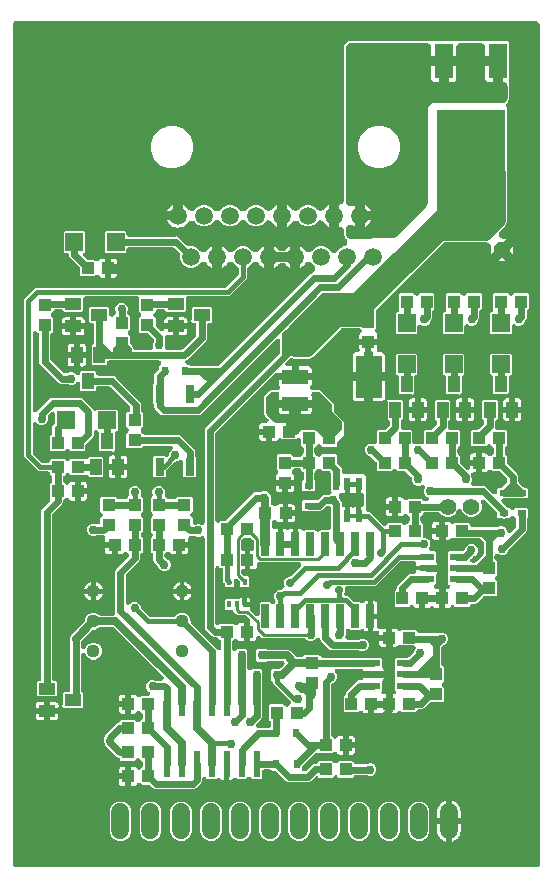
<source format=gtl>
G04 EAGLE Gerber RS-274X export*
G75*
%MOMM*%
%FSLAX34Y34*%
%LPD*%
%INTop Copper*%
%IPPOS*%
%AMOC8*
5,1,8,0,0,1.08239X$1,22.5*%
G01*
%ADD10R,1.500000X1.500000*%
%ADD11C,1.117600*%
%ADD12R,1.100000X1.000000*%
%ADD13R,1.000000X1.100000*%
%ADD14R,0.600000X0.800000*%
%ADD15R,0.800000X0.600000*%
%ADD16R,0.600000X2.200000*%
%ADD17R,0.660400X2.032000*%
%ADD18R,1.220000X0.620000*%
%ADD19R,1.000000X1.400000*%
%ADD20R,1.400000X1.000000*%
%ADD21R,2.235200X1.219200*%
%ADD22R,2.200000X3.600000*%
%ADD23C,1.408000*%
%ADD24C,1.508000*%
%ADD25R,0.550000X1.000000*%
%ADD26R,1.600000X3.000000*%
%ADD27R,5.800000X6.200000*%
%ADD28P,1.429621X8X337.500000*%
%ADD29C,1.320800*%
%ADD30R,0.420000X0.600000*%
%ADD31R,0.800000X1.500000*%
%ADD32C,1.508000*%
%ADD33C,0.609600*%
%ADD34P,1.197556X8X22.500000*%
%ADD35C,0.812800*%
%ADD36C,0.600000*%
%ADD37C,0.406400*%
%ADD38C,0.756400*%
%ADD39C,0.400000*%
%ADD40C,0.635000*%
%ADD41C,1.000000*%
%ADD42C,0.508000*%
%ADD43C,0.381000*%
%ADD44C,0.706400*%
%ADD45C,0.254000*%
%ADD46C,1.270000*%

G36*
X447983Y714165D02*
X447983Y714165D01*
X447973Y714396D01*
X447963Y714450D01*
X447959Y714504D01*
X447911Y714730D01*
X447869Y714956D01*
X447852Y715008D01*
X447840Y715062D01*
X447761Y715278D01*
X447688Y715496D01*
X447663Y715545D01*
X447644Y715597D01*
X447536Y715800D01*
X447433Y716005D01*
X447402Y716051D01*
X447376Y716099D01*
X447240Y716285D01*
X447109Y716474D01*
X447072Y716515D01*
X447039Y716559D01*
X446879Y716724D01*
X446723Y716893D01*
X446680Y716928D01*
X446642Y716967D01*
X446460Y717108D01*
X446282Y717254D01*
X446234Y717282D01*
X446191Y717316D01*
X445991Y717430D01*
X445794Y717549D01*
X445744Y717571D01*
X445696Y717598D01*
X445482Y717683D01*
X445271Y717774D01*
X445218Y717788D01*
X445167Y717808D01*
X444942Y717863D01*
X444721Y717923D01*
X444677Y717927D01*
X444613Y717943D01*
X444046Y717998D01*
X443980Y717995D01*
X443936Y717999D01*
X4032Y717999D01*
X4014Y717997D01*
X3996Y717999D01*
X3814Y717978D01*
X3631Y717959D01*
X3614Y717954D01*
X3597Y717952D01*
X3422Y717895D01*
X3246Y717841D01*
X3231Y717833D01*
X3214Y717827D01*
X3054Y717737D01*
X2892Y717649D01*
X2879Y717638D01*
X2863Y717629D01*
X2724Y717509D01*
X2583Y717392D01*
X2572Y717378D01*
X2558Y717366D01*
X2446Y717221D01*
X2331Y717078D01*
X2323Y717062D01*
X2312Y717048D01*
X2230Y716883D01*
X2145Y716721D01*
X2140Y716704D01*
X2132Y716688D01*
X2085Y716509D01*
X2034Y716334D01*
X2032Y716316D01*
X2028Y716299D01*
X2001Y715968D01*
X2001Y4032D01*
X2003Y4014D01*
X2001Y3996D01*
X2022Y3814D01*
X2041Y3631D01*
X2046Y3614D01*
X2048Y3597D01*
X2105Y3422D01*
X2159Y3246D01*
X2167Y3231D01*
X2173Y3214D01*
X2263Y3054D01*
X2351Y2892D01*
X2362Y2879D01*
X2371Y2863D01*
X2491Y2724D01*
X2608Y2583D01*
X2622Y2572D01*
X2634Y2558D01*
X2779Y2446D01*
X2922Y2331D01*
X2938Y2323D01*
X2952Y2312D01*
X3117Y2230D01*
X3279Y2145D01*
X3296Y2140D01*
X3312Y2132D01*
X3491Y2085D01*
X3666Y2034D01*
X3684Y2032D01*
X3701Y2028D01*
X4032Y2001D01*
X445968Y2001D01*
X445986Y2003D01*
X446004Y2001D01*
X446186Y2022D01*
X446369Y2041D01*
X446386Y2046D01*
X446403Y2048D01*
X446578Y2105D01*
X446754Y2159D01*
X446769Y2167D01*
X446786Y2173D01*
X446946Y2263D01*
X447108Y2351D01*
X447121Y2362D01*
X447137Y2371D01*
X447276Y2491D01*
X447417Y2608D01*
X447428Y2622D01*
X447442Y2634D01*
X447554Y2779D01*
X447669Y2922D01*
X447677Y2938D01*
X447688Y2952D01*
X447770Y3117D01*
X447855Y3279D01*
X447860Y3296D01*
X447868Y3312D01*
X447915Y3491D01*
X447966Y3666D01*
X447968Y3684D01*
X447972Y3701D01*
X447999Y4032D01*
X447999Y713936D01*
X447983Y714165D01*
G37*
%LPC*%
G36*
X180477Y492159D02*
X180477Y492159D01*
X180538Y492157D01*
X180761Y492179D01*
X180986Y492195D01*
X181045Y492208D01*
X181105Y492214D01*
X181323Y492267D01*
X181543Y492314D01*
X181599Y492335D01*
X181658Y492349D01*
X181867Y492433D01*
X182078Y492510D01*
X182131Y492538D01*
X182187Y492561D01*
X182382Y492673D01*
X182580Y492779D01*
X182629Y492814D01*
X182681Y492844D01*
X182772Y492919D01*
X183040Y493115D01*
X183201Y493272D01*
X183290Y493345D01*
X191871Y501926D01*
X191911Y501971D01*
X191955Y502012D01*
X192097Y502186D01*
X192245Y502356D01*
X192278Y502407D01*
X192316Y502453D01*
X192432Y502646D01*
X192555Y502834D01*
X192580Y502889D01*
X192611Y502940D01*
X192700Y503147D01*
X192794Y503351D01*
X192812Y503409D01*
X192836Y503464D01*
X192894Y503681D01*
X192960Y503896D01*
X192969Y503956D01*
X192985Y504014D01*
X192996Y504131D01*
X193047Y504459D01*
X193050Y504684D01*
X193061Y504799D01*
X193061Y507425D01*
X193057Y507485D01*
X193059Y507546D01*
X193037Y507769D01*
X193021Y507994D01*
X193009Y508053D01*
X193003Y508113D01*
X192949Y508331D01*
X192902Y508551D01*
X192881Y508607D01*
X192867Y508666D01*
X192784Y508875D01*
X192706Y509086D01*
X192678Y509139D01*
X192655Y509195D01*
X192544Y509390D01*
X192438Y509588D01*
X192402Y509637D01*
X192372Y509689D01*
X192297Y509780D01*
X192101Y510048D01*
X191944Y510209D01*
X191871Y510298D01*
X189030Y513139D01*
X188830Y513313D01*
X188633Y513488D01*
X188616Y513499D01*
X188600Y513513D01*
X188379Y513656D01*
X188158Y513802D01*
X188139Y513812D01*
X188122Y513823D01*
X187883Y513934D01*
X187644Y514048D01*
X187624Y514054D01*
X187605Y514063D01*
X187352Y514139D01*
X187100Y514218D01*
X187080Y514222D01*
X187060Y514228D01*
X186798Y514268D01*
X186538Y514312D01*
X186517Y514312D01*
X186497Y514315D01*
X186233Y514319D01*
X185968Y514325D01*
X185948Y514323D01*
X185927Y514323D01*
X185665Y514290D01*
X185403Y514259D01*
X185382Y514253D01*
X185362Y514251D01*
X185105Y514181D01*
X184851Y514114D01*
X184832Y514106D01*
X184812Y514100D01*
X184569Y513995D01*
X184326Y513894D01*
X184308Y513883D01*
X184289Y513875D01*
X184063Y513737D01*
X183837Y513602D01*
X183821Y513589D01*
X183803Y513578D01*
X183599Y513410D01*
X183393Y513244D01*
X183381Y513231D01*
X183363Y513216D01*
X182977Y512796D01*
X182916Y512707D01*
X182870Y512654D01*
X182275Y511836D01*
X181153Y510714D01*
X179869Y509781D01*
X178649Y509160D01*
X178649Y518403D01*
X178649Y527647D01*
X179869Y527025D01*
X181153Y526092D01*
X182275Y524970D01*
X182870Y524152D01*
X183041Y523948D01*
X183207Y523745D01*
X183223Y523731D01*
X183236Y523715D01*
X183433Y523538D01*
X183627Y523360D01*
X183645Y523348D01*
X183660Y523335D01*
X183879Y523187D01*
X184097Y523038D01*
X184116Y523028D01*
X184133Y523017D01*
X184371Y522901D01*
X184607Y522784D01*
X184627Y522777D01*
X184646Y522768D01*
X184897Y522688D01*
X185148Y522604D01*
X185168Y522600D01*
X185188Y522594D01*
X185447Y522549D01*
X185708Y522502D01*
X185729Y522501D01*
X185750Y522497D01*
X186012Y522489D01*
X186278Y522478D01*
X186299Y522481D01*
X186319Y522480D01*
X186581Y522509D01*
X186845Y522535D01*
X186865Y522540D01*
X186886Y522543D01*
X187141Y522608D01*
X187398Y522671D01*
X187417Y522679D01*
X187438Y522684D01*
X187680Y522784D01*
X187927Y522882D01*
X187945Y522893D01*
X187964Y522901D01*
X188192Y523034D01*
X188421Y523166D01*
X188435Y523177D01*
X188456Y523189D01*
X188902Y523544D01*
X188976Y523623D01*
X189030Y523667D01*
X191451Y526088D01*
X194783Y527468D01*
X198389Y527468D01*
X201721Y526088D01*
X204142Y523667D01*
X204341Y523493D01*
X204539Y523318D01*
X204556Y523307D01*
X204572Y523293D01*
X204793Y523150D01*
X205014Y523004D01*
X205033Y522995D01*
X205050Y522983D01*
X205289Y522873D01*
X205528Y522758D01*
X205548Y522752D01*
X205567Y522743D01*
X205820Y522667D01*
X206072Y522588D01*
X206092Y522584D01*
X206112Y522578D01*
X206373Y522538D01*
X206634Y522495D01*
X206655Y522494D01*
X206675Y522491D01*
X206939Y522487D01*
X207203Y522481D01*
X207224Y522484D01*
X207245Y522483D01*
X207507Y522517D01*
X207769Y522547D01*
X207789Y522553D01*
X207810Y522555D01*
X208067Y522625D01*
X208320Y522692D01*
X208339Y522700D01*
X208360Y522706D01*
X208603Y522811D01*
X208846Y522913D01*
X208864Y522923D01*
X208883Y522932D01*
X209109Y523069D01*
X209335Y523204D01*
X209351Y523217D01*
X209369Y523228D01*
X209573Y523396D01*
X209779Y523562D01*
X209791Y523575D01*
X209809Y523590D01*
X210195Y524010D01*
X210256Y524100D01*
X210302Y524152D01*
X210897Y524970D01*
X212019Y526092D01*
X213303Y527025D01*
X214523Y527647D01*
X214523Y518403D01*
X214523Y509160D01*
X213303Y509781D01*
X212019Y510714D01*
X210897Y511836D01*
X210302Y512654D01*
X210131Y512858D01*
X209964Y513061D01*
X209949Y513075D01*
X209936Y513091D01*
X209739Y513268D01*
X209545Y513446D01*
X209527Y513458D01*
X209512Y513472D01*
X209293Y513619D01*
X209075Y513768D01*
X209056Y513778D01*
X209039Y513789D01*
X208801Y513905D01*
X208565Y514022D01*
X208545Y514029D01*
X208526Y514038D01*
X208275Y514119D01*
X208024Y514202D01*
X208003Y514206D01*
X207984Y514212D01*
X207725Y514257D01*
X207464Y514305D01*
X207443Y514305D01*
X207422Y514309D01*
X207160Y514317D01*
X206894Y514328D01*
X206873Y514326D01*
X206853Y514326D01*
X206591Y514297D01*
X206327Y514271D01*
X206307Y514266D01*
X206286Y514264D01*
X206031Y514198D01*
X205774Y514135D01*
X205754Y514128D01*
X205734Y514122D01*
X205491Y514022D01*
X205245Y513924D01*
X205227Y513913D01*
X205207Y513905D01*
X204980Y513772D01*
X204751Y513640D01*
X204737Y513629D01*
X204716Y513617D01*
X204270Y513262D01*
X204195Y513184D01*
X204142Y513139D01*
X201301Y510298D01*
X201261Y510253D01*
X201217Y510212D01*
X201074Y510038D01*
X200927Y509868D01*
X200894Y509818D01*
X200856Y509771D01*
X200739Y509578D01*
X200617Y509390D01*
X200592Y509335D01*
X200561Y509284D01*
X200472Y509077D01*
X200377Y508873D01*
X200360Y508815D01*
X200336Y508760D01*
X200277Y508543D01*
X200212Y508328D01*
X200203Y508268D01*
X200187Y508210D01*
X200176Y508093D01*
X200125Y507765D01*
X200122Y507540D01*
X200111Y507425D01*
X200111Y500955D01*
X199574Y499659D01*
X194331Y494416D01*
X194330Y494416D01*
X187680Y487765D01*
X185020Y485106D01*
X150203Y485106D01*
X150185Y485104D01*
X150168Y485105D01*
X149985Y485084D01*
X149803Y485066D01*
X149785Y485060D01*
X149768Y485058D01*
X149593Y485001D01*
X149418Y484947D01*
X149402Y484939D01*
X149385Y484933D01*
X149225Y484843D01*
X149064Y484756D01*
X149050Y484744D01*
X149034Y484736D01*
X148895Y484615D01*
X148754Y484498D01*
X148743Y484484D01*
X148730Y484472D01*
X148617Y484327D01*
X148502Y484184D01*
X148494Y484168D01*
X148483Y484154D01*
X148401Y483989D01*
X148317Y483827D01*
X148312Y483810D01*
X148304Y483794D01*
X148256Y483616D01*
X148205Y483440D01*
X148204Y483422D01*
X148199Y483405D01*
X148172Y483074D01*
X148172Y473054D01*
X147279Y472161D01*
X132016Y472161D01*
X130659Y473518D01*
X130638Y473535D01*
X130620Y473555D01*
X130482Y473662D01*
X130347Y473773D01*
X130323Y473785D01*
X130302Y473802D01*
X130146Y473880D01*
X129991Y473962D01*
X129966Y473969D01*
X129942Y473981D01*
X129773Y474027D01*
X129605Y474076D01*
X129579Y474079D01*
X129553Y474086D01*
X129222Y474113D01*
X124703Y474113D01*
X124685Y474111D01*
X124668Y474112D01*
X124485Y474091D01*
X124303Y474073D01*
X124285Y474068D01*
X124268Y474066D01*
X124093Y474009D01*
X123918Y473955D01*
X123902Y473946D01*
X123885Y473941D01*
X123725Y473850D01*
X123564Y473763D01*
X123550Y473752D01*
X123534Y473743D01*
X123395Y473623D01*
X123254Y473505D01*
X123243Y473491D01*
X123230Y473480D01*
X123117Y473335D01*
X123002Y473192D01*
X122994Y473176D01*
X122983Y473162D01*
X122901Y472997D01*
X122817Y472834D01*
X122812Y472817D01*
X122804Y472801D01*
X122756Y472623D01*
X122705Y472447D01*
X122704Y472430D01*
X122699Y472412D01*
X122672Y472082D01*
X122672Y472054D01*
X121240Y470622D01*
X121235Y470616D01*
X121230Y470612D01*
X121223Y470604D01*
X121215Y470597D01*
X121101Y470452D01*
X120985Y470310D01*
X120980Y470301D01*
X120978Y470298D01*
X120975Y470292D01*
X120965Y470281D01*
X120882Y470117D01*
X120796Y469955D01*
X120791Y469938D01*
X120783Y469922D01*
X120734Y469745D01*
X120681Y469569D01*
X120680Y469551D01*
X120675Y469534D01*
X120662Y469350D01*
X120645Y469168D01*
X120647Y469150D01*
X120646Y469132D01*
X120669Y468950D01*
X120688Y468768D01*
X120694Y468750D01*
X120696Y468733D01*
X120754Y468559D01*
X120810Y468384D01*
X120819Y468368D01*
X120824Y468351D01*
X120916Y468192D01*
X121005Y468031D01*
X121016Y468018D01*
X121025Y468002D01*
X121240Y467749D01*
X122672Y466317D01*
X122672Y460969D01*
X122675Y460942D01*
X122673Y460916D01*
X122695Y460742D01*
X122712Y460568D01*
X122720Y460543D01*
X122723Y460516D01*
X122779Y460351D01*
X122830Y460183D01*
X122843Y460160D01*
X122851Y460135D01*
X122938Y459983D01*
X123022Y459829D01*
X123039Y459809D01*
X123052Y459786D01*
X123267Y459533D01*
X126639Y456161D01*
X126646Y456155D01*
X126652Y456148D01*
X126801Y456028D01*
X126950Y455906D01*
X126958Y455901D01*
X126965Y455896D01*
X127136Y455807D01*
X127306Y455717D01*
X127315Y455714D01*
X127323Y455710D01*
X127507Y455657D01*
X127692Y455602D01*
X127701Y455601D01*
X127709Y455599D01*
X127900Y455583D01*
X128093Y455566D01*
X128102Y455567D01*
X128111Y455566D01*
X128300Y455588D01*
X128493Y455609D01*
X128502Y455612D01*
X128511Y455613D01*
X128693Y455672D01*
X128877Y455731D01*
X128885Y455735D01*
X128893Y455738D01*
X129062Y455833D01*
X129229Y455925D01*
X129236Y455931D01*
X129244Y455936D01*
X129390Y456062D01*
X129536Y456186D01*
X129542Y456193D01*
X129549Y456199D01*
X129666Y456350D01*
X129786Y456502D01*
X129790Y456510D01*
X129796Y456517D01*
X129881Y456689D01*
X129968Y456861D01*
X129971Y456869D01*
X129975Y456877D01*
X130025Y457063D01*
X130059Y457186D01*
X137148Y457186D01*
X137148Y452145D01*
X132251Y452145D01*
X132233Y452143D01*
X132216Y452144D01*
X132033Y452123D01*
X131851Y452105D01*
X131833Y452100D01*
X131816Y452098D01*
X131641Y452041D01*
X131466Y451987D01*
X131450Y451978D01*
X131433Y451973D01*
X131273Y451882D01*
X131112Y451795D01*
X131098Y451784D01*
X131082Y451775D01*
X130943Y451655D01*
X130802Y451537D01*
X130791Y451523D01*
X130778Y451512D01*
X130665Y451367D01*
X130550Y451224D01*
X130542Y451208D01*
X130531Y451194D01*
X130449Y451029D01*
X130365Y450866D01*
X130360Y450849D01*
X130352Y450833D01*
X130304Y450655D01*
X130253Y450479D01*
X130252Y450462D01*
X130247Y450444D01*
X130220Y450114D01*
X130220Y447417D01*
X130223Y447386D01*
X130221Y447355D01*
X130243Y447186D01*
X130260Y447017D01*
X130269Y446987D01*
X130273Y446956D01*
X130375Y446640D01*
X130954Y445241D01*
X130954Y443130D01*
X130762Y442667D01*
X130758Y442654D01*
X130752Y442642D01*
X130700Y442461D01*
X130646Y442281D01*
X130644Y442268D01*
X130641Y442255D01*
X130625Y442067D01*
X130608Y441881D01*
X130609Y441867D01*
X130608Y441854D01*
X130630Y441666D01*
X130649Y441480D01*
X130653Y441467D01*
X130655Y441454D01*
X130713Y441275D01*
X130769Y441096D01*
X130775Y441084D01*
X130780Y441071D01*
X130872Y440907D01*
X130962Y440743D01*
X130971Y440732D01*
X130977Y440721D01*
X131100Y440578D01*
X131221Y440434D01*
X131232Y440426D01*
X131241Y440416D01*
X131389Y440301D01*
X131536Y440184D01*
X131548Y440177D01*
X131559Y440169D01*
X131727Y440085D01*
X131894Y440000D01*
X131907Y439996D01*
X131919Y439990D01*
X132102Y439941D01*
X132282Y439890D01*
X132295Y439889D01*
X132308Y439885D01*
X132639Y439858D01*
X144178Y439858D01*
X144204Y439861D01*
X144231Y439859D01*
X144405Y439881D01*
X144578Y439898D01*
X144604Y439906D01*
X144630Y439909D01*
X144796Y439965D01*
X144963Y440016D01*
X144987Y440029D01*
X145012Y440038D01*
X145164Y440125D01*
X145317Y440208D01*
X145338Y440225D01*
X145361Y440239D01*
X145614Y440453D01*
X156480Y451319D01*
X156496Y451340D01*
X156517Y451357D01*
X156624Y451495D01*
X156735Y451630D01*
X156747Y451654D01*
X156764Y451675D01*
X156842Y451832D01*
X156923Y451986D01*
X156931Y452012D01*
X156943Y452036D01*
X156988Y452205D01*
X157038Y452372D01*
X157040Y452399D01*
X157047Y452424D01*
X157074Y452755D01*
X157074Y460630D01*
X157073Y460647D01*
X157074Y460665D01*
X157053Y460847D01*
X157035Y461030D01*
X157029Y461047D01*
X157027Y461065D01*
X156970Y461240D01*
X156916Y461415D01*
X156908Y461431D01*
X156902Y461448D01*
X156812Y461608D01*
X156725Y461769D01*
X156713Y461783D01*
X156704Y461798D01*
X156584Y461938D01*
X156467Y462078D01*
X156453Y462090D01*
X156441Y462103D01*
X156296Y462216D01*
X156153Y462331D01*
X156137Y462339D01*
X156123Y462350D01*
X155958Y462432D01*
X155796Y462516D01*
X155779Y462521D01*
X155763Y462529D01*
X155585Y462577D01*
X155409Y462628D01*
X155391Y462629D01*
X155374Y462634D01*
X155043Y462661D01*
X154016Y462661D01*
X152655Y464021D01*
X152649Y464027D01*
X152643Y464033D01*
X152493Y464154D01*
X152407Y464224D01*
X152461Y464277D01*
X152565Y464367D01*
X152604Y464418D01*
X152650Y464463D01*
X152727Y464576D01*
X152812Y464685D01*
X152840Y464743D01*
X152876Y464796D01*
X152930Y464922D01*
X152991Y465045D01*
X153007Y465108D01*
X153032Y465167D01*
X153060Y465302D01*
X153095Y465434D01*
X153101Y465508D01*
X153112Y465561D01*
X153112Y465641D01*
X153122Y465765D01*
X153122Y474817D01*
X154016Y475710D01*
X169279Y475710D01*
X170172Y474817D01*
X170172Y463554D01*
X169279Y462661D01*
X168251Y462661D01*
X168233Y462659D01*
X168216Y462660D01*
X168033Y462639D01*
X167851Y462621D01*
X167833Y462616D01*
X167816Y462614D01*
X167641Y462557D01*
X167466Y462503D01*
X167450Y462494D01*
X167433Y462489D01*
X167273Y462398D01*
X167112Y462311D01*
X167098Y462300D01*
X167082Y462291D01*
X166943Y462171D01*
X166802Y462053D01*
X166791Y462039D01*
X166778Y462028D01*
X166665Y461883D01*
X166550Y461740D01*
X166542Y461724D01*
X166531Y461710D01*
X166449Y461545D01*
X166365Y461382D01*
X166360Y461365D01*
X166352Y461349D01*
X166304Y461171D01*
X166253Y460995D01*
X166252Y460978D01*
X166247Y460960D01*
X166220Y460630D01*
X166220Y449110D01*
X165524Y447429D01*
X149503Y431409D01*
X148899Y431159D01*
X148895Y431156D01*
X148890Y431155D01*
X148717Y431061D01*
X148544Y430968D01*
X148540Y430965D01*
X148536Y430963D01*
X148386Y430838D01*
X148233Y430712D01*
X148230Y430708D01*
X148227Y430706D01*
X148106Y430555D01*
X147980Y430399D01*
X147977Y430395D01*
X147975Y430392D01*
X147885Y430220D01*
X147792Y430043D01*
X147791Y430038D01*
X147789Y430034D01*
X147734Y429843D01*
X147679Y429656D01*
X147679Y429652D01*
X147678Y429648D01*
X147662Y429450D01*
X147645Y429255D01*
X147645Y429251D01*
X147645Y429246D01*
X147668Y429047D01*
X147690Y428855D01*
X147691Y428851D01*
X147692Y428846D01*
X147753Y428659D01*
X147813Y428472D01*
X147815Y428468D01*
X147817Y428464D01*
X147914Y428291D01*
X148009Y428120D01*
X148012Y428117D01*
X148015Y428113D01*
X148143Y427965D01*
X148271Y427814D01*
X148275Y427812D01*
X148278Y427808D01*
X148432Y427688D01*
X148588Y427566D01*
X148592Y427564D01*
X148596Y427562D01*
X148774Y427473D01*
X148948Y427385D01*
X148952Y427384D01*
X148956Y427382D01*
X149147Y427331D01*
X149336Y427279D01*
X149341Y427279D01*
X149345Y427278D01*
X149676Y427251D01*
X151015Y427251D01*
X151420Y426846D01*
X151441Y426829D01*
X151458Y426808D01*
X151596Y426701D01*
X151732Y426590D01*
X151755Y426578D01*
X151777Y426562D01*
X151934Y426484D01*
X152088Y426402D01*
X152113Y426394D01*
X152137Y426382D01*
X152307Y426337D01*
X152473Y426287D01*
X152500Y426285D01*
X152526Y426278D01*
X152857Y426251D01*
X174911Y426251D01*
X174938Y426253D01*
X174965Y426251D01*
X175139Y426273D01*
X175312Y426291D01*
X175338Y426298D01*
X175364Y426302D01*
X175530Y426357D01*
X175697Y426409D01*
X175721Y426421D01*
X175746Y426430D01*
X175898Y426517D01*
X176051Y426600D01*
X176072Y426617D01*
X176095Y426631D01*
X176348Y426846D01*
X253810Y504307D01*
X255300Y504925D01*
X255454Y505002D01*
X255613Y505070D01*
X255709Y505129D01*
X255809Y505179D01*
X255952Y505277D01*
X256099Y505367D01*
X256186Y505438D01*
X256279Y505502D01*
X256406Y505619D01*
X256539Y505729D01*
X256615Y505812D01*
X256698Y505888D01*
X256808Y506022D01*
X256924Y506149D01*
X256988Y506242D01*
X257059Y506329D01*
X257149Y506476D01*
X257247Y506618D01*
X257297Y506719D01*
X257356Y506815D01*
X257424Y506974D01*
X257501Y507129D01*
X257536Y507235D01*
X257581Y507339D01*
X257626Y507505D01*
X257681Y507669D01*
X257701Y507780D01*
X257730Y507889D01*
X257752Y508060D01*
X257783Y508230D01*
X257788Y508342D01*
X257802Y508454D01*
X257799Y508626D01*
X257806Y508799D01*
X257795Y508911D01*
X257793Y509024D01*
X257767Y509194D01*
X257749Y509366D01*
X257723Y509475D01*
X257705Y509587D01*
X257655Y509752D01*
X257614Y509920D01*
X257572Y510024D01*
X257539Y510132D01*
X257466Y510288D01*
X257402Y510449D01*
X257346Y510546D01*
X257299Y510648D01*
X257205Y510793D01*
X257119Y510943D01*
X257064Y511009D01*
X256988Y511126D01*
X256627Y511541D01*
X256618Y511552D01*
X255030Y513139D01*
X254830Y513313D01*
X254633Y513488D01*
X254616Y513499D01*
X254600Y513513D01*
X254379Y513657D01*
X254158Y513803D01*
X254139Y513812D01*
X254122Y513823D01*
X253883Y513934D01*
X253644Y514048D01*
X253624Y514054D01*
X253605Y514063D01*
X253352Y514139D01*
X253100Y514218D01*
X253080Y514222D01*
X253060Y514228D01*
X252799Y514268D01*
X252538Y514312D01*
X252517Y514312D01*
X252497Y514315D01*
X252233Y514319D01*
X251968Y514325D01*
X251948Y514323D01*
X251927Y514323D01*
X251664Y514289D01*
X251403Y514259D01*
X251383Y514254D01*
X251362Y514251D01*
X251106Y514181D01*
X250851Y514114D01*
X250832Y514106D01*
X250812Y514100D01*
X250570Y513996D01*
X250326Y513894D01*
X250308Y513883D01*
X250289Y513875D01*
X250063Y513737D01*
X249837Y513602D01*
X249820Y513589D01*
X249803Y513578D01*
X249599Y513410D01*
X249393Y513244D01*
X249381Y513231D01*
X249363Y513216D01*
X248977Y512796D01*
X248916Y512706D01*
X248870Y512654D01*
X248275Y511836D01*
X247153Y510714D01*
X245869Y509781D01*
X244649Y509160D01*
X244649Y518403D01*
X244649Y527647D01*
X245869Y527025D01*
X247153Y526092D01*
X248275Y524970D01*
X248870Y524152D01*
X249040Y523949D01*
X249207Y523745D01*
X249223Y523731D01*
X249236Y523715D01*
X249432Y523539D01*
X249627Y523360D01*
X249645Y523348D01*
X249660Y523335D01*
X249878Y523188D01*
X250097Y523038D01*
X250116Y523028D01*
X250133Y523017D01*
X250370Y522902D01*
X250607Y522784D01*
X250627Y522777D01*
X250646Y522768D01*
X250897Y522687D01*
X251148Y522604D01*
X251168Y522600D01*
X251188Y522594D01*
X251448Y522549D01*
X251708Y522502D01*
X251729Y522501D01*
X251750Y522497D01*
X252012Y522489D01*
X252278Y522478D01*
X252299Y522481D01*
X252319Y522480D01*
X252580Y522509D01*
X252845Y522535D01*
X252865Y522540D01*
X252886Y522543D01*
X253140Y522608D01*
X253398Y522671D01*
X253417Y522679D01*
X253438Y522684D01*
X253682Y522785D01*
X253927Y522882D01*
X253945Y522893D01*
X253964Y522901D01*
X254192Y523035D01*
X254421Y523166D01*
X254435Y523177D01*
X254456Y523189D01*
X254902Y523544D01*
X254976Y523623D01*
X255030Y523667D01*
X257451Y526088D01*
X260783Y527468D01*
X264389Y527468D01*
X267721Y526088D01*
X270713Y523096D01*
X270886Y522945D01*
X271056Y522789D01*
X271101Y522758D01*
X271143Y522722D01*
X271336Y522597D01*
X271526Y522467D01*
X271575Y522442D01*
X271621Y522412D01*
X271830Y522315D01*
X272036Y522213D01*
X272088Y522195D01*
X272138Y522172D01*
X272358Y522106D01*
X272577Y522033D01*
X272631Y522023D01*
X272683Y522007D01*
X272910Y521972D01*
X273137Y521930D01*
X273192Y521928D01*
X273246Y521920D01*
X273476Y521917D01*
X273706Y521907D01*
X273761Y521913D01*
X273816Y521912D01*
X274044Y521941D01*
X274273Y521964D01*
X274327Y521977D01*
X274381Y521984D01*
X274603Y522045D01*
X274827Y522100D01*
X274878Y522120D01*
X274931Y522135D01*
X275142Y522226D01*
X275356Y522311D01*
X275404Y522339D01*
X275454Y522360D01*
X275650Y522480D01*
X275850Y522595D01*
X275884Y522623D01*
X275940Y522657D01*
X276380Y523019D01*
X276425Y523067D01*
X276459Y523096D01*
X279451Y526088D01*
X282421Y527318D01*
X282597Y527406D01*
X282776Y527486D01*
X282851Y527533D01*
X282931Y527572D01*
X283093Y527684D01*
X283259Y527788D01*
X283327Y527845D01*
X283400Y527896D01*
X283545Y528028D01*
X283695Y528155D01*
X283754Y528221D01*
X283819Y528281D01*
X283944Y528433D01*
X284075Y528579D01*
X284124Y528653D01*
X284181Y528722D01*
X284283Y528890D01*
X284392Y529053D01*
X284431Y529133D01*
X284477Y529209D01*
X284555Y529389D01*
X284640Y529566D01*
X284667Y529650D01*
X284702Y529732D01*
X284754Y529922D01*
X284813Y530109D01*
X284828Y530196D01*
X284852Y530282D01*
X284876Y530477D01*
X284909Y530670D01*
X284912Y530759D01*
X284923Y530847D01*
X284920Y531043D01*
X284926Y531240D01*
X284916Y531328D01*
X284915Y531417D01*
X284884Y531610D01*
X284862Y531806D01*
X284840Y531892D01*
X284826Y531980D01*
X284769Y532168D01*
X284720Y532358D01*
X284686Y532440D01*
X284661Y532525D01*
X284578Y532703D01*
X284503Y532884D01*
X284457Y532961D01*
X284420Y533041D01*
X284313Y533206D01*
X284213Y533375D01*
X284169Y533428D01*
X284110Y533519D01*
X283735Y533949D01*
X283717Y533965D01*
X283705Y533978D01*
X283088Y534582D01*
X282671Y535588D01*
X282658Y535613D01*
X282652Y535632D01*
X282224Y536633D01*
X282224Y537724D01*
X282222Y537751D01*
X282223Y537771D01*
X282206Y539307D01*
X282212Y539519D01*
X282224Y539640D01*
X282224Y540018D01*
X282223Y540031D01*
X282224Y540044D01*
X282203Y540313D01*
X282184Y540586D01*
X282181Y540599D01*
X282180Y540612D01*
X282121Y540878D01*
X282065Y541143D01*
X282060Y541155D01*
X282057Y541168D01*
X281962Y541423D01*
X281869Y541678D01*
X281863Y541690D01*
X281858Y541702D01*
X281729Y541940D01*
X281600Y542181D01*
X281592Y542191D01*
X281586Y542203D01*
X281423Y542422D01*
X281264Y542641D01*
X281255Y542650D01*
X281247Y542661D01*
X281055Y542855D01*
X280866Y543049D01*
X280856Y543057D01*
X280847Y543066D01*
X280630Y543232D01*
X280416Y543398D01*
X280404Y543404D01*
X280394Y543412D01*
X280158Y543545D01*
X279921Y543680D01*
X279908Y543685D01*
X279897Y543691D01*
X279645Y543789D01*
X279391Y543890D01*
X279378Y543893D01*
X279366Y543898D01*
X279103Y543960D01*
X278837Y544024D01*
X278824Y544025D01*
X278811Y544028D01*
X278542Y544053D01*
X278270Y544079D01*
X278257Y544079D01*
X278244Y544080D01*
X277973Y544067D01*
X277701Y544055D01*
X277688Y544052D01*
X277675Y544052D01*
X277649Y544046D01*
X277649Y553403D01*
X277649Y562766D01*
X277756Y562756D01*
X278025Y562728D01*
X278038Y562728D01*
X278051Y562727D01*
X278325Y562739D01*
X278594Y562748D01*
X278607Y562751D01*
X278620Y562751D01*
X278888Y562801D01*
X279155Y562849D01*
X279167Y562853D01*
X279180Y562855D01*
X279436Y562941D01*
X279696Y563027D01*
X279708Y563032D01*
X279720Y563037D01*
X279964Y563159D01*
X280207Y563278D01*
X280218Y563286D01*
X280230Y563292D01*
X280454Y563446D01*
X280678Y563599D01*
X280688Y563608D01*
X280699Y563616D01*
X280899Y563800D01*
X281100Y563983D01*
X281108Y563993D01*
X281118Y564002D01*
X281291Y564214D01*
X281463Y564422D01*
X281470Y564433D01*
X281478Y564443D01*
X281620Y564676D01*
X281762Y564907D01*
X281767Y564919D01*
X281774Y564930D01*
X281881Y565179D01*
X281990Y565429D01*
X281993Y565442D01*
X281998Y565454D01*
X282069Y565716D01*
X282142Y565978D01*
X282144Y565991D01*
X282147Y566004D01*
X282152Y566056D01*
X282216Y566543D01*
X282215Y566697D01*
X282224Y566789D01*
X282224Y696426D01*
X283075Y698480D01*
X284647Y700052D01*
X286701Y700903D01*
X418070Y700903D01*
X418396Y700889D01*
X418511Y700878D01*
X420884Y700878D01*
X421777Y699985D01*
X421777Y698061D01*
X421786Y697943D01*
X421784Y697825D01*
X421806Y697659D01*
X421817Y697492D01*
X421842Y697377D01*
X421857Y697260D01*
X421890Y697151D01*
X421936Y696935D01*
X422053Y696617D01*
X422087Y696506D01*
X422120Y696426D01*
X422120Y651861D01*
X421269Y649807D01*
X420660Y649198D01*
X420509Y649024D01*
X420353Y648855D01*
X420322Y648810D01*
X420286Y648768D01*
X420161Y648575D01*
X420031Y648385D01*
X420006Y648336D01*
X419977Y648290D01*
X419880Y648081D01*
X419777Y647875D01*
X419760Y647823D01*
X419737Y647773D01*
X419670Y647553D01*
X419597Y647334D01*
X419587Y647280D01*
X419571Y647228D01*
X419536Y647001D01*
X419495Y646774D01*
X419493Y646719D01*
X419484Y646665D01*
X419481Y646435D01*
X419472Y646205D01*
X419477Y646150D01*
X419476Y646095D01*
X419506Y645867D01*
X419528Y645638D01*
X419542Y645584D01*
X419548Y645530D01*
X419609Y645308D01*
X419664Y645084D01*
X419684Y645033D01*
X419699Y644980D01*
X419790Y644769D01*
X419876Y644555D01*
X419903Y644507D01*
X419925Y644457D01*
X419927Y644453D01*
X419927Y592321D01*
X419936Y592203D01*
X419934Y592085D01*
X419956Y591920D01*
X419958Y591882D01*
X419958Y547868D01*
X418759Y544973D01*
X415973Y542187D01*
X414365Y540579D01*
X414291Y540494D01*
X414219Y540424D01*
X414218Y540422D01*
X414207Y540412D01*
X414103Y540278D01*
X413992Y540149D01*
X413929Y540052D01*
X413858Y539961D01*
X413774Y539814D01*
X413682Y539671D01*
X413633Y539567D01*
X413576Y539466D01*
X413513Y539308D01*
X413442Y539154D01*
X413409Y539044D01*
X413366Y538937D01*
X413326Y538771D01*
X413277Y538609D01*
X413259Y538495D01*
X413232Y538383D01*
X413215Y538214D01*
X413189Y538046D01*
X413188Y537931D01*
X413177Y537816D01*
X413184Y537646D01*
X413182Y537476D01*
X413196Y537362D01*
X413201Y537247D01*
X413232Y537080D01*
X413254Y536911D01*
X413284Y536799D01*
X413305Y536686D01*
X413359Y536525D01*
X413404Y536361D01*
X413450Y536255D01*
X413487Y536146D01*
X413563Y535994D01*
X413630Y535838D01*
X413690Y535740D01*
X413742Y535637D01*
X413838Y535497D01*
X413927Y535352D01*
X414000Y535263D01*
X414065Y535168D01*
X414181Y535043D01*
X414289Y534912D01*
X414373Y534834D01*
X414452Y534749D01*
X414583Y534641D01*
X414709Y534526D01*
X414804Y534461D01*
X414893Y534388D01*
X415038Y534300D01*
X415178Y534204D01*
X415281Y534153D01*
X415380Y534093D01*
X415536Y534026D01*
X415688Y533950D01*
X415798Y533914D01*
X415904Y533868D01*
X416068Y533824D01*
X416229Y533770D01*
X416343Y533750D01*
X416454Y533719D01*
X416568Y533708D01*
X416790Y533668D01*
X417121Y533654D01*
X417238Y533643D01*
X419283Y533643D01*
X413011Y527372D01*
X413011Y527371D01*
X406740Y521100D01*
X406740Y526675D01*
X406724Y526904D01*
X406714Y527134D01*
X406704Y527188D01*
X406700Y527243D01*
X406652Y527468D01*
X406610Y527694D01*
X406592Y527747D01*
X406581Y527800D01*
X406502Y528016D01*
X406428Y528235D01*
X406404Y528284D01*
X406385Y528335D01*
X406276Y528538D01*
X406173Y528744D01*
X406142Y528789D01*
X406116Y528838D01*
X405980Y529023D01*
X405849Y529213D01*
X405812Y529253D01*
X405780Y529298D01*
X405619Y529462D01*
X405463Y529632D01*
X405421Y529667D01*
X405382Y529706D01*
X405200Y529847D01*
X405022Y529993D01*
X404975Y530021D01*
X404932Y530055D01*
X404732Y530169D01*
X404535Y530288D01*
X404485Y530310D01*
X404437Y530337D01*
X404222Y530422D01*
X404011Y530512D01*
X403958Y530527D01*
X403907Y530547D01*
X403683Y530601D01*
X403461Y530661D01*
X403417Y530666D01*
X403353Y530681D01*
X402786Y530736D01*
X402721Y530734D01*
X402676Y530738D01*
X399879Y530738D01*
X399812Y530766D01*
X399651Y530810D01*
X399492Y530863D01*
X399376Y530885D01*
X399262Y530915D01*
X399149Y530926D01*
X398932Y530966D01*
X398594Y530981D01*
X398478Y530992D01*
X368768Y530992D01*
X368708Y530988D01*
X368648Y530990D01*
X368424Y530968D01*
X368200Y530952D01*
X368141Y530939D01*
X368081Y530933D01*
X367862Y530880D01*
X367643Y530833D01*
X367586Y530812D01*
X367527Y530798D01*
X367318Y530714D01*
X367107Y530637D01*
X367054Y530609D01*
X366998Y530586D01*
X366803Y530474D01*
X366605Y530368D01*
X366556Y530333D01*
X366504Y530303D01*
X366413Y530228D01*
X366145Y530032D01*
X365984Y529875D01*
X365895Y529802D01*
X330654Y494561D01*
X330581Y494477D01*
X330509Y494416D01*
X309839Y473746D01*
X309822Y473725D01*
X309802Y473707D01*
X309695Y473569D01*
X309584Y473434D01*
X309571Y473410D01*
X309555Y473389D01*
X309477Y473232D01*
X309395Y473078D01*
X309388Y473053D01*
X309376Y473029D01*
X309330Y472859D01*
X309280Y472692D01*
X309278Y472666D01*
X309271Y472640D01*
X309244Y472309D01*
X309244Y457538D01*
X309014Y457309D01*
X308962Y457245D01*
X308902Y457188D01*
X308835Y457089D01*
X308759Y456997D01*
X308720Y456924D01*
X308673Y456856D01*
X308626Y456747D01*
X308570Y456641D01*
X308547Y456562D01*
X308514Y456487D01*
X308490Y456370D01*
X308456Y456256D01*
X308448Y456173D01*
X308431Y456093D01*
X308430Y455973D01*
X308419Y455855D01*
X308428Y455772D01*
X308427Y455690D01*
X308450Y455573D01*
X308463Y455454D01*
X308487Y455376D01*
X308503Y455295D01*
X308548Y455184D01*
X308584Y455070D01*
X308624Y454998D01*
X308655Y454922D01*
X308721Y454822D01*
X308779Y454718D01*
X308832Y454655D01*
X308878Y454586D01*
X308962Y454502D01*
X309039Y454411D01*
X309104Y454360D01*
X309162Y454302D01*
X309222Y454261D01*
X309752Y453730D01*
X310087Y453151D01*
X310260Y452504D01*
X310260Y449169D01*
X303187Y449169D01*
X303170Y449167D01*
X303152Y449169D01*
X302969Y449147D01*
X302787Y449129D01*
X302770Y449124D01*
X302752Y449122D01*
X302711Y449109D01*
X302617Y449136D01*
X302599Y449137D01*
X302582Y449142D01*
X302251Y449169D01*
X295178Y449169D01*
X295178Y452504D01*
X295352Y453151D01*
X295686Y453730D01*
X296237Y454281D01*
X296330Y454348D01*
X296386Y454408D01*
X296449Y454461D01*
X296523Y454555D01*
X296604Y454642D01*
X296648Y454712D01*
X296699Y454777D01*
X296753Y454884D01*
X296815Y454985D01*
X296844Y455063D01*
X296881Y455136D01*
X296913Y455251D01*
X296954Y455363D01*
X296967Y455444D01*
X296989Y455524D01*
X296998Y455643D01*
X297016Y455761D01*
X297012Y455843D01*
X297018Y455926D01*
X297003Y456044D01*
X296998Y456163D01*
X296978Y456243D01*
X296968Y456325D01*
X296930Y456438D01*
X296901Y456554D01*
X296866Y456629D01*
X296840Y456707D01*
X296780Y456810D01*
X296729Y456918D01*
X296680Y456984D01*
X296639Y457056D01*
X296540Y457172D01*
X296489Y457241D01*
X296459Y457268D01*
X296424Y457309D01*
X296247Y457486D01*
X296226Y457503D01*
X296208Y457523D01*
X296070Y457630D01*
X295935Y457741D01*
X295911Y457754D01*
X295890Y457770D01*
X295733Y457848D01*
X295579Y457930D01*
X295554Y457938D01*
X295530Y457950D01*
X295360Y457995D01*
X295193Y458045D01*
X295167Y458047D01*
X295141Y458054D01*
X294810Y458081D01*
X280887Y458081D01*
X280860Y458079D01*
X280833Y458081D01*
X280659Y458059D01*
X280486Y458041D01*
X280460Y458033D01*
X280434Y458030D01*
X280268Y457974D01*
X280101Y457923D01*
X280077Y457910D01*
X280052Y457902D01*
X279900Y457815D01*
X279747Y457731D01*
X279727Y457714D01*
X279703Y457701D01*
X279450Y457486D01*
X255464Y433500D01*
X252570Y432301D01*
X239343Y432301D01*
X239103Y432401D01*
X239073Y432410D01*
X239045Y432424D01*
X238880Y432468D01*
X238717Y432517D01*
X238686Y432520D01*
X238656Y432528D01*
X238325Y432555D01*
X237266Y432555D01*
X237239Y432553D01*
X237213Y432555D01*
X237039Y432533D01*
X236865Y432515D01*
X236840Y432507D01*
X236813Y432504D01*
X236648Y432449D01*
X236481Y432397D01*
X236457Y432384D01*
X236432Y432376D01*
X236280Y432289D01*
X236126Y432205D01*
X236106Y432188D01*
X236083Y432175D01*
X235830Y431960D01*
X233036Y429166D01*
X233030Y429159D01*
X233023Y429154D01*
X232903Y429004D01*
X232781Y428855D01*
X232776Y428847D01*
X232771Y428840D01*
X232682Y428669D01*
X232592Y428499D01*
X232589Y428490D01*
X232585Y428483D01*
X232532Y428297D01*
X232477Y428113D01*
X232476Y428104D01*
X232474Y428096D01*
X232458Y427905D01*
X232441Y427712D01*
X232442Y427703D01*
X232441Y427694D01*
X232463Y427505D01*
X232484Y427312D01*
X232487Y427303D01*
X232488Y427295D01*
X232547Y427113D01*
X232606Y426928D01*
X232610Y426920D01*
X232613Y426912D01*
X232708Y426743D01*
X232801Y426576D01*
X232806Y426569D01*
X232811Y426561D01*
X232937Y426415D01*
X233061Y426269D01*
X233068Y426263D01*
X233074Y426256D01*
X233225Y426139D01*
X233377Y426019D01*
X233385Y426015D01*
X233392Y426010D01*
X233564Y425924D01*
X233736Y425837D01*
X233744Y425834D01*
X233752Y425830D01*
X233938Y425780D01*
X234124Y425729D01*
X234133Y425728D01*
X234141Y425726D01*
X234472Y425699D01*
X237862Y425699D01*
X237862Y420109D01*
X226284Y420109D01*
X226271Y420120D01*
X226263Y420124D01*
X226256Y420130D01*
X226083Y420217D01*
X225914Y420306D01*
X225905Y420308D01*
X225897Y420312D01*
X225711Y420364D01*
X225527Y420417D01*
X225518Y420418D01*
X225509Y420420D01*
X225316Y420434D01*
X225125Y420450D01*
X225117Y420449D01*
X225108Y420449D01*
X224915Y420425D01*
X224725Y420403D01*
X224717Y420400D01*
X224708Y420399D01*
X224526Y420338D01*
X224343Y420278D01*
X224335Y420274D01*
X224326Y420271D01*
X224160Y420175D01*
X223992Y420080D01*
X223985Y420074D01*
X223978Y420070D01*
X223725Y419855D01*
X173695Y369825D01*
X173678Y369804D01*
X173657Y369787D01*
X173550Y369649D01*
X173439Y369514D01*
X173427Y369490D01*
X173411Y369469D01*
X173332Y369312D01*
X173251Y369158D01*
X173243Y369132D01*
X173231Y369108D01*
X173186Y368939D01*
X173136Y368772D01*
X173134Y368745D01*
X173127Y368719D01*
X173100Y368389D01*
X173100Y295388D01*
X173100Y295379D01*
X173100Y295370D01*
X173120Y295178D01*
X173139Y294987D01*
X173142Y294979D01*
X173143Y294970D01*
X173201Y294787D01*
X173258Y294602D01*
X173262Y294594D01*
X173265Y294586D01*
X173358Y294418D01*
X173449Y294248D01*
X173455Y294242D01*
X173459Y294234D01*
X173585Y294086D01*
X173707Y293939D01*
X173714Y293934D01*
X173720Y293927D01*
X173872Y293807D01*
X174021Y293687D01*
X174029Y293683D01*
X174036Y293677D01*
X174208Y293590D01*
X174378Y293501D01*
X174387Y293499D01*
X174395Y293495D01*
X174581Y293443D01*
X174765Y293390D01*
X174774Y293389D01*
X174783Y293387D01*
X174975Y293373D01*
X175166Y293357D01*
X175175Y293358D01*
X175184Y293357D01*
X175377Y293382D01*
X175566Y293404D01*
X175575Y293407D01*
X175584Y293408D01*
X175766Y293469D01*
X175949Y293529D01*
X175957Y293533D01*
X175965Y293536D01*
X176131Y293631D01*
X176300Y293727D01*
X176306Y293733D01*
X176314Y293737D01*
X176567Y293952D01*
X177478Y294863D01*
X180953Y294863D01*
X180980Y294865D01*
X181006Y294863D01*
X181180Y294885D01*
X181354Y294903D01*
X181379Y294910D01*
X181406Y294914D01*
X181571Y294969D01*
X181739Y295021D01*
X181762Y295033D01*
X181787Y295042D01*
X181939Y295129D01*
X182093Y295212D01*
X182113Y295229D01*
X182136Y295243D01*
X182389Y295458D01*
X205391Y318459D01*
X207054Y319148D01*
X211285Y319148D01*
X211316Y319151D01*
X211347Y319149D01*
X211517Y319171D01*
X211686Y319188D01*
X211716Y319197D01*
X211747Y319201D01*
X212062Y319302D01*
X213577Y319930D01*
X215688Y319930D01*
X217639Y319122D01*
X219132Y317629D01*
X219964Y315620D01*
X219979Y315464D01*
X219988Y315434D01*
X219993Y315403D01*
X220094Y315087D01*
X220300Y314591D01*
X220300Y309856D01*
X220302Y309838D01*
X220300Y309820D01*
X220321Y309638D01*
X220340Y309455D01*
X220345Y309438D01*
X220347Y309421D01*
X220404Y309246D01*
X220458Y309070D01*
X220466Y309055D01*
X220472Y309038D01*
X220562Y308878D01*
X220650Y308716D01*
X220661Y308703D01*
X220670Y308687D01*
X220790Y308548D01*
X220907Y308407D01*
X220921Y308396D01*
X220933Y308382D01*
X221078Y308270D01*
X221221Y308155D01*
X221237Y308147D01*
X221251Y308136D01*
X221416Y308054D01*
X221578Y307969D01*
X221590Y307966D01*
X221961Y307595D01*
X222025Y307543D01*
X222082Y307484D01*
X222180Y307416D01*
X222273Y307340D01*
X222345Y307301D01*
X222413Y307255D01*
X222523Y307207D01*
X222629Y307151D01*
X222707Y307128D01*
X222783Y307095D01*
X222900Y307071D01*
X223014Y307037D01*
X223097Y307029D01*
X223177Y307012D01*
X223296Y307011D01*
X223415Y307000D01*
X223497Y307009D01*
X223580Y307008D01*
X223697Y307031D01*
X223816Y307044D01*
X223894Y307068D01*
X223975Y307084D01*
X224086Y307129D01*
X224200Y307165D01*
X224272Y307205D01*
X224348Y307236D01*
X224447Y307302D01*
X224552Y307360D01*
X224615Y307413D01*
X224683Y307459D01*
X224768Y307543D01*
X224859Y307620D01*
X224910Y307685D01*
X224968Y307743D01*
X225009Y307802D01*
X225540Y308333D01*
X226119Y308668D01*
X226765Y308841D01*
X230101Y308841D01*
X230101Y301768D01*
X230102Y301750D01*
X230101Y301733D01*
X230122Y301550D01*
X230141Y301368D01*
X230146Y301351D01*
X230148Y301333D01*
X230161Y301292D01*
X230134Y301198D01*
X230132Y301180D01*
X230128Y301163D01*
X230101Y300832D01*
X230101Y293759D01*
X226765Y293759D01*
X226119Y293932D01*
X225540Y294267D01*
X224989Y294818D01*
X224922Y294911D01*
X224862Y294967D01*
X224809Y295030D01*
X224715Y295104D01*
X224627Y295185D01*
X224557Y295228D01*
X224493Y295280D01*
X224386Y295334D01*
X224284Y295396D01*
X224207Y295425D01*
X224134Y295462D01*
X224018Y295494D01*
X223907Y295535D01*
X223825Y295548D01*
X223746Y295570D01*
X223627Y295579D01*
X223509Y295597D01*
X223426Y295593D01*
X223344Y295599D01*
X223226Y295584D01*
X223106Y295579D01*
X223027Y295559D01*
X222945Y295549D01*
X222832Y295511D01*
X222716Y295482D01*
X222641Y295447D01*
X222563Y295421D01*
X222460Y295361D01*
X222352Y295310D01*
X222286Y295261D01*
X222214Y295220D01*
X222098Y295121D01*
X222029Y295069D01*
X222002Y295039D01*
X221961Y295005D01*
X221784Y294827D01*
X221767Y294807D01*
X221746Y294789D01*
X221639Y294651D01*
X221529Y294516D01*
X221516Y294492D01*
X221500Y294471D01*
X221421Y294314D01*
X221340Y294160D01*
X221332Y294135D01*
X221320Y294111D01*
X221275Y293941D01*
X221225Y293774D01*
X221223Y293748D01*
X221216Y293722D01*
X221189Y293391D01*
X221189Y290164D01*
X221197Y290082D01*
X221195Y290000D01*
X221217Y289883D01*
X221229Y289764D01*
X221253Y289685D01*
X221267Y289604D01*
X221312Y289493D01*
X221347Y289379D01*
X221386Y289306D01*
X221416Y289230D01*
X221482Y289130D01*
X221539Y289025D01*
X221591Y288962D01*
X221636Y288893D01*
X221720Y288807D01*
X221796Y288715D01*
X221860Y288664D01*
X221918Y288605D01*
X222017Y288538D01*
X222110Y288463D01*
X222183Y288425D01*
X222251Y288379D01*
X222361Y288333D01*
X222467Y288278D01*
X222546Y288255D01*
X222622Y288223D01*
X222739Y288199D01*
X222854Y288166D01*
X222936Y288159D01*
X223017Y288143D01*
X223136Y288143D01*
X223256Y288133D01*
X223337Y288143D01*
X223419Y288143D01*
X223569Y288170D01*
X223655Y288180D01*
X223694Y288193D01*
X223746Y288202D01*
X224614Y288435D01*
X226219Y288435D01*
X226219Y275734D01*
X226220Y275717D01*
X226219Y275699D01*
X226240Y275516D01*
X226258Y275334D01*
X226264Y275317D01*
X226266Y275299D01*
X226323Y275124D01*
X226377Y274949D01*
X226385Y274933D01*
X226391Y274916D01*
X226481Y274756D01*
X226568Y274595D01*
X226580Y274581D01*
X226589Y274566D01*
X226709Y274426D01*
X226826Y274286D01*
X226826Y274285D01*
X226827Y274285D01*
X226840Y274274D01*
X226852Y274261D01*
X226852Y274260D01*
X226997Y274148D01*
X227140Y274033D01*
X227156Y274024D01*
X227170Y274014D01*
X227335Y273932D01*
X227498Y273847D01*
X227515Y273842D01*
X227531Y273834D01*
X227709Y273786D01*
X227885Y273736D01*
X227902Y273734D01*
X227920Y273730D01*
X228250Y273703D01*
X240950Y273703D01*
X240967Y273704D01*
X240985Y273703D01*
X241168Y273724D01*
X241350Y273742D01*
X241367Y273748D01*
X241385Y273750D01*
X241560Y273807D01*
X241735Y273861D01*
X241751Y273869D01*
X241768Y273875D01*
X241928Y273965D01*
X242089Y274052D01*
X242103Y274064D01*
X242118Y274073D01*
X242258Y274193D01*
X242398Y274310D01*
X242399Y274310D01*
X242399Y274311D01*
X242410Y274324D01*
X242423Y274336D01*
X242424Y274336D01*
X242536Y274481D01*
X242651Y274624D01*
X242660Y274640D01*
X242670Y274654D01*
X242752Y274819D01*
X242837Y274982D01*
X242842Y274999D01*
X242850Y275015D01*
X242898Y275193D01*
X242948Y275369D01*
X242950Y275386D01*
X242954Y275404D01*
X242981Y275734D01*
X242981Y288435D01*
X244587Y288435D01*
X245233Y288262D01*
X245812Y287927D01*
X246305Y287435D01*
X246318Y287410D01*
X246396Y287319D01*
X246465Y287222D01*
X246525Y287166D01*
X246579Y287103D01*
X246673Y287029D01*
X246760Y286948D01*
X246830Y286905D01*
X246895Y286854D01*
X247001Y286799D01*
X247103Y286737D01*
X247180Y286708D01*
X247253Y286671D01*
X247369Y286639D01*
X247481Y286598D01*
X247562Y286585D01*
X247641Y286563D01*
X247761Y286554D01*
X247879Y286536D01*
X247961Y286540D01*
X248043Y286534D01*
X248162Y286549D01*
X248281Y286554D01*
X248361Y286574D01*
X248442Y286584D01*
X248556Y286622D01*
X248672Y286651D01*
X248746Y286686D01*
X248824Y286712D01*
X248928Y286772D01*
X249036Y286823D01*
X249102Y286872D01*
X249173Y286913D01*
X249289Y287012D01*
X249359Y287064D01*
X249386Y287094D01*
X249426Y287128D01*
X249716Y287419D01*
X257584Y287419D01*
X258564Y286439D01*
X258577Y286427D01*
X258589Y286414D01*
X258734Y286299D01*
X258875Y286184D01*
X258891Y286175D01*
X258905Y286164D01*
X259069Y286081D01*
X259231Y285995D01*
X259248Y285990D01*
X259264Y285982D01*
X259441Y285932D01*
X259617Y285880D01*
X259635Y285879D01*
X259652Y285874D01*
X259835Y285860D01*
X260018Y285844D01*
X260036Y285846D01*
X260053Y285844D01*
X260235Y285867D01*
X260418Y285887D01*
X260435Y285893D01*
X260453Y285895D01*
X260626Y285953D01*
X260802Y286009D01*
X260818Y286017D01*
X260834Y286023D01*
X260993Y286114D01*
X261154Y286203D01*
X261168Y286215D01*
X261183Y286224D01*
X261436Y286439D01*
X262416Y287419D01*
X268944Y287419D01*
X268962Y287421D01*
X268980Y287419D01*
X269162Y287440D01*
X269345Y287459D01*
X269362Y287464D01*
X269379Y287466D01*
X269554Y287523D01*
X269730Y287577D01*
X269745Y287585D01*
X269762Y287591D01*
X269922Y287681D01*
X270084Y287769D01*
X270097Y287780D01*
X270113Y287789D01*
X270252Y287909D01*
X270393Y288026D01*
X270404Y288040D01*
X270418Y288052D01*
X270530Y288197D01*
X270645Y288340D01*
X270653Y288356D01*
X270664Y288370D01*
X270746Y288535D01*
X270831Y288697D01*
X270836Y288714D01*
X270844Y288730D01*
X270891Y288909D01*
X270942Y289084D01*
X270944Y289102D01*
X270948Y289119D01*
X270975Y289450D01*
X270975Y297570D01*
X270972Y297602D01*
X270974Y297633D01*
X270952Y297801D01*
X270935Y297971D01*
X270927Y297997D01*
X270927Y305944D01*
X270925Y305962D01*
X270927Y305980D01*
X270906Y306162D01*
X270887Y306345D01*
X270882Y306362D01*
X270880Y306379D01*
X270823Y306554D01*
X270769Y306730D01*
X270761Y306745D01*
X270755Y306762D01*
X270665Y306922D01*
X270577Y307084D01*
X270566Y307097D01*
X270557Y307113D01*
X270437Y307252D01*
X270320Y307393D01*
X270306Y307404D01*
X270294Y307418D01*
X270149Y307530D01*
X270006Y307645D01*
X269990Y307653D01*
X269976Y307664D01*
X269811Y307746D01*
X269649Y307831D01*
X269632Y307836D01*
X269616Y307844D01*
X269437Y307891D01*
X269262Y307942D01*
X269244Y307944D01*
X269227Y307948D01*
X268896Y307975D01*
X268618Y307975D01*
X268592Y307973D01*
X268565Y307975D01*
X268391Y307953D01*
X268218Y307935D01*
X268192Y307928D01*
X268165Y307924D01*
X268000Y307869D01*
X267833Y307817D01*
X267809Y307804D01*
X267784Y307796D01*
X267632Y307709D01*
X267479Y307625D01*
X267458Y307608D01*
X267435Y307595D01*
X267182Y307380D01*
X263696Y303895D01*
X262033Y303206D01*
X247766Y303206D01*
X246873Y304099D01*
X246873Y311362D01*
X247766Y312255D01*
X258418Y312255D01*
X258444Y312258D01*
X258471Y312256D01*
X258645Y312278D01*
X258818Y312295D01*
X258844Y312303D01*
X258871Y312307D01*
X259036Y312362D01*
X259203Y312413D01*
X259227Y312426D01*
X259252Y312435D01*
X259404Y312522D01*
X259557Y312605D01*
X259578Y312622D01*
X259601Y312636D01*
X259854Y312850D01*
X263340Y316336D01*
X265003Y317025D01*
X269152Y317025D01*
X269183Y317028D01*
X269215Y317026D01*
X269384Y317048D01*
X269553Y317065D01*
X269583Y317074D01*
X269614Y317078D01*
X269930Y317179D01*
X270292Y317330D01*
X270304Y317336D01*
X270317Y317340D01*
X270480Y317430D01*
X270647Y317520D01*
X270658Y317528D01*
X270669Y317535D01*
X270812Y317656D01*
X270958Y317776D01*
X270966Y317787D01*
X270976Y317795D01*
X271092Y317942D01*
X271211Y318089D01*
X271218Y318101D01*
X271226Y318111D01*
X271311Y318279D01*
X271398Y318445D01*
X271402Y318458D01*
X271408Y318470D01*
X271458Y318651D01*
X271511Y318832D01*
X271513Y318845D01*
X271516Y318858D01*
X271530Y319046D01*
X271546Y319233D01*
X271545Y319246D01*
X271546Y319260D01*
X271522Y319446D01*
X271501Y319633D01*
X271497Y319646D01*
X271495Y319659D01*
X271435Y319838D01*
X271378Y320016D01*
X271371Y320028D01*
X271367Y320041D01*
X271273Y320203D01*
X271225Y320289D01*
X271225Y323967D01*
X271222Y323998D01*
X271224Y324029D01*
X271202Y324198D01*
X271185Y324368D01*
X271176Y324398D01*
X271172Y324428D01*
X271071Y324744D01*
X270927Y325090D01*
X270927Y335044D01*
X270925Y335062D01*
X270927Y335080D01*
X270906Y335262D01*
X270887Y335445D01*
X270882Y335462D01*
X270880Y335479D01*
X270823Y335654D01*
X270769Y335830D01*
X270761Y335845D01*
X270755Y335862D01*
X270665Y336022D01*
X270577Y336184D01*
X270566Y336197D01*
X270557Y336213D01*
X270437Y336352D01*
X270320Y336493D01*
X270306Y336504D01*
X270294Y336518D01*
X270149Y336630D01*
X270006Y336745D01*
X269990Y336753D01*
X269976Y336764D01*
X269812Y336846D01*
X269649Y336931D01*
X269632Y336936D01*
X269616Y336944D01*
X269437Y336991D01*
X269262Y337042D01*
X269244Y337044D01*
X269227Y337048D01*
X268896Y337075D01*
X263868Y337075D01*
X262436Y338507D01*
X262423Y338519D01*
X262411Y338532D01*
X262267Y338646D01*
X262125Y338762D01*
X262109Y338771D01*
X262095Y338782D01*
X261931Y338865D01*
X261769Y338951D01*
X261752Y338956D01*
X261736Y338964D01*
X261559Y339014D01*
X261383Y339066D01*
X261365Y339067D01*
X261348Y339072D01*
X261165Y339086D01*
X260982Y339102D01*
X260964Y339100D01*
X260947Y339102D01*
X260765Y339079D01*
X260582Y339059D01*
X260565Y339053D01*
X260547Y339051D01*
X260374Y338993D01*
X260198Y338937D01*
X260182Y338929D01*
X260166Y338923D01*
X260007Y338832D01*
X259846Y338743D01*
X259832Y338731D01*
X259817Y338722D01*
X259564Y338507D01*
X257620Y336563D01*
X257611Y336552D01*
X257607Y336549D01*
X257599Y336540D01*
X257582Y336525D01*
X257475Y336387D01*
X257365Y336252D01*
X257358Y336240D01*
X257355Y336236D01*
X257349Y336224D01*
X257336Y336207D01*
X257258Y336050D01*
X257176Y335896D01*
X257173Y335885D01*
X257169Y335878D01*
X257165Y335864D01*
X257156Y335847D01*
X257111Y335677D01*
X257061Y335510D01*
X257060Y335499D01*
X257058Y335491D01*
X257057Y335476D01*
X257052Y335458D01*
X257025Y335127D01*
X257025Y330101D01*
X257027Y330075D01*
X257025Y330048D01*
X257047Y329874D01*
X257065Y329701D01*
X257072Y329675D01*
X257076Y329649D01*
X257131Y329483D01*
X257183Y329316D01*
X257196Y329292D01*
X257204Y329267D01*
X257291Y329115D01*
X257375Y328962D01*
X257392Y328941D01*
X257405Y328918D01*
X257620Y328665D01*
X257922Y328362D01*
X257922Y321099D01*
X257029Y320206D01*
X247766Y320206D01*
X246873Y321099D01*
X246873Y328362D01*
X247380Y328870D01*
X247397Y328890D01*
X247418Y328908D01*
X247525Y329046D01*
X247635Y329181D01*
X247648Y329205D01*
X247664Y329226D01*
X247742Y329383D01*
X247824Y329537D01*
X247832Y329562D01*
X247844Y329587D01*
X247889Y329756D01*
X247939Y329923D01*
X247941Y329949D01*
X247948Y329975D01*
X247975Y330306D01*
X247975Y335127D01*
X247974Y335144D01*
X247975Y335161D01*
X247974Y335171D01*
X247975Y335180D01*
X247953Y335354D01*
X247935Y335528D01*
X247930Y335546D01*
X247928Y335561D01*
X247926Y335569D01*
X247924Y335580D01*
X247869Y335745D01*
X247817Y335913D01*
X247808Y335930D01*
X247803Y335944D01*
X247800Y335950D01*
X247796Y335961D01*
X247709Y336113D01*
X247625Y336267D01*
X247612Y336283D01*
X247605Y336295D01*
X247602Y336299D01*
X247595Y336310D01*
X247380Y336563D01*
X245887Y338056D01*
X245871Y338106D01*
X245817Y338282D01*
X245809Y338297D01*
X245803Y338314D01*
X245713Y338474D01*
X245625Y338636D01*
X245614Y338649D01*
X245605Y338665D01*
X245485Y338804D01*
X245368Y338945D01*
X245354Y338956D01*
X245342Y338970D01*
X245197Y339082D01*
X245054Y339197D01*
X245038Y339205D01*
X245024Y339216D01*
X244859Y339298D01*
X244697Y339383D01*
X244680Y339388D01*
X244664Y339396D01*
X244485Y339443D01*
X244310Y339494D01*
X244292Y339496D01*
X244275Y339500D01*
X243944Y339527D01*
X240556Y339527D01*
X240538Y339525D01*
X240520Y339527D01*
X240338Y339506D01*
X240155Y339487D01*
X240138Y339482D01*
X240121Y339480D01*
X239946Y339423D01*
X239770Y339369D01*
X239755Y339361D01*
X239738Y339355D01*
X239578Y339265D01*
X239416Y339177D01*
X239403Y339166D01*
X239387Y339157D01*
X239248Y339037D01*
X239107Y338920D01*
X239096Y338906D01*
X239082Y338894D01*
X238970Y338749D01*
X238855Y338606D01*
X238847Y338590D01*
X238836Y338576D01*
X238754Y338411D01*
X238669Y338249D01*
X238664Y338232D01*
X238656Y338216D01*
X238614Y338058D01*
X238295Y337739D01*
X238243Y337675D01*
X238183Y337618D01*
X238115Y337519D01*
X238040Y337427D01*
X238001Y337354D01*
X237954Y337286D01*
X237907Y337177D01*
X237851Y337072D01*
X237828Y336992D01*
X237795Y336917D01*
X237770Y336800D01*
X237736Y336686D01*
X237729Y336603D01*
X237712Y336523D01*
X237711Y336403D01*
X237700Y336285D01*
X237709Y336203D01*
X237708Y336120D01*
X237731Y336003D01*
X237743Y335884D01*
X237768Y335806D01*
X237784Y335725D01*
X237829Y335614D01*
X237865Y335501D01*
X237905Y335428D01*
X237936Y335352D01*
X238002Y335253D01*
X238060Y335148D01*
X238113Y335085D01*
X238159Y335017D01*
X238243Y334932D01*
X238320Y334841D01*
X238385Y334790D01*
X238443Y334732D01*
X238502Y334691D01*
X239033Y334160D01*
X239368Y333581D01*
X239541Y332935D01*
X239541Y329599D01*
X232468Y329599D01*
X232450Y329597D01*
X232433Y329599D01*
X232250Y329578D01*
X232068Y329559D01*
X232051Y329554D01*
X232033Y329552D01*
X231992Y329539D01*
X231898Y329566D01*
X231880Y329568D01*
X231863Y329572D01*
X231532Y329599D01*
X224459Y329599D01*
X224459Y332935D01*
X224632Y333581D01*
X224967Y334160D01*
X225517Y334711D01*
X225611Y334778D01*
X225667Y334838D01*
X225730Y334891D01*
X225804Y334985D01*
X225885Y335072D01*
X225928Y335143D01*
X225980Y335207D01*
X226034Y335314D01*
X226096Y335415D01*
X226125Y335493D01*
X226162Y335566D01*
X226194Y335681D01*
X226235Y335793D01*
X226248Y335875D01*
X226270Y335954D01*
X226279Y336073D01*
X226297Y336191D01*
X226293Y336273D01*
X226299Y336356D01*
X226284Y336474D01*
X226279Y336593D01*
X226259Y336673D01*
X226249Y336755D01*
X226211Y336868D01*
X226182Y336984D01*
X226147Y337059D01*
X226121Y337137D01*
X226061Y337240D01*
X226010Y337348D01*
X225961Y337414D01*
X225920Y337486D01*
X225821Y337602D01*
X225770Y337671D01*
X225739Y337698D01*
X225705Y337739D01*
X225475Y337968D01*
X225475Y350232D01*
X226368Y351125D01*
X237632Y351125D01*
X238613Y350144D01*
X238629Y350094D01*
X238683Y349918D01*
X238691Y349903D01*
X238697Y349886D01*
X238787Y349726D01*
X238875Y349564D01*
X238886Y349551D01*
X238895Y349535D01*
X239015Y349396D01*
X239132Y349255D01*
X239146Y349244D01*
X239158Y349230D01*
X239303Y349118D01*
X239446Y349003D01*
X239462Y348995D01*
X239476Y348984D01*
X239641Y348902D01*
X239803Y348817D01*
X239820Y348812D01*
X239836Y348804D01*
X240015Y348757D01*
X240190Y348706D01*
X240208Y348704D01*
X240225Y348700D01*
X240556Y348673D01*
X243944Y348673D01*
X243962Y348675D01*
X243980Y348673D01*
X244162Y348694D01*
X244345Y348713D01*
X244362Y348718D01*
X244379Y348720D01*
X244554Y348777D01*
X244730Y348831D01*
X244745Y348839D01*
X244762Y348845D01*
X244922Y348935D01*
X245084Y349023D01*
X245097Y349034D01*
X245113Y349043D01*
X245252Y349163D01*
X245393Y349280D01*
X245404Y349294D01*
X245418Y349306D01*
X245530Y349451D01*
X245645Y349594D01*
X245653Y349610D01*
X245664Y349624D01*
X245746Y349789D01*
X245831Y349951D01*
X245836Y349968D01*
X245844Y349984D01*
X245886Y350142D01*
X247332Y351589D01*
X247349Y351609D01*
X247370Y351627D01*
X247477Y351765D01*
X247587Y351900D01*
X247600Y351924D01*
X247616Y351945D01*
X247694Y352102D01*
X247776Y352256D01*
X247784Y352281D01*
X247796Y352305D01*
X247841Y352475D01*
X247891Y352642D01*
X247893Y352668D01*
X247900Y352694D01*
X247927Y353025D01*
X247927Y355675D01*
X247925Y355702D01*
X247927Y355728D01*
X247905Y355902D01*
X247887Y356076D01*
X247880Y356101D01*
X247876Y356128D01*
X247821Y356293D01*
X247769Y356461D01*
X247756Y356484D01*
X247748Y356509D01*
X247661Y356661D01*
X247577Y356815D01*
X247560Y356835D01*
X247547Y356858D01*
X247332Y357111D01*
X245875Y358568D01*
X245875Y363256D01*
X245874Y363265D01*
X245875Y363274D01*
X245854Y363466D01*
X245835Y363657D01*
X245833Y363665D01*
X245832Y363674D01*
X245774Y363856D01*
X245717Y364041D01*
X245713Y364049D01*
X245710Y364058D01*
X245617Y364226D01*
X245525Y364395D01*
X245520Y364402D01*
X245515Y364410D01*
X245391Y364557D01*
X245268Y364705D01*
X245261Y364710D01*
X245255Y364717D01*
X245104Y364836D01*
X244954Y364957D01*
X244946Y364961D01*
X244939Y364967D01*
X244768Y365054D01*
X244597Y365143D01*
X244588Y365145D01*
X244580Y365149D01*
X244394Y365201D01*
X244210Y365254D01*
X244201Y365255D01*
X244192Y365257D01*
X244000Y365271D01*
X243808Y365287D01*
X243800Y365286D01*
X243791Y365286D01*
X243598Y365262D01*
X243409Y365240D01*
X243400Y365237D01*
X243391Y365236D01*
X243208Y365175D01*
X243026Y365115D01*
X243018Y365111D01*
X243010Y365108D01*
X242844Y365012D01*
X242675Y364917D01*
X242668Y364911D01*
X242661Y364907D01*
X242408Y364692D01*
X241684Y363968D01*
X229421Y363968D01*
X229191Y364198D01*
X229127Y364250D01*
X229070Y364309D01*
X228972Y364377D01*
X228879Y364453D01*
X228807Y364492D01*
X228739Y364539D01*
X228629Y364586D01*
X228524Y364642D01*
X228445Y364665D01*
X228369Y364698D01*
X228252Y364722D01*
X228138Y364757D01*
X228056Y364764D01*
X227975Y364781D01*
X227856Y364782D01*
X227737Y364793D01*
X227655Y364784D01*
X227573Y364785D01*
X227455Y364762D01*
X227337Y364750D01*
X227258Y364725D01*
X227177Y364709D01*
X227067Y364664D01*
X226953Y364628D01*
X226881Y364588D01*
X226805Y364557D01*
X226705Y364491D01*
X226600Y364433D01*
X226538Y364380D01*
X226469Y364334D01*
X226385Y364250D01*
X226293Y364173D01*
X226242Y364108D01*
X226184Y364050D01*
X226143Y363991D01*
X225612Y363460D01*
X225033Y363125D01*
X224387Y362952D01*
X221052Y362952D01*
X221052Y370025D01*
X221050Y370043D01*
X221051Y370060D01*
X221030Y370243D01*
X221012Y370425D01*
X221006Y370443D01*
X221004Y370460D01*
X220947Y370635D01*
X220894Y370810D01*
X220885Y370826D01*
X220879Y370843D01*
X220789Y371003D01*
X220702Y371164D01*
X220690Y371178D01*
X220682Y371194D01*
X220561Y371333D01*
X220444Y371474D01*
X220430Y371485D01*
X220418Y371498D01*
X220273Y371611D01*
X220130Y371726D01*
X220114Y371734D01*
X220100Y371745D01*
X219935Y371827D01*
X219908Y371841D01*
X219853Y371939D01*
X219766Y372101D01*
X219754Y372114D01*
X219745Y372130D01*
X219625Y372269D01*
X219508Y372410D01*
X219494Y372421D01*
X219482Y372435D01*
X219337Y372547D01*
X219194Y372662D01*
X219178Y372670D01*
X219164Y372681D01*
X218999Y372763D01*
X218837Y372848D01*
X218820Y372853D01*
X218804Y372861D01*
X218625Y372909D01*
X218450Y372959D01*
X218432Y372961D01*
X218415Y372965D01*
X218084Y372992D01*
X210512Y372992D01*
X210512Y375828D01*
X210685Y376474D01*
X211019Y377053D01*
X211492Y377526D01*
X212072Y377861D01*
X212718Y378034D01*
X216329Y378034D01*
X216338Y378035D01*
X216347Y378034D01*
X216539Y378055D01*
X216730Y378074D01*
X216738Y378076D01*
X216747Y378077D01*
X216929Y378135D01*
X217115Y378192D01*
X217122Y378196D01*
X217131Y378199D01*
X217299Y378292D01*
X217469Y378384D01*
X217475Y378389D01*
X217483Y378394D01*
X217630Y378518D01*
X217778Y378641D01*
X217783Y378648D01*
X217790Y378654D01*
X217909Y378805D01*
X218030Y378955D01*
X218034Y378963D01*
X218040Y378970D01*
X218127Y379142D01*
X218216Y379312D01*
X218218Y379321D01*
X218222Y379329D01*
X218274Y379515D01*
X218327Y379699D01*
X218328Y379708D01*
X218330Y379717D01*
X218344Y379909D01*
X218360Y380101D01*
X218359Y380109D01*
X218360Y380118D01*
X218335Y380310D01*
X218313Y380500D01*
X218310Y380509D01*
X218309Y380518D01*
X218248Y380701D01*
X218188Y380883D01*
X218184Y380891D01*
X218181Y380899D01*
X218086Y381065D01*
X217990Y381234D01*
X217984Y381241D01*
X217980Y381248D01*
X217765Y381501D01*
X215283Y383984D01*
X214664Y385477D01*
X214664Y399613D01*
X215283Y401107D01*
X219472Y405295D01*
X220966Y405914D01*
X226288Y405914D01*
X226297Y405915D01*
X226306Y405914D01*
X226498Y405935D01*
X226689Y405954D01*
X226697Y405956D01*
X226706Y405957D01*
X226891Y406016D01*
X227074Y406072D01*
X227081Y406076D01*
X227090Y406079D01*
X227260Y406173D01*
X227428Y406264D01*
X227434Y406269D01*
X227442Y406274D01*
X227590Y406399D01*
X227737Y406521D01*
X227742Y406528D01*
X227749Y406534D01*
X227870Y406686D01*
X227989Y406835D01*
X227993Y406843D01*
X227999Y406850D01*
X228087Y407023D01*
X228175Y407192D01*
X228177Y407201D01*
X228181Y407209D01*
X228233Y407396D01*
X228286Y407579D01*
X228287Y407588D01*
X228289Y407597D01*
X228303Y407789D01*
X228319Y407981D01*
X228318Y407990D01*
X228319Y407999D01*
X228294Y408190D01*
X228272Y408380D01*
X228269Y408389D01*
X228268Y408398D01*
X228207Y408580D01*
X228147Y408763D01*
X228143Y408771D01*
X228140Y408780D01*
X228045Y408945D01*
X227949Y409114D01*
X227943Y409121D01*
X227939Y409129D01*
X227724Y409381D01*
X227700Y409406D01*
X227365Y409985D01*
X227192Y410631D01*
X227192Y414015D01*
X239893Y414015D01*
X239910Y414016D01*
X239928Y414015D01*
X240111Y414036D01*
X240293Y414055D01*
X240310Y414060D01*
X240328Y414062D01*
X240503Y414119D01*
X240678Y414173D01*
X240694Y414181D01*
X240711Y414187D01*
X240871Y414277D01*
X240905Y414296D01*
X241010Y414244D01*
X241172Y414159D01*
X241190Y414154D01*
X241206Y414146D01*
X241384Y414098D01*
X241559Y414048D01*
X241577Y414046D01*
X241594Y414042D01*
X241925Y414015D01*
X254626Y414015D01*
X254626Y410631D01*
X254453Y409985D01*
X254118Y409406D01*
X253915Y409203D01*
X253791Y409051D01*
X253666Y408901D01*
X253663Y408896D01*
X253659Y408891D01*
X253567Y408717D01*
X253476Y408547D01*
X253474Y408541D01*
X253471Y408535D01*
X253416Y408350D01*
X253358Y408161D01*
X253358Y408155D01*
X253356Y408149D01*
X253338Y407954D01*
X253320Y407761D01*
X253320Y407755D01*
X253320Y407748D01*
X253341Y407554D01*
X253361Y407360D01*
X253362Y407354D01*
X253363Y407348D01*
X253422Y407162D01*
X253480Y406976D01*
X253483Y406970D01*
X253485Y406964D01*
X253579Y406793D01*
X253672Y406622D01*
X253676Y406617D01*
X253679Y406612D01*
X253805Y406464D01*
X253931Y406314D01*
X253936Y406310D01*
X253940Y406305D01*
X254093Y406184D01*
X254245Y406062D01*
X254251Y406059D01*
X254256Y406055D01*
X254431Y405966D01*
X254603Y405877D01*
X254609Y405876D01*
X254615Y405873D01*
X254801Y405821D01*
X254990Y405767D01*
X254997Y405766D01*
X255003Y405765D01*
X255043Y405762D01*
X255321Y405735D01*
X260358Y405660D01*
X260372Y405661D01*
X260388Y405660D01*
X261183Y405660D01*
X261913Y405345D01*
X261926Y405341D01*
X261941Y405333D01*
X262675Y405029D01*
X263228Y404459D01*
X263239Y404450D01*
X263250Y404438D01*
X272755Y394932D01*
X273374Y393438D01*
X273374Y388811D01*
X273376Y388784D01*
X273375Y388758D01*
X273396Y388584D01*
X273414Y388410D01*
X273422Y388385D01*
X273425Y388358D01*
X273481Y388193D01*
X273532Y388026D01*
X273545Y388002D01*
X273553Y387977D01*
X273640Y387825D01*
X273724Y387671D01*
X273741Y387651D01*
X273754Y387628D01*
X273969Y387375D01*
X281636Y379707D01*
X282255Y378213D01*
X282255Y368054D01*
X281636Y366560D01*
X277871Y362794D01*
X277179Y362508D01*
X277159Y362497D01*
X277138Y362490D01*
X276982Y362402D01*
X276824Y362317D01*
X276807Y362303D01*
X276787Y362292D01*
X276652Y362175D01*
X276513Y362061D01*
X276499Y362044D01*
X276482Y362029D01*
X276373Y361888D01*
X276260Y361748D01*
X276249Y361729D01*
X276236Y361711D01*
X276156Y361550D01*
X276073Y361392D01*
X276066Y361370D01*
X276056Y361350D01*
X276010Y361177D01*
X275960Y361005D01*
X275958Y360983D01*
X275952Y360962D01*
X275925Y360631D01*
X275925Y358568D01*
X275032Y357675D01*
X263768Y357675D01*
X262336Y359107D01*
X262322Y359119D01*
X262311Y359132D01*
X262167Y359246D01*
X262025Y359362D01*
X262009Y359371D01*
X261995Y359382D01*
X261831Y359465D01*
X261669Y359551D01*
X261652Y359556D01*
X261636Y359564D01*
X261459Y359614D01*
X261283Y359666D01*
X261265Y359667D01*
X261248Y359672D01*
X261065Y359686D01*
X260882Y359702D01*
X260864Y359700D01*
X260847Y359702D01*
X260665Y359679D01*
X260482Y359659D01*
X260465Y359653D01*
X260447Y359651D01*
X260273Y359593D01*
X260098Y359537D01*
X260082Y359529D01*
X260066Y359523D01*
X259907Y359431D01*
X259746Y359343D01*
X259732Y359331D01*
X259717Y359322D01*
X259464Y359107D01*
X257668Y357311D01*
X257651Y357291D01*
X257630Y357273D01*
X257524Y357135D01*
X257413Y357000D01*
X257400Y356976D01*
X257384Y356955D01*
X257306Y356799D01*
X257224Y356644D01*
X257216Y356618D01*
X257204Y356595D01*
X257159Y356426D01*
X257109Y356258D01*
X257107Y356232D01*
X257100Y356206D01*
X257073Y355875D01*
X257073Y353025D01*
X257075Y352998D01*
X257073Y352972D01*
X257095Y352798D01*
X257113Y352624D01*
X257120Y352599D01*
X257124Y352572D01*
X257179Y352407D01*
X257231Y352239D01*
X257244Y352216D01*
X257252Y352191D01*
X257339Y352039D01*
X257423Y351885D01*
X257440Y351865D01*
X257453Y351842D01*
X257668Y351589D01*
X259564Y349693D01*
X259578Y349681D01*
X259589Y349668D01*
X259733Y349554D01*
X259875Y349438D01*
X259891Y349429D01*
X259905Y349418D01*
X260069Y349335D01*
X260231Y349249D01*
X260248Y349244D01*
X260264Y349236D01*
X260441Y349186D01*
X260617Y349134D01*
X260635Y349133D01*
X260652Y349128D01*
X260835Y349114D01*
X261018Y349098D01*
X261036Y349100D01*
X261053Y349098D01*
X261235Y349121D01*
X261418Y349141D01*
X261435Y349147D01*
X261453Y349149D01*
X261627Y349207D01*
X261802Y349263D01*
X261818Y349271D01*
X261834Y349277D01*
X261993Y349369D01*
X262154Y349457D01*
X262168Y349469D01*
X262183Y349478D01*
X262436Y349693D01*
X263868Y351125D01*
X275132Y351125D01*
X276025Y350232D01*
X276025Y344883D01*
X276027Y344857D01*
X276025Y344830D01*
X276047Y344656D01*
X276065Y344483D01*
X276072Y344457D01*
X276076Y344431D01*
X276132Y344265D01*
X276183Y344098D01*
X276196Y344074D01*
X276204Y344049D01*
X276291Y343898D01*
X276375Y343744D01*
X276392Y343723D01*
X276405Y343700D01*
X276620Y343447D01*
X277805Y342262D01*
X279377Y340690D01*
X280073Y339010D01*
X280073Y336948D01*
X280075Y336931D01*
X280073Y336913D01*
X280094Y336730D01*
X280113Y336548D01*
X280118Y336531D01*
X280120Y336513D01*
X280177Y336338D01*
X280231Y336163D01*
X280239Y336147D01*
X280245Y336130D01*
X280335Y335970D01*
X280423Y335809D01*
X280434Y335795D01*
X280443Y335779D01*
X280563Y335640D01*
X280680Y335499D01*
X280694Y335488D01*
X280706Y335475D01*
X280851Y335362D01*
X280994Y335247D01*
X281010Y335239D01*
X281024Y335228D01*
X281189Y335146D01*
X281351Y335062D01*
X281368Y335057D01*
X281384Y335049D01*
X281563Y335001D01*
X281738Y334950D01*
X281756Y334949D01*
X281773Y334944D01*
X282104Y334917D01*
X298427Y334917D01*
X300492Y332852D01*
X300492Y304556D01*
X300494Y304538D01*
X300492Y304520D01*
X300514Y304338D01*
X300532Y304155D01*
X300537Y304138D01*
X300539Y304121D01*
X300596Y303946D01*
X300650Y303770D01*
X300659Y303755D01*
X300664Y303738D01*
X300755Y303578D01*
X300842Y303416D01*
X300853Y303403D01*
X300862Y303387D01*
X300982Y303248D01*
X301100Y303107D01*
X301114Y303096D01*
X301125Y303082D01*
X301270Y302970D01*
X301413Y302855D01*
X301429Y302847D01*
X301443Y302836D01*
X301608Y302754D01*
X301771Y302669D01*
X301788Y302664D01*
X301804Y302656D01*
X301982Y302609D01*
X302158Y302558D01*
X302175Y302556D01*
X302193Y302552D01*
X302523Y302525D01*
X303841Y302525D01*
X315208Y291158D01*
X315215Y291152D01*
X315220Y291145D01*
X315370Y291025D01*
X315519Y290903D01*
X315527Y290899D01*
X315534Y290893D01*
X315704Y290805D01*
X315875Y290714D01*
X315884Y290712D01*
X315891Y290708D01*
X316076Y290654D01*
X316261Y290600D01*
X316270Y290599D01*
X316278Y290596D01*
X316470Y290581D01*
X316662Y290563D01*
X316671Y290564D01*
X316680Y290563D01*
X316869Y290586D01*
X317062Y290607D01*
X317071Y290609D01*
X317079Y290610D01*
X317261Y290670D01*
X317446Y290728D01*
X317454Y290732D01*
X317462Y290735D01*
X317631Y290830D01*
X317798Y290923D01*
X317805Y290929D01*
X317813Y290933D01*
X317959Y291059D01*
X318105Y291183D01*
X318111Y291190D01*
X318118Y291196D01*
X318235Y291348D01*
X318355Y291499D01*
X318359Y291507D01*
X318364Y291514D01*
X318450Y291686D01*
X318537Y291858D01*
X318540Y291867D01*
X318544Y291875D01*
X318594Y292061D01*
X318645Y292246D01*
X318646Y292255D01*
X318648Y292264D01*
X318675Y292594D01*
X318675Y292632D01*
X319568Y293525D01*
X330832Y293525D01*
X332264Y292093D01*
X332277Y292081D01*
X332289Y292068D01*
X332433Y291954D01*
X332575Y291838D01*
X332591Y291829D01*
X332605Y291818D01*
X332769Y291735D01*
X332931Y291649D01*
X332948Y291644D01*
X332964Y291636D01*
X333141Y291586D01*
X333317Y291534D01*
X333335Y291533D01*
X333352Y291528D01*
X333535Y291514D01*
X333718Y291498D01*
X333736Y291500D01*
X333753Y291498D01*
X333935Y291521D01*
X334118Y291541D01*
X334135Y291547D01*
X334153Y291549D01*
X334326Y291607D01*
X334502Y291663D01*
X334518Y291671D01*
X334534Y291677D01*
X334693Y291768D01*
X334854Y291857D01*
X334868Y291869D01*
X334883Y291878D01*
X335136Y292093D01*
X337032Y293989D01*
X337049Y294009D01*
X337070Y294027D01*
X337177Y294165D01*
X337287Y294300D01*
X337300Y294324D01*
X337316Y294345D01*
X337394Y294502D01*
X337476Y294656D01*
X337484Y294681D01*
X337496Y294705D01*
X337541Y294875D01*
X337591Y295042D01*
X337593Y295068D01*
X337600Y295094D01*
X337627Y295425D01*
X337627Y297875D01*
X337625Y297902D01*
X337627Y297928D01*
X337605Y298102D01*
X337587Y298276D01*
X337580Y298301D01*
X337576Y298328D01*
X337521Y298493D01*
X337469Y298661D01*
X337456Y298684D01*
X337448Y298709D01*
X337361Y298861D01*
X337277Y299015D01*
X337260Y299035D01*
X337247Y299058D01*
X337032Y299311D01*
X335705Y300639D01*
X335641Y300691D01*
X335584Y300750D01*
X335486Y300818D01*
X335393Y300894D01*
X335321Y300933D01*
X335253Y300979D01*
X335143Y301027D01*
X335037Y301083D01*
X334959Y301106D01*
X334883Y301139D01*
X334766Y301163D01*
X334652Y301197D01*
X334570Y301205D01*
X334489Y301222D01*
X334370Y301223D01*
X334251Y301234D01*
X334169Y301225D01*
X334087Y301226D01*
X333969Y301203D01*
X333850Y301190D01*
X333772Y301166D01*
X333691Y301150D01*
X333581Y301105D01*
X333467Y301069D01*
X333395Y301029D01*
X333319Y300998D01*
X333219Y300932D01*
X333114Y300874D01*
X333052Y300821D01*
X332983Y300776D01*
X332898Y300691D01*
X332807Y300614D01*
X332756Y300549D01*
X332698Y300491D01*
X332611Y300365D01*
X332558Y300298D01*
X332539Y300262D01*
X332509Y300218D01*
X332233Y299740D01*
X331760Y299267D01*
X331181Y298932D01*
X330535Y298759D01*
X327699Y298759D01*
X327699Y306332D01*
X327697Y306350D01*
X327699Y306367D01*
X327678Y306549D01*
X327659Y306732D01*
X327654Y306749D01*
X327652Y306767D01*
X327639Y306808D01*
X327666Y306902D01*
X327668Y306920D01*
X327672Y306937D01*
X327699Y307268D01*
X327699Y314841D01*
X330535Y314841D01*
X331181Y314668D01*
X331760Y314333D01*
X332233Y313860D01*
X332509Y313382D01*
X332557Y313315D01*
X332597Y313243D01*
X332674Y313152D01*
X332744Y313055D01*
X332804Y312999D01*
X332857Y312936D01*
X332951Y312862D01*
X333039Y312780D01*
X333109Y312737D01*
X333173Y312687D01*
X333280Y312632D01*
X333382Y312570D01*
X333459Y312541D01*
X333532Y312504D01*
X333648Y312472D01*
X333760Y312431D01*
X333841Y312418D01*
X333920Y312396D01*
X334040Y312387D01*
X334158Y312369D01*
X334240Y312373D01*
X334322Y312367D01*
X334441Y312382D01*
X334560Y312387D01*
X334640Y312407D01*
X334721Y312417D01*
X334835Y312455D01*
X334951Y312484D01*
X335025Y312519D01*
X335103Y312545D01*
X335206Y312605D01*
X335315Y312656D01*
X335381Y312705D01*
X335452Y312746D01*
X335568Y312845D01*
X335637Y312897D01*
X335665Y312927D01*
X335705Y312961D01*
X336568Y313825D01*
X347832Y313825D01*
X348813Y312844D01*
X348829Y312794D01*
X348883Y312618D01*
X348891Y312603D01*
X348897Y312586D01*
X348987Y312426D01*
X349075Y312264D01*
X349086Y312251D01*
X349095Y312235D01*
X349215Y312096D01*
X349332Y311955D01*
X349346Y311944D01*
X349358Y311930D01*
X349503Y311818D01*
X349646Y311703D01*
X349662Y311695D01*
X349676Y311684D01*
X349841Y311602D01*
X350003Y311517D01*
X350020Y311512D01*
X350036Y311504D01*
X350215Y311457D01*
X350390Y311406D01*
X350408Y311404D01*
X350425Y311400D01*
X350756Y311373D01*
X351749Y311373D01*
X351754Y311373D01*
X351758Y311373D01*
X351953Y311393D01*
X352150Y311413D01*
X352154Y311414D01*
X352159Y311414D01*
X352345Y311473D01*
X352535Y311531D01*
X352539Y311533D01*
X352543Y311534D01*
X352715Y311628D01*
X352889Y311723D01*
X352892Y311725D01*
X352896Y311728D01*
X353048Y311856D01*
X353198Y311980D01*
X353201Y311984D01*
X353204Y311987D01*
X353327Y312140D01*
X353450Y312294D01*
X353452Y312298D01*
X353455Y312302D01*
X353546Y312479D01*
X353636Y312651D01*
X353637Y312656D01*
X353639Y312660D01*
X353693Y312850D01*
X353747Y313038D01*
X353748Y313043D01*
X353749Y313047D01*
X353764Y313242D01*
X353780Y313440D01*
X353780Y313444D01*
X353780Y313448D01*
X353757Y313640D01*
X353733Y313839D01*
X353732Y313844D01*
X353731Y313848D01*
X353670Y314034D01*
X353608Y314222D01*
X353606Y314226D01*
X353605Y314230D01*
X353508Y314401D01*
X353410Y314573D01*
X353408Y314576D01*
X353405Y314580D01*
X353274Y314730D01*
X353147Y314877D01*
X353144Y314880D01*
X353141Y314884D01*
X352985Y315004D01*
X352829Y315124D01*
X352825Y315126D01*
X352822Y315129D01*
X352526Y315281D01*
X351994Y315501D01*
X350501Y316994D01*
X349693Y318944D01*
X349693Y321056D01*
X350389Y322735D01*
X350391Y322743D01*
X350396Y322751D01*
X350450Y322936D01*
X350505Y323120D01*
X350506Y323129D01*
X350509Y323138D01*
X350525Y323329D01*
X350543Y323521D01*
X350543Y323530D01*
X350543Y323539D01*
X350522Y323729D01*
X350502Y323922D01*
X350499Y323930D01*
X350498Y323939D01*
X350439Y324124D01*
X350382Y324306D01*
X350378Y324314D01*
X350375Y324322D01*
X350280Y324492D01*
X350189Y324659D01*
X350183Y324666D01*
X350179Y324674D01*
X350054Y324819D01*
X349930Y324967D01*
X349923Y324973D01*
X349917Y324980D01*
X349766Y325098D01*
X349615Y325218D01*
X349607Y325222D01*
X349600Y325228D01*
X349428Y325314D01*
X349257Y325402D01*
X349248Y325405D01*
X349240Y325409D01*
X349055Y325459D01*
X348869Y325512D01*
X348860Y325513D01*
X348852Y325515D01*
X348657Y325528D01*
X348468Y325543D01*
X348459Y325542D01*
X348450Y325543D01*
X348258Y325517D01*
X348068Y325494D01*
X348060Y325492D01*
X348051Y325490D01*
X347735Y325389D01*
X346056Y324693D01*
X343944Y324693D01*
X341994Y325501D01*
X340501Y326994D01*
X339693Y328944D01*
X339693Y330499D01*
X339691Y330525D01*
X339693Y330552D01*
X339671Y330726D01*
X339653Y330899D01*
X339646Y330925D01*
X339642Y330951D01*
X339587Y331117D01*
X339535Y331284D01*
X339522Y331308D01*
X339514Y331333D01*
X339427Y331485D01*
X339343Y331638D01*
X339326Y331659D01*
X339313Y331682D01*
X339098Y331935D01*
X334653Y336380D01*
X334632Y336397D01*
X334615Y336418D01*
X334477Y336525D01*
X334341Y336635D01*
X334318Y336648D01*
X334297Y336664D01*
X334140Y336742D01*
X333986Y336824D01*
X333960Y336832D01*
X333936Y336844D01*
X333767Y336889D01*
X333600Y336939D01*
X333573Y336941D01*
X333547Y336948D01*
X333217Y336975D01*
X327868Y336975D01*
X326436Y338407D01*
X326422Y338419D01*
X326411Y338432D01*
X326267Y338546D01*
X326125Y338662D01*
X326109Y338671D01*
X326095Y338682D01*
X325931Y338765D01*
X325769Y338851D01*
X325752Y338856D01*
X325736Y338864D01*
X325559Y338914D01*
X325383Y338966D01*
X325365Y338967D01*
X325348Y338972D01*
X325165Y338986D01*
X324982Y339002D01*
X324964Y339000D01*
X324947Y339002D01*
X324765Y338979D01*
X324582Y338959D01*
X324565Y338953D01*
X324547Y338951D01*
X324373Y338893D01*
X324198Y338837D01*
X324182Y338829D01*
X324166Y338823D01*
X324007Y338731D01*
X323846Y338643D01*
X323832Y338631D01*
X323817Y338622D01*
X323564Y338407D01*
X322132Y336975D01*
X310868Y336975D01*
X309975Y337868D01*
X309975Y343217D01*
X309973Y343243D01*
X309975Y343270D01*
X309953Y343444D01*
X309935Y343617D01*
X309928Y343643D01*
X309924Y343669D01*
X309869Y343835D01*
X309817Y344002D01*
X309804Y344026D01*
X309796Y344051D01*
X309709Y344203D01*
X309625Y344356D01*
X309608Y344377D01*
X309595Y344400D01*
X309380Y344653D01*
X304905Y349128D01*
X304881Y349148D01*
X304861Y349171D01*
X304726Y349275D01*
X304594Y349383D01*
X304566Y349398D01*
X304541Y349417D01*
X304246Y349568D01*
X301994Y350501D01*
X300501Y351994D01*
X299693Y353944D01*
X299693Y356056D01*
X300501Y358006D01*
X301994Y359499D01*
X302380Y359659D01*
X303944Y360307D01*
X306056Y360307D01*
X307167Y359846D01*
X307180Y359843D01*
X307191Y359836D01*
X307372Y359784D01*
X307552Y359730D01*
X307565Y359729D01*
X307578Y359725D01*
X307767Y359710D01*
X307953Y359692D01*
X307966Y359693D01*
X307980Y359692D01*
X308166Y359714D01*
X308353Y359734D01*
X308366Y359738D01*
X308379Y359739D01*
X308557Y359797D01*
X308738Y359853D01*
X308749Y359860D01*
X308762Y359864D01*
X308926Y359956D01*
X309091Y360047D01*
X309101Y360055D01*
X309113Y360062D01*
X309255Y360185D01*
X309399Y360306D01*
X309407Y360316D01*
X309418Y360325D01*
X309532Y360473D01*
X309650Y360621D01*
X309656Y360633D01*
X309664Y360643D01*
X309748Y360811D01*
X309834Y360979D01*
X309838Y360992D01*
X309844Y361004D01*
X309892Y361185D01*
X309944Y361366D01*
X309945Y361379D01*
X309948Y361392D01*
X309975Y361723D01*
X309975Y371132D01*
X310868Y372025D01*
X316217Y372025D01*
X316243Y372027D01*
X316270Y372025D01*
X316444Y372047D01*
X316617Y372065D01*
X316643Y372072D01*
X316669Y372076D01*
X316835Y372132D01*
X317002Y372183D01*
X317026Y372196D01*
X317051Y372204D01*
X317202Y372291D01*
X317356Y372375D01*
X317377Y372392D01*
X317400Y372405D01*
X317653Y372620D01*
X320398Y375364D01*
X320415Y375385D01*
X320435Y375403D01*
X320542Y375540D01*
X320653Y375676D01*
X320665Y375700D01*
X320682Y375721D01*
X320759Y375877D01*
X320841Y376032D01*
X320849Y376057D01*
X320861Y376081D01*
X320906Y376250D01*
X320956Y376418D01*
X320958Y376444D01*
X320965Y376470D01*
X320993Y376801D01*
X320993Y378575D01*
X320990Y378602D01*
X320992Y378628D01*
X320970Y378802D01*
X320953Y378976D01*
X320945Y379001D01*
X320941Y379028D01*
X320886Y379193D01*
X320834Y379361D01*
X320822Y379384D01*
X320813Y379409D01*
X320726Y379561D01*
X320643Y379715D01*
X320626Y379735D01*
X320612Y379758D01*
X320398Y380011D01*
X319041Y381368D01*
X319041Y395719D01*
X319040Y395728D01*
X319040Y395736D01*
X319020Y395927D01*
X319001Y396119D01*
X318998Y396128D01*
X318997Y396137D01*
X318939Y396320D01*
X318882Y396504D01*
X318878Y396512D01*
X318875Y396521D01*
X318783Y396688D01*
X318691Y396858D01*
X318685Y396865D01*
X318681Y396873D01*
X318650Y396909D01*
X318704Y396916D01*
X318894Y396939D01*
X318903Y396941D01*
X318912Y396942D01*
X319094Y397004D01*
X319277Y397063D01*
X319285Y397068D01*
X319293Y397071D01*
X319460Y397167D01*
X319628Y397261D01*
X319634Y397267D01*
X319642Y397272D01*
X319895Y397486D01*
X319934Y397525D01*
X331197Y397525D01*
X332090Y396632D01*
X332090Y381368D01*
X330733Y380011D01*
X330716Y379991D01*
X330696Y379973D01*
X330589Y379835D01*
X330478Y379700D01*
X330465Y379676D01*
X330449Y379655D01*
X330371Y379498D01*
X330289Y379344D01*
X330282Y379319D01*
X330270Y379295D01*
X330224Y379125D01*
X330174Y378958D01*
X330172Y378932D01*
X330165Y378906D01*
X330138Y378575D01*
X330138Y374056D01*
X330140Y374038D01*
X330138Y374020D01*
X330160Y373838D01*
X330178Y373655D01*
X330183Y373638D01*
X330185Y373621D01*
X330242Y373446D01*
X330296Y373270D01*
X330305Y373255D01*
X330310Y373238D01*
X330400Y373078D01*
X330488Y372916D01*
X330499Y372903D01*
X330508Y372887D01*
X330628Y372748D01*
X330746Y372607D01*
X330759Y372596D01*
X330771Y372582D01*
X330916Y372470D01*
X331059Y372355D01*
X331075Y372347D01*
X331089Y372336D01*
X331254Y372254D01*
X331417Y372169D01*
X331434Y372164D01*
X331450Y372156D01*
X331628Y372109D01*
X331804Y372058D01*
X331821Y372056D01*
X331839Y372052D01*
X332169Y372025D01*
X339132Y372025D01*
X340025Y371132D01*
X340025Y361723D01*
X340026Y361710D01*
X340025Y361696D01*
X340046Y361510D01*
X340065Y361322D01*
X340069Y361310D01*
X340070Y361296D01*
X340127Y361118D01*
X340183Y360938D01*
X340189Y360926D01*
X340193Y360913D01*
X340285Y360749D01*
X340375Y360584D01*
X340383Y360573D01*
X340390Y360562D01*
X340513Y360418D01*
X340632Y360274D01*
X340643Y360266D01*
X340651Y360256D01*
X340800Y360140D01*
X340946Y360022D01*
X340958Y360016D01*
X340968Y360008D01*
X341137Y359923D01*
X341303Y359836D01*
X341316Y359833D01*
X341328Y359827D01*
X341510Y359777D01*
X341690Y359725D01*
X341704Y359724D01*
X341717Y359720D01*
X341903Y359708D01*
X342092Y359692D01*
X342105Y359694D01*
X342118Y359693D01*
X342304Y359717D01*
X342491Y359739D01*
X342504Y359743D01*
X342517Y359745D01*
X342833Y359846D01*
X343944Y360307D01*
X346056Y360307D01*
X347167Y359846D01*
X347180Y359843D01*
X347191Y359836D01*
X347372Y359784D01*
X347552Y359730D01*
X347565Y359729D01*
X347578Y359725D01*
X347767Y359710D01*
X347953Y359692D01*
X347966Y359693D01*
X347980Y359692D01*
X348166Y359714D01*
X348353Y359734D01*
X348366Y359738D01*
X348379Y359739D01*
X348557Y359797D01*
X348738Y359853D01*
X348749Y359860D01*
X348762Y359864D01*
X348926Y359956D01*
X349091Y360047D01*
X349101Y360055D01*
X349113Y360062D01*
X349255Y360185D01*
X349399Y360306D01*
X349407Y360316D01*
X349418Y360325D01*
X349532Y360473D01*
X349650Y360621D01*
X349656Y360633D01*
X349664Y360643D01*
X349748Y360811D01*
X349834Y360979D01*
X349838Y360992D01*
X349844Y361004D01*
X349892Y361185D01*
X349944Y361366D01*
X349945Y361379D01*
X349948Y361392D01*
X349975Y361723D01*
X349975Y371132D01*
X350868Y372025D01*
X355202Y372025D01*
X355228Y372027D01*
X355255Y372025D01*
X355429Y372047D01*
X355602Y372065D01*
X355628Y372072D01*
X355654Y372076D01*
X355820Y372132D01*
X355987Y372183D01*
X356011Y372196D01*
X356036Y372204D01*
X356188Y372291D01*
X356341Y372375D01*
X356362Y372392D01*
X356385Y372405D01*
X356638Y372620D01*
X360398Y376379D01*
X360415Y376400D01*
X360435Y376418D01*
X360541Y376555D01*
X360653Y376691D01*
X360665Y376715D01*
X360682Y376736D01*
X360759Y376892D01*
X360841Y377047D01*
X360849Y377072D01*
X360861Y377096D01*
X360906Y377265D01*
X360956Y377432D01*
X360958Y377459D01*
X360965Y377485D01*
X360993Y377816D01*
X360993Y378575D01*
X360990Y378602D01*
X360992Y378628D01*
X360970Y378802D01*
X360953Y378976D01*
X360945Y379001D01*
X360941Y379028D01*
X360886Y379193D01*
X360834Y379361D01*
X360822Y379384D01*
X360813Y379409D01*
X360726Y379561D01*
X360643Y379715D01*
X360626Y379735D01*
X360612Y379758D01*
X360398Y380011D01*
X359041Y381368D01*
X359041Y396632D01*
X359934Y397525D01*
X371197Y397525D01*
X372090Y396632D01*
X372090Y381368D01*
X370733Y380011D01*
X370716Y379991D01*
X370696Y379973D01*
X370589Y379835D01*
X370478Y379700D01*
X370465Y379676D01*
X370449Y379655D01*
X370371Y379498D01*
X370289Y379344D01*
X370282Y379319D01*
X370270Y379295D01*
X370224Y379125D01*
X370174Y378958D01*
X370172Y378932D01*
X370165Y378906D01*
X370138Y378575D01*
X370138Y374056D01*
X370140Y374038D01*
X370138Y374020D01*
X370160Y373838D01*
X370178Y373655D01*
X370183Y373638D01*
X370185Y373621D01*
X370242Y373446D01*
X370296Y373270D01*
X370305Y373255D01*
X370310Y373238D01*
X370400Y373078D01*
X370488Y372916D01*
X370499Y372903D01*
X370508Y372887D01*
X370628Y372748D01*
X370746Y372607D01*
X370759Y372596D01*
X370771Y372582D01*
X370916Y372470D01*
X371059Y372355D01*
X371075Y372347D01*
X371089Y372336D01*
X371254Y372254D01*
X371417Y372169D01*
X371434Y372164D01*
X371450Y372156D01*
X371628Y372109D01*
X371804Y372058D01*
X371821Y372056D01*
X371839Y372052D01*
X372169Y372025D01*
X379132Y372025D01*
X380025Y371132D01*
X380025Y358868D01*
X378768Y357611D01*
X378751Y357591D01*
X378730Y357573D01*
X378623Y357435D01*
X378513Y357300D01*
X378500Y357276D01*
X378484Y357255D01*
X378406Y357098D01*
X378324Y356944D01*
X378316Y356919D01*
X378304Y356895D01*
X378259Y356725D01*
X378209Y356558D01*
X378207Y356532D01*
X378200Y356506D01*
X378173Y356175D01*
X378173Y352925D01*
X378175Y352898D01*
X378173Y352872D01*
X378195Y352698D01*
X378213Y352524D01*
X378220Y352499D01*
X378224Y352472D01*
X378279Y352307D01*
X378331Y352139D01*
X378344Y352116D01*
X378352Y352091D01*
X378439Y351939D01*
X378523Y351785D01*
X378540Y351765D01*
X378553Y351742D01*
X378768Y351489D01*
X380125Y350132D01*
X380125Y344783D01*
X380127Y344757D01*
X380125Y344730D01*
X380147Y344556D01*
X380165Y344383D01*
X380172Y344357D01*
X380176Y344331D01*
X380231Y344165D01*
X380283Y343998D01*
X380296Y343974D01*
X380304Y343949D01*
X380391Y343797D01*
X380475Y343644D01*
X380492Y343623D01*
X380505Y343600D01*
X380720Y343347D01*
X385492Y338575D01*
X385499Y338569D01*
X385504Y338563D01*
X385654Y338442D01*
X385803Y338320D01*
X385811Y338316D01*
X385818Y338310D01*
X385989Y338221D01*
X386159Y338131D01*
X386167Y338129D01*
X386175Y338125D01*
X386361Y338071D01*
X386545Y338017D01*
X386554Y338016D01*
X386562Y338013D01*
X386754Y337998D01*
X386946Y337980D01*
X386955Y337981D01*
X386964Y337980D01*
X387153Y338003D01*
X387346Y338024D01*
X387355Y338026D01*
X387363Y338027D01*
X387545Y338087D01*
X387730Y338145D01*
X387738Y338149D01*
X387746Y338152D01*
X387915Y338247D01*
X388082Y338340D01*
X388089Y338346D01*
X388097Y338350D01*
X388243Y338476D01*
X388389Y338600D01*
X388395Y338607D01*
X388402Y338613D01*
X388519Y338765D01*
X388639Y338916D01*
X388643Y338924D01*
X388648Y338931D01*
X388733Y339102D01*
X388821Y339275D01*
X388824Y339284D01*
X388828Y339292D01*
X388878Y339478D01*
X388929Y339663D01*
X388930Y339672D01*
X388932Y339681D01*
X388959Y340011D01*
X388959Y341501D01*
X394001Y341501D01*
X394001Y335959D01*
X391598Y335959D01*
X391584Y335958D01*
X391570Y335959D01*
X391383Y335938D01*
X391197Y335919D01*
X391184Y335915D01*
X391170Y335914D01*
X390991Y335856D01*
X390812Y335801D01*
X390800Y335794D01*
X390786Y335790D01*
X390623Y335699D01*
X390458Y335609D01*
X390448Y335600D01*
X390435Y335593D01*
X390293Y335471D01*
X390149Y335352D01*
X390140Y335341D01*
X390129Y335331D01*
X390014Y335183D01*
X389897Y335038D01*
X389890Y335025D01*
X389881Y335014D01*
X389797Y334846D01*
X389711Y334681D01*
X389707Y334667D01*
X389701Y334654D01*
X389652Y334474D01*
X389600Y334294D01*
X389599Y334279D01*
X389595Y334266D01*
X389582Y334079D01*
X389567Y333892D01*
X389569Y333878D01*
X389568Y333864D01*
X389573Y333826D01*
X389573Y333232D01*
X389576Y333201D01*
X389574Y333169D01*
X389596Y333000D01*
X389613Y332831D01*
X389622Y332801D01*
X389626Y332770D01*
X389727Y332454D01*
X390307Y331056D01*
X390307Y328944D01*
X389659Y327381D01*
X389655Y327368D01*
X389649Y327357D01*
X389598Y327177D01*
X389543Y326996D01*
X389542Y326983D01*
X389538Y326970D01*
X389522Y326782D01*
X389505Y326595D01*
X389506Y326582D01*
X389505Y326568D01*
X389527Y326382D01*
X389546Y326195D01*
X389550Y326182D01*
X389552Y326169D01*
X389610Y325989D01*
X389666Y325810D01*
X389673Y325799D01*
X389677Y325786D01*
X389769Y325622D01*
X389859Y325457D01*
X389868Y325447D01*
X389875Y325435D01*
X389997Y325293D01*
X390119Y325149D01*
X390129Y325141D01*
X390138Y325130D01*
X390286Y325016D01*
X390433Y324898D01*
X390445Y324892D01*
X390456Y324884D01*
X390624Y324800D01*
X390792Y324714D01*
X390804Y324710D01*
X390816Y324704D01*
X390999Y324655D01*
X391179Y324604D01*
X391192Y324603D01*
X391205Y324600D01*
X391536Y324573D01*
X400910Y324573D01*
X402590Y323877D01*
X408508Y317959D01*
X408515Y317953D01*
X408520Y317947D01*
X408670Y317826D01*
X408819Y317704D01*
X408827Y317700D01*
X408834Y317694D01*
X409004Y317606D01*
X409175Y317515D01*
X409184Y317513D01*
X409191Y317509D01*
X409376Y317456D01*
X409561Y317401D01*
X409570Y317400D01*
X409578Y317397D01*
X409770Y317382D01*
X409962Y317364D01*
X409971Y317365D01*
X409980Y317364D01*
X410169Y317387D01*
X410362Y317408D01*
X410371Y317410D01*
X410379Y317411D01*
X410561Y317471D01*
X410746Y317529D01*
X410754Y317533D01*
X410762Y317536D01*
X410930Y317631D01*
X411098Y317724D01*
X411105Y317730D01*
X411113Y317734D01*
X411259Y317860D01*
X411405Y317984D01*
X411411Y317991D01*
X411418Y317997D01*
X411535Y318149D01*
X411655Y318300D01*
X411659Y318308D01*
X411664Y318315D01*
X411750Y318487D01*
X411837Y318659D01*
X411840Y318668D01*
X411844Y318676D01*
X411894Y318862D01*
X411945Y319047D01*
X411946Y319056D01*
X411948Y319065D01*
X411975Y319395D01*
X411975Y322132D01*
X412868Y323025D01*
X414717Y323025D01*
X414743Y323027D01*
X414770Y323025D01*
X414944Y323047D01*
X415117Y323065D01*
X415143Y323072D01*
X415169Y323076D01*
X415335Y323132D01*
X415502Y323183D01*
X415526Y323196D01*
X415551Y323204D01*
X415703Y323291D01*
X415856Y323375D01*
X415877Y323392D01*
X415900Y323405D01*
X416153Y323620D01*
X419838Y327305D01*
X419932Y327399D01*
X419949Y327420D01*
X419970Y327437D01*
X420077Y327575D01*
X420187Y327711D01*
X420200Y327734D01*
X420216Y327755D01*
X420294Y327912D01*
X420376Y328066D01*
X420384Y328092D01*
X420396Y328116D01*
X420441Y328285D01*
X420491Y328452D01*
X420493Y328479D01*
X420500Y328505D01*
X420527Y328835D01*
X420527Y329665D01*
X420525Y329691D01*
X420527Y329718D01*
X420505Y329892D01*
X420487Y330065D01*
X420480Y330091D01*
X420476Y330117D01*
X420421Y330283D01*
X420369Y330450D01*
X420356Y330474D01*
X420348Y330499D01*
X420261Y330650D01*
X420177Y330804D01*
X420160Y330825D01*
X420147Y330848D01*
X419932Y331101D01*
X414653Y336380D01*
X414632Y336397D01*
X414615Y336418D01*
X414477Y336525D01*
X414341Y336635D01*
X414318Y336648D01*
X414297Y336664D01*
X414140Y336742D01*
X413986Y336824D01*
X413960Y336832D01*
X413936Y336844D01*
X413767Y336889D01*
X413600Y336939D01*
X413573Y336941D01*
X413547Y336948D01*
X413217Y336975D01*
X407868Y336975D01*
X407005Y337839D01*
X406941Y337891D01*
X406884Y337950D01*
X406786Y338018D01*
X406693Y338094D01*
X406621Y338133D01*
X406553Y338179D01*
X406443Y338227D01*
X406337Y338283D01*
X406259Y338306D01*
X406183Y338339D01*
X406066Y338363D01*
X405952Y338397D01*
X405870Y338405D01*
X405789Y338422D01*
X405670Y338423D01*
X405551Y338434D01*
X405469Y338425D01*
X405387Y338426D01*
X405269Y338403D01*
X405150Y338390D01*
X405072Y338366D01*
X404991Y338350D01*
X404881Y338305D01*
X404767Y338269D01*
X404695Y338229D01*
X404619Y338198D01*
X404519Y338132D01*
X404414Y338074D01*
X404352Y338021D01*
X404283Y337976D01*
X404198Y337891D01*
X404107Y337814D01*
X404056Y337749D01*
X403998Y337691D01*
X403911Y337565D01*
X403858Y337498D01*
X403839Y337462D01*
X403809Y337418D01*
X403533Y336940D01*
X403060Y336467D01*
X402481Y336132D01*
X401835Y335959D01*
X398999Y335959D01*
X398999Y343532D01*
X398997Y343550D01*
X398999Y343567D01*
X398978Y343749D01*
X398959Y343932D01*
X398954Y343949D01*
X398952Y343967D01*
X398939Y344008D01*
X398966Y344102D01*
X398968Y344120D01*
X398972Y344137D01*
X398999Y344468D01*
X398999Y352041D01*
X401835Y352041D01*
X402481Y351868D01*
X403060Y351533D01*
X403533Y351060D01*
X403809Y350582D01*
X403857Y350515D01*
X403897Y350443D01*
X403974Y350352D01*
X404044Y350255D01*
X404104Y350199D01*
X404157Y350136D01*
X404251Y350062D01*
X404339Y349980D01*
X404409Y349937D01*
X404473Y349887D01*
X404580Y349832D01*
X404682Y349770D01*
X404759Y349741D01*
X404832Y349704D01*
X404948Y349672D01*
X405060Y349631D01*
X405141Y349618D01*
X405220Y349596D01*
X405340Y349587D01*
X405458Y349569D01*
X405540Y349573D01*
X405622Y349567D01*
X405741Y349582D01*
X405860Y349587D01*
X405940Y349607D01*
X406021Y349617D01*
X406135Y349655D01*
X406251Y349684D01*
X406325Y349719D01*
X406403Y349745D01*
X406506Y349805D01*
X406615Y349856D01*
X406681Y349905D01*
X406752Y349946D01*
X406868Y350045D01*
X406937Y350097D01*
X406965Y350127D01*
X407005Y350161D01*
X408332Y351489D01*
X408349Y351509D01*
X408370Y351527D01*
X408477Y351665D01*
X408587Y351800D01*
X408600Y351824D01*
X408616Y351845D01*
X408694Y352002D01*
X408776Y352156D01*
X408784Y352181D01*
X408796Y352205D01*
X408841Y352375D01*
X408891Y352542D01*
X408893Y352568D01*
X408900Y352594D01*
X408927Y352925D01*
X408927Y356075D01*
X408925Y356102D01*
X408927Y356128D01*
X408905Y356302D01*
X408887Y356476D01*
X408880Y356501D01*
X408876Y356528D01*
X408821Y356693D01*
X408769Y356861D01*
X408756Y356884D01*
X408748Y356909D01*
X408661Y357061D01*
X408577Y357215D01*
X408560Y357235D01*
X408547Y357258D01*
X408332Y357511D01*
X406436Y359407D01*
X406422Y359419D01*
X406411Y359432D01*
X406267Y359546D01*
X406125Y359662D01*
X406109Y359671D01*
X406095Y359682D01*
X405931Y359765D01*
X405769Y359851D01*
X405752Y359856D01*
X405736Y359864D01*
X405559Y359914D01*
X405383Y359966D01*
X405365Y359967D01*
X405348Y359972D01*
X405165Y359986D01*
X404982Y360002D01*
X404964Y360000D01*
X404947Y360002D01*
X404765Y359979D01*
X404582Y359959D01*
X404565Y359953D01*
X404547Y359951D01*
X404373Y359893D01*
X404198Y359837D01*
X404182Y359829D01*
X404166Y359823D01*
X404007Y359731D01*
X403846Y359643D01*
X403832Y359631D01*
X403817Y359622D01*
X403564Y359407D01*
X402132Y357975D01*
X390868Y357975D01*
X389975Y358868D01*
X389975Y371132D01*
X390868Y372025D01*
X394694Y372025D01*
X394721Y372027D01*
X394747Y372025D01*
X394921Y372047D01*
X395095Y372065D01*
X395120Y372072D01*
X395147Y372076D01*
X395313Y372132D01*
X395480Y372183D01*
X395503Y372196D01*
X395529Y372204D01*
X395680Y372291D01*
X395834Y372375D01*
X395854Y372392D01*
X395877Y372405D01*
X396130Y372620D01*
X400398Y376887D01*
X400415Y376908D01*
X400435Y376925D01*
X400541Y377063D01*
X400653Y377198D01*
X400665Y377222D01*
X400682Y377243D01*
X400759Y377399D01*
X400841Y377554D01*
X400849Y377580D01*
X400861Y377604D01*
X400906Y377773D01*
X400956Y377940D01*
X400958Y377967D01*
X400965Y377992D01*
X400993Y378323D01*
X400993Y378575D01*
X400990Y378602D01*
X400992Y378628D01*
X400970Y378802D01*
X400953Y378976D01*
X400945Y379001D01*
X400941Y379028D01*
X400886Y379193D01*
X400834Y379361D01*
X400822Y379384D01*
X400813Y379409D01*
X400726Y379561D01*
X400643Y379715D01*
X400626Y379735D01*
X400612Y379758D01*
X400398Y380011D01*
X399041Y381368D01*
X399041Y396632D01*
X399934Y397525D01*
X411197Y397525D01*
X412090Y396632D01*
X412090Y381368D01*
X410733Y380011D01*
X410716Y379991D01*
X410696Y379973D01*
X410589Y379835D01*
X410478Y379700D01*
X410465Y379676D01*
X410449Y379655D01*
X410371Y379498D01*
X410289Y379344D01*
X410282Y379319D01*
X410270Y379295D01*
X410224Y379125D01*
X410174Y378958D01*
X410172Y378932D01*
X410165Y378906D01*
X410138Y378575D01*
X410138Y374621D01*
X410086Y374448D01*
X410085Y374435D01*
X410081Y374422D01*
X410065Y374234D01*
X410048Y374047D01*
X410049Y374034D01*
X410048Y374020D01*
X410070Y373833D01*
X410089Y373647D01*
X410093Y373634D01*
X410095Y373621D01*
X410153Y373442D01*
X410209Y373263D01*
X410215Y373251D01*
X410220Y373238D01*
X410312Y373074D01*
X410402Y372909D01*
X410411Y372899D01*
X410418Y372887D01*
X410540Y372746D01*
X410661Y372601D01*
X410672Y372593D01*
X410681Y372582D01*
X410828Y372468D01*
X410976Y372350D01*
X410988Y372344D01*
X410999Y372336D01*
X411167Y372252D01*
X411334Y372166D01*
X411347Y372162D01*
X411359Y372156D01*
X411541Y372108D01*
X411722Y372056D01*
X411735Y372055D01*
X411748Y372052D01*
X412079Y372025D01*
X419132Y372025D01*
X420025Y371132D01*
X420025Y358868D01*
X418668Y357511D01*
X418651Y357491D01*
X418630Y357473D01*
X418523Y357335D01*
X418413Y357200D01*
X418400Y357176D01*
X418384Y357155D01*
X418306Y356998D01*
X418224Y356844D01*
X418216Y356819D01*
X418204Y356795D01*
X418159Y356625D01*
X418109Y356458D01*
X418107Y356432D01*
X418100Y356406D01*
X418073Y356075D01*
X418073Y352925D01*
X418075Y352898D01*
X418073Y352872D01*
X418095Y352698D01*
X418113Y352524D01*
X418120Y352499D01*
X418124Y352472D01*
X418179Y352307D01*
X418231Y352139D01*
X418244Y352116D01*
X418252Y352091D01*
X418339Y351939D01*
X418423Y351785D01*
X418440Y351765D01*
X418453Y351742D01*
X418668Y351489D01*
X420025Y350132D01*
X420025Y344783D01*
X420027Y344757D01*
X420025Y344730D01*
X420047Y344556D01*
X420065Y344383D01*
X420072Y344357D01*
X420076Y344331D01*
X420132Y344165D01*
X420183Y343998D01*
X420196Y343974D01*
X420204Y343949D01*
X420291Y343797D01*
X420375Y343644D01*
X420392Y343623D01*
X420405Y343600D01*
X420620Y343347D01*
X427405Y336562D01*
X428977Y334990D01*
X429673Y333310D01*
X429673Y328635D01*
X429675Y328609D01*
X429673Y328582D01*
X429695Y328408D01*
X429713Y328235D01*
X429720Y328209D01*
X429724Y328183D01*
X429779Y328017D01*
X429831Y327850D01*
X429844Y327826D01*
X429852Y327801D01*
X429939Y327650D01*
X430023Y327496D01*
X430040Y327475D01*
X430053Y327452D01*
X430268Y327199D01*
X433847Y323620D01*
X433868Y323603D01*
X433885Y323582D01*
X434023Y323475D01*
X434159Y323365D01*
X434182Y323352D01*
X434203Y323336D01*
X434360Y323258D01*
X434514Y323176D01*
X434540Y323168D01*
X434564Y323156D01*
X434733Y323111D01*
X434900Y323061D01*
X434927Y323059D01*
X434953Y323052D01*
X435283Y323025D01*
X437132Y323025D01*
X438025Y322132D01*
X438025Y314868D01*
X437132Y313975D01*
X433930Y313975D01*
X433898Y313972D01*
X433867Y313974D01*
X433699Y313952D01*
X433529Y313935D01*
X433503Y313927D01*
X417443Y313927D01*
X417435Y313926D01*
X417426Y313927D01*
X417234Y313906D01*
X417043Y313887D01*
X417034Y313885D01*
X417025Y313884D01*
X416843Y313826D01*
X416658Y313769D01*
X416650Y313765D01*
X416641Y313762D01*
X416473Y313669D01*
X416304Y313577D01*
X416297Y313572D01*
X416289Y313567D01*
X416142Y313443D01*
X415995Y313320D01*
X415989Y313313D01*
X415982Y313307D01*
X415863Y313156D01*
X415742Y313006D01*
X415738Y312998D01*
X415733Y312991D01*
X415645Y312818D01*
X415557Y312649D01*
X415554Y312640D01*
X415550Y312632D01*
X415498Y312446D01*
X415445Y312262D01*
X415445Y312253D01*
X415442Y312244D01*
X415428Y312051D01*
X415412Y311860D01*
X415413Y311852D01*
X415413Y311843D01*
X415438Y311647D01*
X415459Y311461D01*
X415462Y311452D01*
X415463Y311443D01*
X415525Y311260D01*
X415584Y311078D01*
X415589Y311070D01*
X415591Y311062D01*
X415688Y310895D01*
X415782Y310727D01*
X415788Y310720D01*
X415792Y310713D01*
X416007Y310460D01*
X419847Y306620D01*
X419868Y306603D01*
X419885Y306582D01*
X420023Y306476D01*
X420159Y306365D01*
X420182Y306352D01*
X420203Y306336D01*
X420359Y306258D01*
X420514Y306176D01*
X420540Y306168D01*
X420564Y306156D01*
X420733Y306111D01*
X420900Y306061D01*
X420927Y306059D01*
X420953Y306052D01*
X421283Y306025D01*
X422132Y306025D01*
X423564Y304593D01*
X423577Y304581D01*
X423589Y304568D01*
X423733Y304454D01*
X423875Y304338D01*
X423891Y304329D01*
X423905Y304318D01*
X424069Y304235D01*
X424231Y304149D01*
X424248Y304144D01*
X424264Y304136D01*
X424441Y304086D01*
X424617Y304034D01*
X424635Y304033D01*
X424652Y304028D01*
X424835Y304014D01*
X425018Y303998D01*
X425036Y304000D01*
X425053Y303998D01*
X425235Y304021D01*
X425418Y304041D01*
X425435Y304047D01*
X425453Y304049D01*
X425626Y304107D01*
X425802Y304163D01*
X425818Y304171D01*
X425834Y304177D01*
X425993Y304268D01*
X426154Y304357D01*
X426168Y304369D01*
X426183Y304378D01*
X426436Y304593D01*
X427868Y306025D01*
X431071Y306025D01*
X431102Y306028D01*
X431133Y306026D01*
X431302Y306048D01*
X431471Y306065D01*
X431498Y306073D01*
X433505Y306073D01*
X433537Y306063D01*
X433568Y306060D01*
X433599Y306052D01*
X433929Y306025D01*
X437132Y306025D01*
X438025Y305132D01*
X438025Y297868D01*
X437668Y297511D01*
X437651Y297491D01*
X437630Y297473D01*
X437523Y297335D01*
X437413Y297200D01*
X437400Y297176D01*
X437384Y297155D01*
X437306Y296998D01*
X437224Y296844D01*
X437216Y296819D01*
X437204Y296795D01*
X437159Y296625D01*
X437109Y296458D01*
X437107Y296432D01*
X437100Y296406D01*
X437073Y296075D01*
X437073Y286888D01*
X436377Y285207D01*
X421649Y270480D01*
X421629Y270456D01*
X421606Y270436D01*
X421502Y270301D01*
X421394Y270169D01*
X421380Y270141D01*
X421361Y270116D01*
X421209Y269821D01*
X420505Y268123D01*
X419013Y266630D01*
X417264Y265905D01*
X417263Y265905D01*
X417062Y265822D01*
X414951Y265822D01*
X413001Y266630D01*
X412940Y266690D01*
X412933Y266696D01*
X412928Y266702D01*
X412778Y266822D01*
X412629Y266945D01*
X412621Y266949D01*
X412614Y266955D01*
X412445Y267043D01*
X412273Y267134D01*
X412265Y267136D01*
X412257Y267140D01*
X412071Y267194D01*
X411887Y267248D01*
X411878Y267249D01*
X411870Y267252D01*
X411678Y267267D01*
X411486Y267285D01*
X411477Y267284D01*
X411468Y267285D01*
X411278Y267262D01*
X411086Y267241D01*
X411077Y267239D01*
X411069Y267238D01*
X410886Y267178D01*
X410702Y267120D01*
X410694Y267116D01*
X410686Y267113D01*
X410519Y267018D01*
X410350Y266925D01*
X410343Y266919D01*
X410335Y266915D01*
X410190Y266789D01*
X410043Y266665D01*
X410037Y266658D01*
X410030Y266652D01*
X409913Y266500D01*
X409793Y266349D01*
X409789Y266341D01*
X409784Y266334D01*
X409698Y266162D01*
X409611Y265990D01*
X409608Y265981D01*
X409604Y265973D01*
X409554Y265786D01*
X409503Y265602D01*
X409502Y265593D01*
X409500Y265584D01*
X409473Y265254D01*
X409473Y263456D01*
X409475Y263438D01*
X409473Y263420D01*
X409494Y263238D01*
X409513Y263055D01*
X409518Y263038D01*
X409520Y263021D01*
X409577Y262846D01*
X409631Y262670D01*
X409639Y262655D01*
X409645Y262638D01*
X409735Y262478D01*
X409823Y262316D01*
X409834Y262303D01*
X409843Y262287D01*
X409963Y262148D01*
X410080Y262007D01*
X410094Y261996D01*
X410106Y261982D01*
X410251Y261870D01*
X410394Y261755D01*
X410410Y261747D01*
X410424Y261736D01*
X410589Y261654D01*
X410751Y261569D01*
X410768Y261564D01*
X410784Y261556D01*
X410963Y261508D01*
X411082Y261474D01*
X412025Y260532D01*
X412025Y249268D01*
X410593Y247836D01*
X410581Y247822D01*
X410568Y247811D01*
X410454Y247667D01*
X410338Y247525D01*
X410329Y247509D01*
X410318Y247495D01*
X410235Y247331D01*
X410149Y247169D01*
X410144Y247152D01*
X410136Y247136D01*
X410086Y246958D01*
X410034Y246783D01*
X410033Y246765D01*
X410028Y246748D01*
X410014Y246565D01*
X409998Y246382D01*
X410000Y246364D01*
X409998Y246347D01*
X410021Y246165D01*
X410041Y245982D01*
X410047Y245965D01*
X410049Y245947D01*
X410107Y245773D01*
X410163Y245598D01*
X410171Y245582D01*
X410177Y245566D01*
X410269Y245407D01*
X410357Y245246D01*
X410369Y245232D01*
X410378Y245217D01*
X410593Y244964D01*
X412025Y243532D01*
X412025Y232268D01*
X411132Y231375D01*
X401183Y231375D01*
X401157Y231373D01*
X401130Y231375D01*
X400956Y231353D01*
X400783Y231335D01*
X400757Y231328D01*
X400731Y231324D01*
X400565Y231268D01*
X400398Y231217D01*
X400374Y231204D01*
X400349Y231196D01*
X400197Y231109D01*
X400044Y231025D01*
X400023Y231008D01*
X400000Y230995D01*
X399747Y230780D01*
X394390Y225423D01*
X392710Y224727D01*
X390656Y224727D01*
X390638Y224725D01*
X390620Y224727D01*
X390438Y224706D01*
X390255Y224687D01*
X390238Y224682D01*
X390221Y224680D01*
X390046Y224623D01*
X389870Y224569D01*
X389855Y224561D01*
X389838Y224555D01*
X389678Y224465D01*
X389516Y224377D01*
X389503Y224366D01*
X389487Y224357D01*
X389348Y224237D01*
X389207Y224120D01*
X389196Y224106D01*
X389182Y224094D01*
X389070Y223949D01*
X388955Y223806D01*
X388947Y223790D01*
X388936Y223776D01*
X388854Y223611D01*
X388769Y223449D01*
X388764Y223432D01*
X388756Y223416D01*
X388714Y223258D01*
X387732Y222275D01*
X376468Y222275D01*
X375605Y223139D01*
X375541Y223191D01*
X375484Y223250D01*
X375386Y223318D01*
X375293Y223394D01*
X375221Y223433D01*
X375153Y223479D01*
X375043Y223527D01*
X374938Y223583D01*
X374859Y223606D01*
X374783Y223639D01*
X374666Y223663D01*
X374552Y223697D01*
X374470Y223705D01*
X374389Y223722D01*
X374270Y223723D01*
X374151Y223734D01*
X374069Y223725D01*
X373987Y223726D01*
X373869Y223703D01*
X373750Y223690D01*
X373672Y223666D01*
X373591Y223650D01*
X373481Y223605D01*
X373367Y223569D01*
X373295Y223529D01*
X373219Y223498D01*
X373119Y223432D01*
X373014Y223374D01*
X372951Y223321D01*
X372883Y223276D01*
X372799Y223191D01*
X372707Y223114D01*
X372656Y223049D01*
X372598Y222991D01*
X372511Y222866D01*
X372458Y222798D01*
X372439Y222761D01*
X372409Y222718D01*
X372133Y222240D01*
X371660Y221767D01*
X371081Y221432D01*
X370435Y221259D01*
X367599Y221259D01*
X367599Y228832D01*
X367597Y228850D01*
X367599Y228867D01*
X367578Y229049D01*
X367559Y229232D01*
X367554Y229249D01*
X367552Y229267D01*
X367539Y229308D01*
X367566Y229402D01*
X367568Y229420D01*
X367572Y229437D01*
X367599Y229768D01*
X367599Y237341D01*
X369899Y237341D01*
X369908Y237342D01*
X369917Y237341D01*
X370109Y237362D01*
X370300Y237381D01*
X370308Y237383D01*
X370317Y237384D01*
X370499Y237442D01*
X370685Y237499D01*
X370693Y237503D01*
X370701Y237506D01*
X370869Y237599D01*
X371039Y237691D01*
X371045Y237696D01*
X371053Y237701D01*
X371201Y237826D01*
X371348Y237948D01*
X371353Y237955D01*
X371360Y237961D01*
X371480Y238113D01*
X371600Y238262D01*
X371604Y238270D01*
X371610Y238277D01*
X371697Y238449D01*
X371786Y238619D01*
X371788Y238628D01*
X371792Y238636D01*
X371844Y238822D01*
X371897Y239006D01*
X371898Y239015D01*
X371900Y239024D01*
X371914Y239216D01*
X371930Y239408D01*
X371929Y239416D01*
X371930Y239425D01*
X371905Y239618D01*
X371883Y239807D01*
X371880Y239816D01*
X371879Y239825D01*
X371818Y240007D01*
X371758Y240190D01*
X371754Y240198D01*
X371751Y240206D01*
X371656Y240372D01*
X371560Y240541D01*
X371555Y240548D01*
X371550Y240555D01*
X371335Y240808D01*
X370375Y241768D01*
X370375Y249432D01*
X370401Y249481D01*
X370406Y249498D01*
X370414Y249514D01*
X370464Y249691D01*
X370516Y249867D01*
X370517Y249884D01*
X370522Y249902D01*
X370536Y250085D01*
X370552Y250268D01*
X370550Y250285D01*
X370552Y250303D01*
X370529Y250485D01*
X370509Y250668D01*
X370503Y250685D01*
X370501Y250703D01*
X370443Y250876D01*
X370387Y251052D01*
X370379Y251067D01*
X370375Y251078D01*
X370375Y258932D01*
X370401Y258981D01*
X370406Y258998D01*
X370414Y259014D01*
X370464Y259191D01*
X370516Y259367D01*
X370517Y259384D01*
X370522Y259402D01*
X370536Y259585D01*
X370552Y259768D01*
X370550Y259785D01*
X370552Y259803D01*
X370529Y259985D01*
X370509Y260168D01*
X370503Y260185D01*
X370501Y260203D01*
X370443Y260376D01*
X370387Y260552D01*
X370379Y260567D01*
X370375Y260578D01*
X370375Y268232D01*
X371268Y269125D01*
X381817Y269125D01*
X381843Y269127D01*
X381870Y269125D01*
X382044Y269147D01*
X382217Y269165D01*
X382243Y269172D01*
X382269Y269176D01*
X382435Y269232D01*
X382602Y269283D01*
X382626Y269295D01*
X382651Y269304D01*
X382803Y269391D01*
X382956Y269475D01*
X382977Y269492D01*
X383000Y269505D01*
X383253Y269720D01*
X384481Y270948D01*
X384501Y270972D01*
X384525Y270993D01*
X384629Y271128D01*
X384737Y271260D01*
X384751Y271287D01*
X384770Y271312D01*
X384922Y271607D01*
X385501Y273006D01*
X386994Y274499D01*
X388944Y275307D01*
X391056Y275307D01*
X393006Y274499D01*
X394499Y273006D01*
X395307Y271056D01*
X395307Y268944D01*
X394499Y266994D01*
X393006Y265501D01*
X391607Y264922D01*
X391580Y264907D01*
X391550Y264897D01*
X391402Y264812D01*
X391252Y264732D01*
X391228Y264712D01*
X391201Y264696D01*
X390948Y264481D01*
X389507Y263040D01*
X389501Y263033D01*
X389495Y263028D01*
X389373Y262877D01*
X389252Y262729D01*
X389248Y262721D01*
X389242Y262714D01*
X389153Y262543D01*
X389063Y262373D01*
X389061Y262365D01*
X389057Y262357D01*
X389003Y262171D01*
X388949Y261987D01*
X388948Y261978D01*
X388945Y261970D01*
X388930Y261778D01*
X388912Y261586D01*
X388913Y261577D01*
X388912Y261568D01*
X388935Y261379D01*
X388956Y261186D01*
X388958Y261177D01*
X388959Y261169D01*
X389019Y260986D01*
X389077Y260802D01*
X389081Y260794D01*
X389084Y260786D01*
X389179Y260617D01*
X389272Y260450D01*
X389278Y260443D01*
X389282Y260435D01*
X389408Y260289D01*
X389532Y260143D01*
X389539Y260137D01*
X389545Y260130D01*
X389697Y260013D01*
X389848Y259893D01*
X389856Y259889D01*
X389863Y259884D01*
X390035Y259798D01*
X390207Y259711D01*
X390216Y259708D01*
X390224Y259704D01*
X390411Y259654D01*
X390595Y259603D01*
X390604Y259602D01*
X390613Y259600D01*
X390943Y259573D01*
X392265Y259573D01*
X392291Y259575D01*
X392318Y259573D01*
X392492Y259595D01*
X392665Y259613D01*
X392691Y259620D01*
X392717Y259624D01*
X392883Y259679D01*
X393050Y259731D01*
X393074Y259744D01*
X393099Y259752D01*
X393251Y259839D01*
X393404Y259923D01*
X393425Y259940D01*
X393448Y259953D01*
X393701Y260168D01*
X399732Y266199D01*
X399749Y266220D01*
X399770Y266237D01*
X399876Y266375D01*
X399987Y266511D01*
X400000Y266534D01*
X400016Y266555D01*
X400094Y266712D01*
X400176Y266866D01*
X400184Y266892D01*
X400196Y266916D01*
X400241Y267085D01*
X400291Y267252D01*
X400293Y267279D01*
X400300Y267305D01*
X400327Y267635D01*
X400327Y276465D01*
X400325Y276491D01*
X400327Y276518D01*
X400305Y276692D01*
X400287Y276865D01*
X400280Y276891D01*
X400276Y276917D01*
X400221Y277083D01*
X400169Y277250D01*
X400156Y277274D01*
X400148Y277299D01*
X400061Y277451D01*
X399977Y277604D01*
X399960Y277625D01*
X399947Y277648D01*
X399732Y277901D01*
X397801Y279832D01*
X397780Y279849D01*
X397763Y279870D01*
X397625Y279977D01*
X397489Y280087D01*
X397466Y280100D01*
X397445Y280116D01*
X397288Y280194D01*
X397134Y280276D01*
X397108Y280284D01*
X397084Y280296D01*
X396915Y280341D01*
X396748Y280391D01*
X396721Y280393D01*
X396695Y280400D01*
X396365Y280427D01*
X389225Y280427D01*
X389198Y280425D01*
X389172Y280427D01*
X388998Y280405D01*
X388824Y280387D01*
X388799Y280380D01*
X388772Y280376D01*
X388607Y280321D01*
X388439Y280269D01*
X388416Y280256D01*
X388391Y280248D01*
X388239Y280161D01*
X388085Y280077D01*
X388083Y280075D01*
X375768Y280075D01*
X375539Y280305D01*
X375475Y280357D01*
X375418Y280416D01*
X375320Y280484D01*
X375227Y280560D01*
X375155Y280599D01*
X375087Y280645D01*
X374977Y280693D01*
X374871Y280749D01*
X374793Y280772D01*
X374717Y280805D01*
X374600Y280829D01*
X374486Y280863D01*
X374403Y280871D01*
X374323Y280888D01*
X374204Y280889D01*
X374085Y280900D01*
X374003Y280891D01*
X373920Y280892D01*
X373803Y280869D01*
X373684Y280856D01*
X373606Y280832D01*
X373525Y280816D01*
X373414Y280771D01*
X373300Y280735D01*
X373228Y280695D01*
X373152Y280664D01*
X373053Y280598D01*
X372948Y280540D01*
X372885Y280487D01*
X372817Y280441D01*
X372732Y280357D01*
X372641Y280280D01*
X372590Y280215D01*
X372532Y280157D01*
X372491Y280098D01*
X371960Y279567D01*
X371381Y279232D01*
X370735Y279059D01*
X367399Y279059D01*
X367399Y286132D01*
X367397Y286150D01*
X367399Y286167D01*
X367378Y286349D01*
X367359Y286532D01*
X367354Y286549D01*
X367352Y286567D01*
X367339Y286608D01*
X367366Y286702D01*
X367368Y286720D01*
X367372Y286737D01*
X367399Y287068D01*
X367399Y294141D01*
X370735Y294141D01*
X371381Y293968D01*
X371960Y293633D01*
X372511Y293082D01*
X372578Y292989D01*
X372638Y292933D01*
X372691Y292870D01*
X372785Y292796D01*
X372873Y292715D01*
X372943Y292672D01*
X373007Y292620D01*
X373114Y292566D01*
X373216Y292504D01*
X373293Y292475D01*
X373366Y292438D01*
X373482Y292406D01*
X373593Y292365D01*
X373675Y292352D01*
X373754Y292330D01*
X373873Y292321D01*
X373991Y292303D01*
X374074Y292307D01*
X374156Y292301D01*
X374274Y292316D01*
X374394Y292321D01*
X374473Y292341D01*
X374555Y292351D01*
X374668Y292389D01*
X374784Y292418D01*
X374859Y292453D01*
X374937Y292479D01*
X375040Y292539D01*
X375148Y292590D01*
X375214Y292639D01*
X375286Y292680D01*
X375402Y292779D01*
X375471Y292831D01*
X375498Y292861D01*
X375539Y292895D01*
X375768Y293125D01*
X388032Y293125D01*
X388925Y292232D01*
X388925Y291604D01*
X388927Y291586D01*
X388925Y291568D01*
X388946Y291386D01*
X388965Y291203D01*
X388970Y291186D01*
X388972Y291169D01*
X389029Y290993D01*
X389083Y290818D01*
X389091Y290803D01*
X389097Y290786D01*
X389187Y290626D01*
X389275Y290464D01*
X389286Y290451D01*
X389295Y290435D01*
X389415Y290296D01*
X389532Y290155D01*
X389546Y290144D01*
X389558Y290130D01*
X389703Y290018D01*
X389846Y289903D01*
X389862Y289895D01*
X389876Y289884D01*
X390041Y289802D01*
X390203Y289717D01*
X390220Y289712D01*
X390236Y289704D01*
X390415Y289657D01*
X390590Y289606D01*
X390608Y289604D01*
X390625Y289600D01*
X390956Y289573D01*
X411768Y289573D01*
X411799Y289576D01*
X411831Y289574D01*
X412000Y289596D01*
X412169Y289613D01*
X412199Y289622D01*
X412230Y289626D01*
X412546Y289727D01*
X413944Y290307D01*
X416056Y290307D01*
X418006Y289499D01*
X419499Y288006D01*
X420310Y286047D01*
X420317Y286035D01*
X420321Y286022D01*
X420411Y285858D01*
X420501Y285692D01*
X420509Y285682D01*
X420516Y285670D01*
X420637Y285527D01*
X420757Y285382D01*
X420767Y285373D01*
X420776Y285363D01*
X420923Y285247D01*
X421070Y285128D01*
X421081Y285122D01*
X421092Y285113D01*
X421260Y285028D01*
X421426Y284941D01*
X421439Y284937D01*
X421451Y284931D01*
X421632Y284880D01*
X421812Y284828D01*
X421826Y284827D01*
X421839Y284823D01*
X422027Y284809D01*
X422214Y284793D01*
X422227Y284795D01*
X422240Y284794D01*
X422428Y284817D01*
X422614Y284838D01*
X422626Y284842D01*
X422640Y284844D01*
X422818Y284904D01*
X422997Y284961D01*
X423009Y284968D01*
X423021Y284972D01*
X423184Y285066D01*
X423348Y285158D01*
X423359Y285166D01*
X423370Y285173D01*
X423623Y285388D01*
X427332Y289097D01*
X427349Y289118D01*
X427370Y289135D01*
X427476Y289273D01*
X427587Y289408D01*
X427600Y289432D01*
X427616Y289453D01*
X427694Y289609D01*
X427776Y289764D01*
X427784Y289790D01*
X427796Y289814D01*
X427841Y289983D01*
X427891Y290150D01*
X427893Y290177D01*
X427900Y290202D01*
X427927Y290533D01*
X427927Y296075D01*
X427925Y296102D01*
X427927Y296128D01*
X427905Y296302D01*
X427887Y296476D01*
X427880Y296501D01*
X427876Y296528D01*
X427821Y296693D01*
X427769Y296861D01*
X427756Y296884D01*
X427748Y296909D01*
X427661Y297061D01*
X427577Y297215D01*
X427560Y297235D01*
X427547Y297258D01*
X427332Y297511D01*
X426436Y298407D01*
X426422Y298419D01*
X426411Y298432D01*
X426267Y298546D01*
X426125Y298662D01*
X426109Y298671D01*
X426095Y298682D01*
X425931Y298765D01*
X425769Y298851D01*
X425752Y298856D01*
X425736Y298864D01*
X425559Y298914D01*
X425383Y298966D01*
X425365Y298967D01*
X425348Y298972D01*
X425165Y298986D01*
X424982Y299002D01*
X424964Y299000D01*
X424947Y299002D01*
X424765Y298979D01*
X424582Y298959D01*
X424565Y298953D01*
X424547Y298951D01*
X424373Y298893D01*
X424198Y298837D01*
X424182Y298829D01*
X424166Y298823D01*
X424007Y298731D01*
X423846Y298643D01*
X423832Y298631D01*
X423817Y298622D01*
X423564Y298407D01*
X422132Y296975D01*
X418930Y296975D01*
X418898Y296972D01*
X418867Y296974D01*
X418699Y296952D01*
X418529Y296935D01*
X418503Y296927D01*
X416495Y296927D01*
X416462Y296937D01*
X416431Y296940D01*
X416401Y296948D01*
X416070Y296975D01*
X412868Y296975D01*
X411975Y297868D01*
X411975Y300717D01*
X411973Y300743D01*
X411975Y300770D01*
X411953Y300944D01*
X411935Y301117D01*
X411928Y301143D01*
X411924Y301169D01*
X411869Y301335D01*
X411817Y301502D01*
X411804Y301526D01*
X411796Y301551D01*
X411709Y301703D01*
X411625Y301856D01*
X411608Y301877D01*
X411595Y301900D01*
X411380Y302153D01*
X401214Y312319D01*
X401211Y312322D01*
X401208Y312325D01*
X401054Y312450D01*
X400903Y312574D01*
X400899Y312576D01*
X400895Y312579D01*
X400718Y312672D01*
X400547Y312763D01*
X400543Y312764D01*
X400539Y312766D01*
X400348Y312822D01*
X400161Y312877D01*
X400157Y312878D01*
X400152Y312879D01*
X399960Y312896D01*
X399760Y312914D01*
X399756Y312913D01*
X399751Y312914D01*
X399561Y312892D01*
X399360Y312870D01*
X399355Y312869D01*
X399351Y312869D01*
X399168Y312810D01*
X398976Y312749D01*
X398972Y312747D01*
X398968Y312745D01*
X398795Y312649D01*
X398624Y312554D01*
X398620Y312551D01*
X398616Y312549D01*
X398465Y312419D01*
X398317Y312294D01*
X398314Y312290D01*
X398310Y312287D01*
X398186Y312129D01*
X398067Y311978D01*
X398065Y311974D01*
X398062Y311970D01*
X397973Y311793D01*
X397885Y311619D01*
X397884Y311614D01*
X397881Y311610D01*
X397829Y311420D01*
X397777Y311231D01*
X397776Y311226D01*
X397775Y311222D01*
X397762Y311025D01*
X397747Y310829D01*
X397748Y310825D01*
X397748Y310820D01*
X397773Y310624D01*
X397798Y310430D01*
X397799Y310426D01*
X397800Y310421D01*
X397901Y310105D01*
X398565Y308504D01*
X398565Y305096D01*
X397261Y301948D01*
X394852Y299539D01*
X391704Y298235D01*
X388296Y298235D01*
X385148Y299539D01*
X382739Y301948D01*
X381877Y304031D01*
X381872Y304039D01*
X381870Y304047D01*
X381777Y304217D01*
X381686Y304386D01*
X381681Y304393D01*
X381676Y304400D01*
X381553Y304548D01*
X381430Y304696D01*
X381423Y304702D01*
X381417Y304709D01*
X381267Y304829D01*
X381117Y304950D01*
X381109Y304954D01*
X381102Y304960D01*
X380930Y305048D01*
X380761Y305137D01*
X380752Y305139D01*
X380744Y305143D01*
X380559Y305196D01*
X380374Y305250D01*
X380365Y305251D01*
X380357Y305253D01*
X380166Y305268D01*
X379973Y305285D01*
X379964Y305284D01*
X379956Y305284D01*
X379764Y305261D01*
X379573Y305239D01*
X379565Y305237D01*
X379556Y305236D01*
X379373Y305175D01*
X379190Y305116D01*
X379182Y305112D01*
X379174Y305109D01*
X379007Y305014D01*
X378838Y304920D01*
X378832Y304914D01*
X378824Y304910D01*
X378680Y304784D01*
X378533Y304658D01*
X378527Y304651D01*
X378520Y304645D01*
X378403Y304493D01*
X378284Y304341D01*
X378280Y304333D01*
X378275Y304326D01*
X378123Y304031D01*
X377261Y301948D01*
X374852Y299539D01*
X371704Y298235D01*
X368296Y298235D01*
X365148Y299539D01*
X363055Y301632D01*
X363035Y301649D01*
X363017Y301670D01*
X362879Y301777D01*
X362744Y301887D01*
X362720Y301900D01*
X362699Y301916D01*
X362542Y301994D01*
X362388Y302076D01*
X362363Y302084D01*
X362339Y302096D01*
X362169Y302141D01*
X362002Y302191D01*
X361976Y302193D01*
X361950Y302200D01*
X361619Y302227D01*
X350756Y302227D01*
X350738Y302225D01*
X350720Y302227D01*
X350538Y302206D01*
X350355Y302187D01*
X350338Y302182D01*
X350321Y302180D01*
X350146Y302123D01*
X349970Y302069D01*
X349955Y302061D01*
X349938Y302055D01*
X349778Y301965D01*
X349616Y301877D01*
X349603Y301866D01*
X349587Y301857D01*
X349448Y301737D01*
X349307Y301620D01*
X349296Y301606D01*
X349282Y301594D01*
X349169Y301448D01*
X349055Y301306D01*
X349047Y301290D01*
X349036Y301276D01*
X348954Y301111D01*
X348869Y300949D01*
X348864Y300932D01*
X348856Y300916D01*
X348814Y300758D01*
X347368Y299311D01*
X347351Y299291D01*
X347330Y299273D01*
X347223Y299135D01*
X347113Y299000D01*
X347100Y298976D01*
X347084Y298955D01*
X347006Y298798D01*
X346924Y298644D01*
X346916Y298619D01*
X346904Y298595D01*
X346859Y298425D01*
X346809Y298258D01*
X346807Y298232D01*
X346800Y298206D01*
X346773Y297875D01*
X346773Y295425D01*
X346775Y295398D01*
X346773Y295372D01*
X346795Y295197D01*
X346813Y295024D01*
X346820Y294999D01*
X346824Y294972D01*
X346879Y294807D01*
X346931Y294639D01*
X346944Y294616D01*
X346952Y294591D01*
X347039Y294439D01*
X347123Y294285D01*
X347140Y294265D01*
X347153Y294242D01*
X347368Y293989D01*
X348725Y292632D01*
X348725Y282338D01*
X348727Y282320D01*
X348725Y282302D01*
X348746Y282120D01*
X348765Y281937D01*
X348770Y281920D01*
X348772Y281903D01*
X348829Y281728D01*
X348883Y281552D01*
X348891Y281537D01*
X348897Y281520D01*
X348988Y281359D01*
X349075Y281198D01*
X349086Y281185D01*
X349095Y281169D01*
X349215Y281030D01*
X349332Y280889D01*
X349346Y280878D01*
X349358Y280864D01*
X349503Y280752D01*
X349646Y280637D01*
X349662Y280629D01*
X349676Y280618D01*
X349841Y280536D01*
X350003Y280451D01*
X350020Y280446D01*
X350036Y280438D01*
X350215Y280391D01*
X350390Y280340D01*
X350408Y280338D01*
X350425Y280334D01*
X350756Y280307D01*
X351056Y280307D01*
X353006Y279499D01*
X353556Y278949D01*
X353613Y278903D01*
X353663Y278849D01*
X353768Y278775D01*
X353867Y278694D01*
X353932Y278660D01*
X353992Y278617D01*
X354110Y278565D01*
X354223Y278505D01*
X354293Y278484D01*
X354360Y278455D01*
X354486Y278427D01*
X354609Y278390D01*
X354682Y278384D01*
X354754Y278368D01*
X354811Y278367D01*
X354800Y278318D01*
X354763Y278181D01*
X354759Y278121D01*
X354746Y278063D01*
X354745Y277921D01*
X354735Y277780D01*
X354743Y277720D01*
X354742Y277660D01*
X354769Y277521D01*
X354787Y277380D01*
X354808Y277315D01*
X354818Y277265D01*
X354849Y277189D01*
X354889Y277064D01*
X355307Y276056D01*
X355307Y273944D01*
X354474Y271933D01*
X354470Y271920D01*
X354464Y271909D01*
X354412Y271729D01*
X354357Y271548D01*
X354356Y271535D01*
X354352Y271522D01*
X354337Y271334D01*
X354319Y271147D01*
X354320Y271134D01*
X354319Y271120D01*
X354341Y270934D01*
X354361Y270747D01*
X354365Y270734D01*
X354366Y270721D01*
X354425Y270542D01*
X354481Y270362D01*
X354487Y270351D01*
X354491Y270338D01*
X354583Y270174D01*
X354674Y270009D01*
X354683Y269999D01*
X354689Y269987D01*
X354811Y269845D01*
X354933Y269701D01*
X354943Y269693D01*
X354952Y269682D01*
X355100Y269568D01*
X355248Y269450D01*
X355260Y269444D01*
X355270Y269436D01*
X355439Y269352D01*
X355606Y269266D01*
X355619Y269262D01*
X355631Y269256D01*
X355814Y269207D01*
X355993Y269156D01*
X356007Y269155D01*
X356020Y269152D01*
X356350Y269125D01*
X358732Y269125D01*
X359625Y268232D01*
X359625Y261010D01*
X359627Y260983D01*
X359625Y260956D01*
X359647Y260783D01*
X359665Y260609D01*
X359672Y260584D01*
X359676Y260557D01*
X359731Y260391D01*
X359783Y260224D01*
X359796Y260201D01*
X359804Y260175D01*
X359891Y260024D01*
X359975Y259870D01*
X359992Y259850D01*
X360005Y259826D01*
X360105Y259708D01*
X360468Y259081D01*
X360641Y258435D01*
X360641Y257031D01*
X352000Y257031D01*
X343359Y257031D01*
X343359Y258462D01*
X343368Y258494D01*
X343378Y258613D01*
X343397Y258731D01*
X343394Y258813D01*
X343401Y258895D01*
X343387Y259014D01*
X343383Y259133D01*
X343364Y259213D01*
X343354Y259295D01*
X343317Y259408D01*
X343289Y259525D01*
X343255Y259599D01*
X343229Y259677D01*
X343171Y259782D01*
X343120Y259890D01*
X343072Y259956D01*
X343031Y260028D01*
X342953Y260119D01*
X342883Y260215D01*
X342822Y260271D01*
X342768Y260333D01*
X342674Y260406D01*
X342586Y260487D01*
X342515Y260529D01*
X342450Y260580D01*
X342343Y260633D01*
X342241Y260695D01*
X342163Y260722D01*
X342090Y260759D01*
X341974Y260790D01*
X341862Y260830D01*
X341780Y260842D01*
X341701Y260863D01*
X341549Y260876D01*
X341463Y260888D01*
X341423Y260886D01*
X341370Y260890D01*
X330925Y260890D01*
X330898Y260888D01*
X330872Y260890D01*
X330698Y260868D01*
X330524Y260851D01*
X330499Y260843D01*
X330472Y260839D01*
X330306Y260784D01*
X330139Y260732D01*
X330116Y260720D01*
X330090Y260711D01*
X329939Y260624D01*
X329785Y260541D01*
X329765Y260524D01*
X329742Y260510D01*
X329489Y260296D01*
X308722Y239529D01*
X284750Y239529D01*
X284737Y239528D01*
X284723Y239529D01*
X284536Y239508D01*
X284349Y239489D01*
X284337Y239486D01*
X284323Y239484D01*
X284144Y239427D01*
X283964Y239371D01*
X283953Y239365D01*
X283940Y239361D01*
X283776Y239269D01*
X283610Y239180D01*
X283600Y239171D01*
X283588Y239164D01*
X283445Y239042D01*
X283301Y238922D01*
X283293Y238911D01*
X283283Y238903D01*
X283167Y238754D01*
X283049Y238608D01*
X283043Y238596D01*
X283034Y238586D01*
X282949Y238417D01*
X282863Y238251D01*
X282860Y238238D01*
X282854Y238226D01*
X282804Y238044D01*
X282752Y237864D01*
X282751Y237850D01*
X282747Y237838D01*
X282734Y237651D01*
X282719Y237463D01*
X282721Y237449D01*
X282720Y237436D01*
X282744Y237250D01*
X282756Y237147D01*
X282756Y234992D01*
X282462Y234283D01*
X282459Y234271D01*
X282452Y234259D01*
X282400Y234077D01*
X282346Y233898D01*
X282345Y233885D01*
X282341Y233872D01*
X282326Y233683D01*
X282308Y233497D01*
X282309Y233484D01*
X282308Y233470D01*
X282330Y233284D01*
X282349Y233097D01*
X282353Y233084D01*
X282355Y233071D01*
X282413Y232892D01*
X282469Y232712D01*
X282476Y232701D01*
X282480Y232688D01*
X282573Y232523D01*
X282663Y232359D01*
X282671Y232349D01*
X282678Y232337D01*
X282801Y232194D01*
X282922Y232051D01*
X282932Y232043D01*
X282941Y232032D01*
X283089Y231918D01*
X283237Y231800D01*
X283248Y231794D01*
X283259Y231786D01*
X283427Y231702D01*
X283595Y231616D01*
X283608Y231612D01*
X283620Y231606D01*
X283801Y231558D01*
X283982Y231506D01*
X283995Y231505D01*
X284008Y231502D01*
X284339Y231475D01*
X285272Y231475D01*
X290201Y226546D01*
X290221Y226529D01*
X290239Y226508D01*
X290377Y226401D01*
X290512Y226291D01*
X290536Y226278D01*
X290557Y226262D01*
X290714Y226184D01*
X290868Y226102D01*
X290893Y226094D01*
X290918Y226082D01*
X291087Y226037D01*
X291254Y225987D01*
X291280Y225985D01*
X291306Y225978D01*
X291637Y225951D01*
X295684Y225951D01*
X295974Y225660D01*
X296038Y225608D01*
X296095Y225549D01*
X296193Y225481D01*
X296286Y225405D01*
X296358Y225366D01*
X296426Y225320D01*
X296536Y225272D01*
X296641Y225216D01*
X296720Y225193D01*
X296796Y225160D01*
X296913Y225136D01*
X297027Y225102D01*
X297109Y225094D01*
X297190Y225077D01*
X297309Y225076D01*
X297428Y225065D01*
X297510Y225074D01*
X297593Y225073D01*
X297710Y225096D01*
X297829Y225109D01*
X297907Y225134D01*
X297988Y225149D01*
X298098Y225194D01*
X298212Y225230D01*
X298285Y225270D01*
X298361Y225301D01*
X298460Y225367D01*
X298565Y225425D01*
X298627Y225478D01*
X298696Y225524D01*
X298781Y225608D01*
X298872Y225685D01*
X298923Y225750D01*
X298981Y225808D01*
X299068Y225934D01*
X299088Y225959D01*
X299588Y226459D01*
X300167Y226794D01*
X300813Y226967D01*
X302419Y226967D01*
X302419Y214266D01*
X302419Y201565D01*
X300813Y201565D01*
X300167Y201738D01*
X299588Y202073D01*
X299095Y202565D01*
X299082Y202590D01*
X299005Y202681D01*
X298935Y202778D01*
X298875Y202834D01*
X298821Y202897D01*
X298728Y202971D01*
X298640Y203052D01*
X298570Y203095D01*
X298506Y203146D01*
X298399Y203201D01*
X298297Y203263D01*
X298220Y203291D01*
X298147Y203329D01*
X298032Y203361D01*
X297919Y203402D01*
X297838Y203415D01*
X297759Y203437D01*
X297640Y203445D01*
X297522Y203464D01*
X297439Y203460D01*
X297357Y203466D01*
X297239Y203451D01*
X297119Y203446D01*
X297040Y203426D01*
X296958Y203416D01*
X296845Y203378D01*
X296729Y203349D01*
X296654Y203314D01*
X296576Y203288D01*
X296472Y203228D01*
X296365Y203177D01*
X296299Y203128D01*
X296227Y203087D01*
X296111Y202988D01*
X296042Y202936D01*
X296014Y202906D01*
X295974Y202872D01*
X295684Y202581D01*
X287816Y202581D01*
X287090Y203307D01*
X287083Y203313D01*
X287078Y203320D01*
X286927Y203441D01*
X286779Y203562D01*
X286771Y203567D01*
X286764Y203572D01*
X286594Y203661D01*
X286423Y203751D01*
X286414Y203754D01*
X286407Y203758D01*
X286222Y203811D01*
X286037Y203866D01*
X286028Y203867D01*
X286020Y203869D01*
X285829Y203885D01*
X285636Y203902D01*
X285627Y203901D01*
X285618Y203902D01*
X285429Y203880D01*
X285236Y203859D01*
X285227Y203856D01*
X285219Y203855D01*
X285037Y203796D01*
X284852Y203737D01*
X284844Y203733D01*
X284836Y203730D01*
X284669Y203636D01*
X284500Y203543D01*
X284493Y203537D01*
X284485Y203532D01*
X284340Y203407D01*
X284193Y203282D01*
X284187Y203275D01*
X284180Y203269D01*
X284063Y203118D01*
X283943Y202966D01*
X283939Y202958D01*
X283934Y202951D01*
X283849Y202780D01*
X283761Y202607D01*
X283758Y202599D01*
X283754Y202591D01*
X283704Y202405D01*
X283653Y202219D01*
X283652Y202210D01*
X283650Y202202D01*
X283623Y201871D01*
X283623Y198440D01*
X283561Y198292D01*
X283552Y198262D01*
X283538Y198234D01*
X283494Y198070D01*
X283445Y197907D01*
X283442Y197876D01*
X283434Y197846D01*
X283407Y197515D01*
X283407Y197344D01*
X283339Y197181D01*
X283335Y197168D01*
X283329Y197157D01*
X283277Y196976D01*
X283223Y196796D01*
X283221Y196783D01*
X283218Y196770D01*
X283202Y196581D01*
X283185Y196395D01*
X283186Y196382D01*
X283185Y196368D01*
X283207Y196182D01*
X283226Y195995D01*
X283230Y195982D01*
X283232Y195969D01*
X283290Y195791D01*
X283346Y195610D01*
X283352Y195599D01*
X283357Y195586D01*
X283450Y195420D01*
X283539Y195257D01*
X283548Y195247D01*
X283555Y195235D01*
X283677Y195093D01*
X283798Y194949D01*
X283809Y194941D01*
X283818Y194930D01*
X283966Y194815D01*
X284113Y194698D01*
X284125Y194692D01*
X284136Y194684D01*
X284304Y194600D01*
X284471Y194514D01*
X284484Y194510D01*
X284496Y194504D01*
X284678Y194455D01*
X284859Y194404D01*
X284872Y194403D01*
X284885Y194400D01*
X285216Y194373D01*
X294668Y194373D01*
X294699Y194376D01*
X294731Y194374D01*
X294900Y194396D01*
X295069Y194413D01*
X295099Y194422D01*
X295130Y194426D01*
X295446Y194527D01*
X296844Y195107D01*
X298956Y195107D01*
X300906Y194299D01*
X302399Y192806D01*
X303207Y190856D01*
X303207Y188744D01*
X302399Y186794D01*
X300906Y185301D01*
X298956Y184493D01*
X296844Y184493D01*
X295446Y185073D01*
X295416Y185082D01*
X295388Y185096D01*
X295223Y185140D01*
X295060Y185189D01*
X295029Y185192D01*
X294999Y185200D01*
X294668Y185227D01*
X271490Y185227D01*
X269810Y185923D01*
X262473Y193260D01*
X261818Y194841D01*
X261812Y194853D01*
X261808Y194866D01*
X261717Y195031D01*
X261628Y195196D01*
X261620Y195207D01*
X261613Y195218D01*
X261491Y195362D01*
X261372Y195507D01*
X261361Y195515D01*
X261353Y195525D01*
X261205Y195642D01*
X261059Y195760D01*
X261047Y195767D01*
X261037Y195775D01*
X260869Y195860D01*
X260703Y195947D01*
X260690Y195951D01*
X260678Y195957D01*
X260496Y196008D01*
X260316Y196061D01*
X260303Y196062D01*
X260290Y196065D01*
X260101Y196079D01*
X259915Y196095D01*
X259902Y196094D01*
X259888Y196095D01*
X259700Y196071D01*
X259515Y196050D01*
X259502Y196046D01*
X259489Y196044D01*
X259310Y195984D01*
X259132Y195927D01*
X259120Y195920D01*
X259107Y195916D01*
X258944Y195822D01*
X258780Y195731D01*
X258770Y195722D01*
X258758Y195715D01*
X258505Y195500D01*
X256906Y193901D01*
X254956Y193093D01*
X252844Y193093D01*
X250894Y193901D01*
X249785Y195010D01*
X249764Y195027D01*
X249747Y195048D01*
X249609Y195155D01*
X249473Y195265D01*
X249450Y195278D01*
X249429Y195294D01*
X249272Y195372D01*
X249118Y195454D01*
X249092Y195462D01*
X249068Y195474D01*
X248899Y195519D01*
X248732Y195569D01*
X248705Y195571D01*
X248679Y195578D01*
X248348Y195605D01*
X212845Y195605D01*
X211208Y197242D01*
X211201Y197248D01*
X211196Y197255D01*
X211046Y197375D01*
X210897Y197497D01*
X210889Y197501D01*
X210882Y197507D01*
X210712Y197595D01*
X210541Y197686D01*
X210532Y197688D01*
X210525Y197692D01*
X210340Y197745D01*
X210155Y197801D01*
X210146Y197801D01*
X210138Y197804D01*
X209947Y197819D01*
X209754Y197837D01*
X209745Y197836D01*
X209736Y197837D01*
X209547Y197814D01*
X209354Y197794D01*
X209345Y197791D01*
X209337Y197790D01*
X209155Y197730D01*
X208970Y197672D01*
X208962Y197668D01*
X208954Y197665D01*
X208785Y197570D01*
X208618Y197477D01*
X208611Y197471D01*
X208603Y197467D01*
X208457Y197341D01*
X208311Y197217D01*
X208305Y197210D01*
X208298Y197204D01*
X208181Y197052D01*
X208061Y196901D01*
X208057Y196893D01*
X208052Y196886D01*
X207966Y196714D01*
X207879Y196542D01*
X207876Y196533D01*
X207872Y196525D01*
X207822Y196339D01*
X207771Y196154D01*
X207770Y196145D01*
X207768Y196136D01*
X207741Y195806D01*
X207741Y195465D01*
X207568Y194819D01*
X207233Y194240D01*
X206760Y193767D01*
X206181Y193432D01*
X205535Y193259D01*
X202199Y193259D01*
X202199Y200332D01*
X202197Y200350D01*
X202199Y200367D01*
X202178Y200549D01*
X202159Y200732D01*
X202154Y200749D01*
X202152Y200767D01*
X202139Y200808D01*
X202166Y200902D01*
X202168Y200920D01*
X202172Y200937D01*
X202199Y201268D01*
X202199Y208912D01*
X202243Y208948D01*
X202249Y208955D01*
X202255Y208961D01*
X202375Y209113D01*
X202495Y209262D01*
X202499Y209270D01*
X202505Y209277D01*
X202593Y209450D01*
X202681Y209619D01*
X202683Y209628D01*
X202687Y209636D01*
X202739Y209822D01*
X202792Y210006D01*
X202793Y210015D01*
X202795Y210024D01*
X202809Y210217D01*
X202825Y210408D01*
X202824Y210416D01*
X202825Y210425D01*
X202800Y210618D01*
X202778Y210807D01*
X202775Y210816D01*
X202774Y210825D01*
X202713Y211007D01*
X202653Y211190D01*
X202649Y211198D01*
X202646Y211206D01*
X202550Y211373D01*
X202455Y211541D01*
X202450Y211548D01*
X202445Y211555D01*
X202231Y211808D01*
X199734Y214305D01*
X199713Y214322D01*
X199695Y214342D01*
X199558Y214449D01*
X199422Y214560D01*
X199399Y214573D01*
X199377Y214589D01*
X199220Y214667D01*
X199066Y214749D01*
X199041Y214756D01*
X199017Y214768D01*
X198847Y214814D01*
X198681Y214864D01*
X198654Y214866D01*
X198628Y214873D01*
X198297Y214900D01*
X192139Y214900D01*
X190815Y216224D01*
X188372Y218668D01*
X188321Y218758D01*
X188234Y218919D01*
X188222Y218933D01*
X188213Y218948D01*
X188093Y219087D01*
X187976Y219228D01*
X187962Y219239D01*
X187950Y219253D01*
X187805Y219365D01*
X187662Y219481D01*
X187646Y219489D01*
X187632Y219500D01*
X187467Y219582D01*
X187305Y219666D01*
X187288Y219671D01*
X187272Y219679D01*
X187093Y219727D01*
X186918Y219777D01*
X186900Y219779D01*
X186883Y219784D01*
X186552Y219811D01*
X182234Y219811D01*
X181340Y220704D01*
X181340Y227967D01*
X182234Y228860D01*
X192955Y228860D01*
X192982Y228863D01*
X193009Y228861D01*
X193183Y228883D01*
X193356Y228900D01*
X193381Y228908D01*
X193408Y228911D01*
X193574Y228967D01*
X193741Y229018D01*
X193764Y229031D01*
X193790Y229039D01*
X193941Y229127D01*
X194095Y229210D01*
X194115Y229227D01*
X194139Y229240D01*
X194257Y229341D01*
X194885Y229703D01*
X195531Y229876D01*
X195934Y229876D01*
X195934Y224336D01*
X195936Y224318D01*
X195934Y224300D01*
X195955Y224118D01*
X195974Y223935D01*
X195979Y223918D01*
X195981Y223900D01*
X196038Y223726D01*
X196092Y223550D01*
X196100Y223534D01*
X196106Y223517D01*
X196196Y223357D01*
X196284Y223196D01*
X196295Y223182D01*
X196304Y223167D01*
X196424Y223028D01*
X196541Y222887D01*
X196542Y222887D01*
X196542Y222886D01*
X196555Y222875D01*
X196567Y222862D01*
X196712Y222749D01*
X196856Y222634D01*
X196871Y222626D01*
X196885Y222615D01*
X197050Y222533D01*
X197213Y222449D01*
X197230Y222444D01*
X197246Y222436D01*
X197424Y222388D01*
X197600Y222337D01*
X197618Y222336D01*
X197635Y222331D01*
X197965Y222304D01*
X202606Y222304D01*
X202606Y221001D01*
X202558Y220822D01*
X202543Y220732D01*
X202519Y220644D01*
X202511Y220534D01*
X202493Y220425D01*
X202496Y220334D01*
X202489Y220243D01*
X202503Y220133D01*
X202507Y220022D01*
X202528Y219934D01*
X202540Y219843D01*
X202575Y219738D01*
X202601Y219631D01*
X202639Y219548D01*
X202668Y219462D01*
X202723Y219366D01*
X202770Y219265D01*
X202824Y219192D01*
X202869Y219113D01*
X202958Y219008D01*
X203007Y218940D01*
X203043Y218908D01*
X203084Y218860D01*
X203686Y218258D01*
X203686Y218257D01*
X207256Y214688D01*
X207263Y214682D01*
X207268Y214675D01*
X207418Y214555D01*
X207567Y214433D01*
X207575Y214428D01*
X207582Y214423D01*
X207753Y214334D01*
X207923Y214244D01*
X207931Y214242D01*
X207939Y214237D01*
X208125Y214184D01*
X208309Y214129D01*
X208318Y214128D01*
X208326Y214126D01*
X208518Y214110D01*
X208710Y214093D01*
X208719Y214094D01*
X208728Y214093D01*
X208917Y214115D01*
X209110Y214136D01*
X209119Y214139D01*
X209127Y214140D01*
X209309Y214199D01*
X209494Y214258D01*
X209502Y214262D01*
X209510Y214265D01*
X209679Y214360D01*
X209846Y214453D01*
X209853Y214458D01*
X209861Y214463D01*
X210007Y214589D01*
X210153Y214713D01*
X210159Y214720D01*
X210166Y214726D01*
X210283Y214877D01*
X210403Y215029D01*
X210407Y215037D01*
X210412Y215044D01*
X210498Y215216D01*
X210585Y215388D01*
X210588Y215397D01*
X210592Y215405D01*
X210642Y215591D01*
X210693Y215776D01*
X210694Y215785D01*
X210696Y215793D01*
X210723Y216124D01*
X210723Y225058D01*
X211616Y225951D01*
X219484Y225951D01*
X220464Y224971D01*
X220477Y224959D01*
X220489Y224946D01*
X220634Y224831D01*
X220775Y224716D01*
X220791Y224707D01*
X220805Y224696D01*
X220969Y224613D01*
X221131Y224527D01*
X221148Y224522D01*
X221164Y224514D01*
X221341Y224464D01*
X221517Y224412D01*
X221535Y224411D01*
X221552Y224406D01*
X221734Y224392D01*
X221918Y224376D01*
X221935Y224378D01*
X221953Y224376D01*
X222135Y224399D01*
X222318Y224419D01*
X222335Y224425D01*
X222353Y224427D01*
X222526Y224485D01*
X222702Y224541D01*
X222717Y224549D01*
X222734Y224555D01*
X222893Y224646D01*
X223054Y224735D01*
X223068Y224747D01*
X223083Y224756D01*
X223336Y224971D01*
X223628Y225262D01*
X223639Y225276D01*
X223653Y225288D01*
X223766Y225431D01*
X223883Y225574D01*
X223891Y225590D01*
X223903Y225604D01*
X223986Y225768D01*
X224072Y225929D01*
X224077Y225947D01*
X224085Y225963D01*
X224134Y226140D01*
X224186Y226315D01*
X224188Y226333D01*
X224193Y226351D01*
X224206Y226533D01*
X224223Y226716D01*
X224221Y226734D01*
X224222Y226752D01*
X224199Y226934D01*
X224179Y227117D01*
X224174Y227134D01*
X224172Y227152D01*
X224113Y227326D01*
X224058Y227500D01*
X224049Y227516D01*
X224044Y227533D01*
X223952Y227692D01*
X223863Y227853D01*
X223851Y227867D01*
X223843Y227882D01*
X223825Y227903D01*
X222992Y229913D01*
X222992Y232025D01*
X223800Y233975D01*
X225293Y235468D01*
X227243Y236276D01*
X227779Y236276D01*
X227806Y236278D01*
X227833Y236276D01*
X228007Y236298D01*
X228180Y236316D01*
X228205Y236324D01*
X228232Y236327D01*
X228398Y236383D01*
X228565Y236434D01*
X228588Y236447D01*
X228614Y236455D01*
X228765Y236542D01*
X228919Y236626D01*
X228939Y236643D01*
X228963Y236656D01*
X229216Y236871D01*
X230078Y237733D01*
X230228Y237748D01*
X230241Y237752D01*
X230254Y237753D01*
X230432Y237811D01*
X230613Y237866D01*
X230625Y237872D01*
X230637Y237876D01*
X230801Y237968D01*
X230967Y238058D01*
X230977Y238066D01*
X230989Y238073D01*
X231132Y238195D01*
X231276Y238315D01*
X231285Y238326D01*
X231295Y238335D01*
X231411Y238483D01*
X231529Y238629D01*
X231535Y238641D01*
X231543Y238652D01*
X231628Y238821D01*
X231714Y238987D01*
X231718Y238999D01*
X231724Y239011D01*
X231774Y239194D01*
X231825Y239373D01*
X231827Y239387D01*
X231830Y239400D01*
X231843Y239588D01*
X231858Y239775D01*
X231857Y239788D01*
X231858Y239801D01*
X231833Y239989D01*
X231811Y240175D01*
X231807Y240187D01*
X231806Y240201D01*
X231704Y240517D01*
X231265Y241575D01*
X231265Y243587D01*
X232035Y245446D01*
X233458Y246868D01*
X235316Y247638D01*
X235553Y247638D01*
X235579Y247641D01*
X235606Y247639D01*
X235780Y247661D01*
X235953Y247678D01*
X235979Y247686D01*
X236006Y247689D01*
X236171Y247745D01*
X236338Y247796D01*
X236362Y247809D01*
X236387Y247817D01*
X236539Y247905D01*
X236692Y247988D01*
X236713Y248005D01*
X236736Y248018D01*
X236989Y248233D01*
X244890Y256133D01*
X245274Y256518D01*
X245280Y256525D01*
X245286Y256530D01*
X245406Y256680D01*
X245529Y256829D01*
X245533Y256837D01*
X245539Y256844D01*
X245627Y257014D01*
X245718Y257185D01*
X245720Y257193D01*
X245724Y257201D01*
X245778Y257387D01*
X245832Y257571D01*
X245833Y257580D01*
X245836Y257588D01*
X245851Y257780D01*
X245869Y257972D01*
X245868Y257981D01*
X245869Y257990D01*
X245846Y258180D01*
X245825Y258372D01*
X245823Y258381D01*
X245822Y258389D01*
X245762Y258572D01*
X245704Y258756D01*
X245700Y258764D01*
X245697Y258772D01*
X245602Y258939D01*
X245509Y259108D01*
X245503Y259115D01*
X245499Y259123D01*
X245373Y259269D01*
X245249Y259415D01*
X245242Y259421D01*
X245236Y259428D01*
X245084Y259545D01*
X244933Y259665D01*
X244925Y259669D01*
X244918Y259674D01*
X244746Y259760D01*
X244574Y259847D01*
X244565Y259850D01*
X244557Y259854D01*
X244370Y259904D01*
X244186Y259955D01*
X244177Y259956D01*
X244168Y259958D01*
X243838Y259985D01*
X210464Y259985D01*
X210446Y259983D01*
X210428Y259985D01*
X210246Y259964D01*
X210063Y259945D01*
X210046Y259940D01*
X210029Y259938D01*
X209854Y259881D01*
X209678Y259827D01*
X209663Y259819D01*
X209646Y259813D01*
X209486Y259723D01*
X209324Y259635D01*
X209311Y259624D01*
X209295Y259615D01*
X209156Y259495D01*
X209015Y259378D01*
X209004Y259364D01*
X208990Y259352D01*
X208878Y259207D01*
X208763Y259064D01*
X208755Y259048D01*
X208744Y259034D01*
X208662Y258869D01*
X208577Y258707D01*
X208572Y258690D01*
X208564Y258674D01*
X208516Y258495D01*
X208466Y258320D01*
X208464Y258302D01*
X208460Y258285D01*
X208433Y257954D01*
X208433Y256542D01*
X208260Y255895D01*
X207925Y255316D01*
X207452Y254843D01*
X206873Y254508D01*
X206226Y254335D01*
X202891Y254335D01*
X202891Y261408D01*
X202889Y261426D01*
X202891Y261443D01*
X202870Y261625D01*
X202851Y261808D01*
X202846Y261826D01*
X202844Y261843D01*
X202831Y261884D01*
X202858Y261979D01*
X202859Y261996D01*
X202864Y262014D01*
X202891Y262344D01*
X202891Y269417D01*
X203866Y269417D01*
X203884Y269419D01*
X203902Y269417D01*
X204084Y269439D01*
X204267Y269457D01*
X204284Y269462D01*
X204301Y269464D01*
X204476Y269521D01*
X204652Y269575D01*
X204667Y269583D01*
X204684Y269589D01*
X204844Y269679D01*
X205006Y269767D01*
X205019Y269778D01*
X205035Y269787D01*
X205174Y269907D01*
X205315Y270024D01*
X205326Y270038D01*
X205340Y270050D01*
X205452Y270195D01*
X205567Y270338D01*
X205575Y270354D01*
X205586Y270368D01*
X205668Y270533D01*
X205753Y270695D01*
X205758Y270712D01*
X205766Y270729D01*
X205813Y270905D01*
X205864Y271082D01*
X205866Y271100D01*
X205870Y271117D01*
X205897Y271448D01*
X205897Y277257D01*
X205895Y277283D01*
X205897Y277310D01*
X205875Y277484D01*
X205857Y277657D01*
X205850Y277683D01*
X205846Y277709D01*
X205790Y277875D01*
X205739Y278042D01*
X205727Y278066D01*
X205718Y278091D01*
X205631Y278243D01*
X205547Y278396D01*
X205530Y278417D01*
X205517Y278440D01*
X205302Y278693D01*
X203777Y280218D01*
X203756Y280235D01*
X203739Y280255D01*
X203601Y280363D01*
X203466Y280473D01*
X203442Y280486D01*
X203421Y280502D01*
X203264Y280580D01*
X203110Y280662D01*
X203084Y280670D01*
X203060Y280681D01*
X202891Y280727D01*
X202724Y280777D01*
X202697Y280779D01*
X202671Y280786D01*
X202341Y280813D01*
X197879Y280813D01*
X197852Y280811D01*
X197825Y280812D01*
X197652Y280791D01*
X197478Y280773D01*
X197452Y280765D01*
X197426Y280762D01*
X197261Y280707D01*
X197093Y280655D01*
X197070Y280642D01*
X197044Y280634D01*
X196892Y280546D01*
X196739Y280463D01*
X196719Y280446D01*
X196695Y280433D01*
X196442Y280218D01*
X195488Y279263D01*
X195471Y279243D01*
X195450Y279225D01*
X195343Y279087D01*
X195233Y278952D01*
X195220Y278928D01*
X195204Y278907D01*
X195126Y278751D01*
X195044Y278596D01*
X195036Y278571D01*
X195024Y278547D01*
X194979Y278377D01*
X194929Y278210D01*
X194927Y278184D01*
X194920Y278158D01*
X194893Y277827D01*
X194893Y271448D01*
X194894Y271430D01*
X194893Y271413D01*
X194914Y271230D01*
X194933Y271047D01*
X194938Y271030D01*
X194940Y271013D01*
X194997Y270838D01*
X195051Y270663D01*
X195059Y270647D01*
X195065Y270630D01*
X195155Y270470D01*
X195242Y270308D01*
X195254Y270295D01*
X195263Y270279D01*
X195383Y270140D01*
X195500Y269999D01*
X195514Y269988D01*
X195526Y269975D01*
X195671Y269862D01*
X195814Y269747D01*
X195830Y269739D01*
X195844Y269728D01*
X196009Y269646D01*
X196171Y269561D01*
X196188Y269556D01*
X196204Y269548D01*
X196383Y269501D01*
X196558Y269450D01*
X196576Y269449D01*
X196593Y269444D01*
X196924Y269417D01*
X197893Y269417D01*
X197893Y262344D01*
X197894Y262327D01*
X197893Y262309D01*
X197914Y262126D01*
X197933Y261944D01*
X197938Y261927D01*
X197940Y261909D01*
X197953Y261868D01*
X197926Y261774D01*
X197924Y261756D01*
X197920Y261739D01*
X197893Y261408D01*
X197893Y254335D01*
X196924Y254335D01*
X196906Y254334D01*
X196888Y254335D01*
X196706Y254314D01*
X196523Y254295D01*
X196506Y254290D01*
X196489Y254288D01*
X196314Y254231D01*
X196138Y254177D01*
X196123Y254169D01*
X196106Y254163D01*
X195946Y254073D01*
X195784Y253986D01*
X195771Y253974D01*
X195755Y253965D01*
X195616Y253845D01*
X195475Y253728D01*
X195464Y253714D01*
X195450Y253702D01*
X195338Y253557D01*
X195223Y253414D01*
X195215Y253398D01*
X195204Y253384D01*
X195122Y253220D01*
X195037Y253057D01*
X195032Y253040D01*
X195024Y253024D01*
X194977Y252846D01*
X194926Y252670D01*
X194924Y252652D01*
X194920Y252635D01*
X194893Y252304D01*
X194893Y251202D01*
X194895Y251175D01*
X194893Y251148D01*
X194915Y250974D01*
X194933Y250801D01*
X194940Y250775D01*
X194944Y250749D01*
X195000Y250583D01*
X195051Y250416D01*
X195063Y250393D01*
X195072Y250367D01*
X195159Y250215D01*
X195242Y250062D01*
X195260Y250041D01*
X195273Y250018D01*
X195488Y249765D01*
X196798Y248455D01*
X196818Y248438D01*
X196836Y248418D01*
X196974Y248311D01*
X197109Y248200D01*
X197133Y248187D01*
X197154Y248171D01*
X197311Y248093D01*
X197465Y248011D01*
X197491Y248004D01*
X197515Y247992D01*
X197684Y247946D01*
X197851Y247897D01*
X197878Y247894D01*
X197903Y247887D01*
X198234Y247860D01*
X200697Y247860D01*
X201590Y246967D01*
X201590Y239704D01*
X200697Y238811D01*
X195234Y238811D01*
X194340Y239704D01*
X194340Y242166D01*
X194338Y242193D01*
X194340Y242220D01*
X194318Y242394D01*
X194301Y242567D01*
X194293Y242593D01*
X194289Y242619D01*
X194234Y242785D01*
X194182Y242952D01*
X194170Y242976D01*
X194161Y243001D01*
X194074Y243152D01*
X193991Y243306D01*
X193974Y243326D01*
X193960Y243350D01*
X193745Y243603D01*
X192057Y245291D01*
X192051Y245296D01*
X192045Y245303D01*
X191895Y245424D01*
X191746Y245546D01*
X191738Y245550D01*
X191731Y245556D01*
X191560Y245644D01*
X191390Y245734D01*
X191382Y245737D01*
X191374Y245741D01*
X191189Y245794D01*
X191004Y245849D01*
X190995Y245850D01*
X190987Y245852D01*
X190796Y245868D01*
X190603Y245886D01*
X190594Y245885D01*
X190586Y245885D01*
X190396Y245863D01*
X190203Y245842D01*
X190195Y245839D01*
X190186Y245838D01*
X190004Y245779D01*
X189819Y245721D01*
X189811Y245716D01*
X189803Y245714D01*
X189635Y245619D01*
X189467Y245526D01*
X189460Y245520D01*
X189452Y245516D01*
X189306Y245389D01*
X189160Y245265D01*
X189154Y245258D01*
X189148Y245253D01*
X189030Y245101D01*
X188910Y244949D01*
X188906Y244941D01*
X188901Y244934D01*
X188815Y244762D01*
X188728Y244591D01*
X188726Y244582D01*
X188722Y244574D01*
X188671Y244387D01*
X188620Y244203D01*
X188619Y244194D01*
X188617Y244185D01*
X188590Y243854D01*
X188590Y239704D01*
X187697Y238811D01*
X182234Y238811D01*
X181340Y239704D01*
X181340Y241268D01*
X181338Y241295D01*
X181340Y241322D01*
X181318Y241496D01*
X181301Y241669D01*
X181293Y241694D01*
X181289Y241721D01*
X181234Y241887D01*
X181182Y242054D01*
X181170Y242077D01*
X181161Y242103D01*
X181074Y242254D01*
X180991Y242408D01*
X180973Y242428D01*
X180960Y242452D01*
X180745Y242705D01*
X179962Y243488D01*
X179962Y253320D01*
X179960Y253338D01*
X179962Y253356D01*
X179940Y253538D01*
X179922Y253721D01*
X179917Y253738D01*
X179915Y253755D01*
X179858Y253930D01*
X179804Y254106D01*
X179796Y254121D01*
X179790Y254138D01*
X179700Y254298D01*
X179612Y254460D01*
X179601Y254473D01*
X179592Y254489D01*
X179472Y254628D01*
X179355Y254769D01*
X179341Y254780D01*
X179329Y254794D01*
X179184Y254906D01*
X179041Y255021D01*
X179025Y255029D01*
X179011Y255040D01*
X178846Y255122D01*
X178684Y255207D01*
X178667Y255212D01*
X178650Y255220D01*
X178472Y255268D01*
X178297Y255318D01*
X178279Y255320D01*
X178262Y255324D01*
X177931Y255351D01*
X177260Y255351D01*
X176567Y256045D01*
X176560Y256050D01*
X176555Y256057D01*
X176404Y256178D01*
X176256Y256300D01*
X176248Y256304D01*
X176241Y256309D01*
X176070Y256398D01*
X175900Y256488D01*
X175891Y256491D01*
X175883Y256495D01*
X175699Y256548D01*
X175514Y256603D01*
X175505Y256604D01*
X175497Y256606D01*
X175306Y256622D01*
X175113Y256639D01*
X175104Y256638D01*
X175095Y256639D01*
X174906Y256617D01*
X174713Y256596D01*
X174704Y256593D01*
X174695Y256592D01*
X174513Y256533D01*
X174329Y256475D01*
X174321Y256470D01*
X174313Y256467D01*
X174146Y256373D01*
X173977Y256280D01*
X173970Y256274D01*
X173962Y256270D01*
X173817Y256144D01*
X173670Y256019D01*
X173664Y256012D01*
X173657Y256006D01*
X173541Y255856D01*
X173420Y255703D01*
X173416Y255695D01*
X173411Y255688D01*
X173326Y255518D01*
X173238Y255344D01*
X173235Y255336D01*
X173231Y255328D01*
X173181Y255142D01*
X173130Y254957D01*
X173129Y254948D01*
X173127Y254939D01*
X173100Y254608D01*
X173100Y208760D01*
X173100Y208751D01*
X173100Y208742D01*
X173120Y208552D01*
X173139Y208359D01*
X173142Y208351D01*
X173143Y208342D01*
X173201Y208158D01*
X173258Y207974D01*
X173262Y207966D01*
X173265Y207958D01*
X173358Y207789D01*
X173449Y207620D01*
X173455Y207613D01*
X173459Y207605D01*
X173584Y207459D01*
X173707Y207311D01*
X173714Y207305D01*
X173720Y207298D01*
X173871Y207179D01*
X174021Y207059D01*
X174029Y207054D01*
X174036Y207049D01*
X174209Y206961D01*
X174378Y206873D01*
X174387Y206871D01*
X174395Y206867D01*
X174581Y206815D01*
X174765Y206762D01*
X174774Y206761D01*
X174783Y206759D01*
X174975Y206744D01*
X175166Y206729D01*
X175175Y206730D01*
X175184Y206729D01*
X175376Y206753D01*
X175566Y206776D01*
X175575Y206778D01*
X175584Y206780D01*
X175766Y206841D01*
X175949Y206901D01*
X175957Y206905D01*
X175965Y206908D01*
X176132Y207004D01*
X176300Y207098D01*
X176306Y207104D01*
X176314Y207109D01*
X176567Y207323D01*
X176568Y207325D01*
X188832Y207325D01*
X189061Y207095D01*
X189125Y207043D01*
X189182Y206983D01*
X189281Y206915D01*
X189373Y206840D01*
X189446Y206801D01*
X189514Y206754D01*
X189623Y206707D01*
X189728Y206651D01*
X189808Y206628D01*
X189883Y206595D01*
X190000Y206570D01*
X190114Y206536D01*
X190197Y206529D01*
X190277Y206512D01*
X190397Y206511D01*
X190515Y206500D01*
X190597Y206509D01*
X190680Y206508D01*
X190797Y206531D01*
X190916Y206543D01*
X190994Y206568D01*
X191075Y206584D01*
X191186Y206629D01*
X191299Y206665D01*
X191372Y206705D01*
X191448Y206736D01*
X191547Y206802D01*
X191652Y206860D01*
X191715Y206913D01*
X191783Y206959D01*
X191868Y207043D01*
X191959Y207120D01*
X192010Y207185D01*
X192068Y207243D01*
X192109Y207302D01*
X192640Y207833D01*
X193219Y208168D01*
X193865Y208341D01*
X197201Y208341D01*
X197201Y201268D01*
X197202Y201250D01*
X197201Y201233D01*
X197222Y201050D01*
X197241Y200868D01*
X197246Y200851D01*
X197248Y200833D01*
X197261Y200792D01*
X197234Y200698D01*
X197232Y200680D01*
X197228Y200663D01*
X197201Y200332D01*
X197201Y193259D01*
X193865Y193259D01*
X193219Y193432D01*
X192640Y193767D01*
X192089Y194317D01*
X192022Y194411D01*
X191962Y194467D01*
X191909Y194530D01*
X191815Y194604D01*
X191728Y194685D01*
X191657Y194728D01*
X191593Y194780D01*
X191486Y194834D01*
X191385Y194896D01*
X191307Y194925D01*
X191234Y194962D01*
X191119Y194994D01*
X191007Y195035D01*
X190925Y195048D01*
X190846Y195070D01*
X190727Y195079D01*
X190609Y195097D01*
X190527Y195093D01*
X190444Y195099D01*
X190326Y195084D01*
X190207Y195079D01*
X190127Y195059D01*
X190045Y195049D01*
X189932Y195011D01*
X189816Y194982D01*
X189741Y194947D01*
X189663Y194921D01*
X189560Y194861D01*
X189452Y194810D01*
X189386Y194761D01*
X189314Y194720D01*
X189198Y194621D01*
X189129Y194570D01*
X189102Y194539D01*
X189061Y194505D01*
X188767Y194211D01*
X188646Y194171D01*
X188470Y194117D01*
X188455Y194109D01*
X188438Y194103D01*
X188278Y194013D01*
X188116Y193925D01*
X188103Y193914D01*
X188087Y193905D01*
X187948Y193785D01*
X187807Y193668D01*
X187796Y193654D01*
X187782Y193642D01*
X187670Y193497D01*
X187555Y193354D01*
X187547Y193338D01*
X187536Y193324D01*
X187454Y193159D01*
X187369Y192997D01*
X187364Y192980D01*
X187356Y192964D01*
X187309Y192785D01*
X187258Y192610D01*
X187256Y192592D01*
X187252Y192575D01*
X187225Y192244D01*
X187225Y186885D01*
X187226Y186876D01*
X187225Y186867D01*
X187246Y186675D01*
X187265Y186484D01*
X187267Y186476D01*
X187268Y186467D01*
X187326Y186285D01*
X187383Y186099D01*
X187387Y186091D01*
X187390Y186083D01*
X187483Y185915D01*
X187575Y185745D01*
X187580Y185739D01*
X187585Y185731D01*
X187710Y185583D01*
X187832Y185436D01*
X187839Y185431D01*
X187845Y185424D01*
X187997Y185304D01*
X188146Y185184D01*
X188154Y185180D01*
X188161Y185174D01*
X188333Y185087D01*
X188503Y184998D01*
X188512Y184996D01*
X188520Y184992D01*
X188706Y184940D01*
X188890Y184887D01*
X188899Y184886D01*
X188908Y184884D01*
X189100Y184870D01*
X189292Y184854D01*
X189300Y184855D01*
X189309Y184854D01*
X189502Y184879D01*
X189691Y184901D01*
X189700Y184904D01*
X189709Y184905D01*
X189892Y184966D01*
X190074Y185026D01*
X190082Y185030D01*
X190090Y185033D01*
X190256Y185128D01*
X190425Y185224D01*
X190432Y185229D01*
X190439Y185234D01*
X190692Y185449D01*
X191868Y186625D01*
X199132Y186625D01*
X200025Y185732D01*
X200025Y182861D01*
X200028Y182830D01*
X200026Y182799D01*
X200048Y182631D01*
X200065Y182461D01*
X200074Y182431D01*
X200078Y182400D01*
X200179Y182084D01*
X200200Y182035D01*
X200200Y180121D01*
X200187Y180074D01*
X200138Y179912D01*
X200135Y179881D01*
X200127Y179850D01*
X200100Y179520D01*
X200100Y170260D01*
X200101Y170251D01*
X200100Y170242D01*
X200121Y170050D01*
X200140Y169859D01*
X200142Y169851D01*
X200143Y169842D01*
X200201Y169660D01*
X200258Y169474D01*
X200262Y169466D01*
X200265Y169458D01*
X200358Y169290D01*
X200450Y169120D01*
X200455Y169114D01*
X200460Y169106D01*
X200585Y168958D01*
X200707Y168811D01*
X200714Y168806D01*
X200720Y168799D01*
X200872Y168679D01*
X201021Y168559D01*
X201029Y168555D01*
X201036Y168549D01*
X201208Y168462D01*
X201378Y168373D01*
X201387Y168371D01*
X201395Y168367D01*
X201581Y168315D01*
X201765Y168262D01*
X201774Y168261D01*
X201783Y168259D01*
X201975Y168245D01*
X202167Y168229D01*
X202175Y168230D01*
X202184Y168229D01*
X202377Y168254D01*
X202566Y168276D01*
X202575Y168279D01*
X202584Y168280D01*
X202767Y168341D01*
X202949Y168401D01*
X202957Y168405D01*
X202965Y168408D01*
X203131Y168503D01*
X203300Y168599D01*
X203307Y168604D01*
X203314Y168609D01*
X203567Y168824D01*
X204468Y169725D01*
X211732Y169725D01*
X212625Y168832D01*
X212625Y165961D01*
X212628Y165930D01*
X212626Y165899D01*
X212648Y165731D01*
X212665Y165561D01*
X212674Y165531D01*
X212678Y165500D01*
X212779Y165184D01*
X212800Y165135D01*
X212800Y140057D01*
X212760Y139909D01*
X212711Y139746D01*
X212708Y139715D01*
X212700Y139685D01*
X212673Y139355D01*
X212673Y129190D01*
X211977Y127510D01*
X208419Y123952D01*
X208399Y123928D01*
X208375Y123907D01*
X208271Y123772D01*
X208163Y123640D01*
X208149Y123613D01*
X208130Y123588D01*
X207978Y123293D01*
X207601Y122381D01*
X207597Y122368D01*
X207591Y122357D01*
X207539Y122176D01*
X207484Y121996D01*
X207483Y121983D01*
X207479Y121970D01*
X207464Y121782D01*
X207446Y121595D01*
X207447Y121582D01*
X207446Y121568D01*
X207468Y121381D01*
X207488Y121195D01*
X207492Y121182D01*
X207493Y121169D01*
X207552Y120990D01*
X207608Y120810D01*
X207614Y120799D01*
X207618Y120786D01*
X207710Y120622D01*
X207801Y120457D01*
X207809Y120447D01*
X207816Y120435D01*
X207939Y120293D01*
X208060Y120149D01*
X208070Y120141D01*
X208079Y120130D01*
X208227Y120016D01*
X208375Y119898D01*
X208387Y119892D01*
X208397Y119884D01*
X208565Y119800D01*
X208733Y119714D01*
X208746Y119710D01*
X208758Y119704D01*
X208940Y119655D01*
X209120Y119604D01*
X209134Y119603D01*
X209147Y119600D01*
X209477Y119573D01*
X218196Y119573D01*
X218214Y119575D01*
X218232Y119573D01*
X218414Y119594D01*
X218597Y119613D01*
X218614Y119618D01*
X218631Y119620D01*
X218806Y119677D01*
X218982Y119731D01*
X218997Y119739D01*
X219014Y119745D01*
X219174Y119835D01*
X219336Y119923D01*
X219349Y119934D01*
X219365Y119943D01*
X219504Y120063D01*
X219645Y120180D01*
X219656Y120194D01*
X219670Y120206D01*
X219782Y120351D01*
X219897Y120494D01*
X219905Y120510D01*
X219916Y120524D01*
X219998Y120689D01*
X220083Y120851D01*
X220088Y120868D01*
X220096Y120884D01*
X220143Y121063D01*
X220194Y121238D01*
X220196Y121256D01*
X220200Y121273D01*
X220227Y121604D01*
X220227Y123931D01*
X220225Y123957D01*
X220227Y123984D01*
X220205Y124158D01*
X220187Y124331D01*
X220180Y124357D01*
X220176Y124383D01*
X220121Y124549D01*
X220069Y124716D01*
X220056Y124740D01*
X220048Y124765D01*
X219961Y124917D01*
X219877Y125070D01*
X219860Y125091D01*
X219847Y125114D01*
X219632Y125367D01*
X218506Y126493D01*
X218506Y138756D01*
X219399Y139649D01*
X230663Y139649D01*
X232095Y138217D01*
X232108Y138206D01*
X232120Y138192D01*
X232264Y138078D01*
X232406Y137962D01*
X232422Y137954D01*
X232436Y137943D01*
X232600Y137859D01*
X232762Y137773D01*
X232779Y137768D01*
X232795Y137760D01*
X232972Y137711D01*
X233148Y137659D01*
X233166Y137657D01*
X233183Y137652D01*
X233366Y137639D01*
X233549Y137622D01*
X233566Y137624D01*
X233584Y137623D01*
X233766Y137646D01*
X233949Y137666D01*
X233966Y137671D01*
X233984Y137673D01*
X234157Y137732D01*
X234333Y137787D01*
X234349Y137796D01*
X234365Y137802D01*
X234525Y137893D01*
X234685Y137982D01*
X234699Y137994D01*
X234714Y138002D01*
X234967Y138217D01*
X236523Y139773D01*
X236534Y139786D01*
X236548Y139798D01*
X236661Y139942D01*
X236778Y140084D01*
X236786Y140100D01*
X236797Y140114D01*
X236881Y140278D01*
X236966Y140440D01*
X236971Y140457D01*
X236979Y140473D01*
X237029Y140650D01*
X237081Y140826D01*
X237083Y140843D01*
X237087Y140861D01*
X237101Y141044D01*
X237117Y141227D01*
X237116Y141244D01*
X237117Y141262D01*
X237094Y141444D01*
X237074Y141627D01*
X237069Y141644D01*
X237066Y141662D01*
X237008Y141835D01*
X236953Y142011D01*
X236944Y142026D01*
X236938Y142043D01*
X236846Y142203D01*
X236758Y142363D01*
X236746Y142377D01*
X236737Y142392D01*
X236523Y142645D01*
X221670Y157497D01*
X221670Y157632D01*
X221668Y157659D01*
X221670Y157685D01*
X221648Y157859D01*
X221630Y158033D01*
X221623Y158058D01*
X221619Y158085D01*
X221564Y158250D01*
X221512Y158418D01*
X221499Y158441D01*
X221491Y158466D01*
X221404Y158618D01*
X221320Y158772D01*
X221303Y158792D01*
X221290Y158815D01*
X221075Y159068D01*
X220575Y159568D01*
X220575Y162439D01*
X220572Y162470D01*
X220574Y162501D01*
X220552Y162669D01*
X220535Y162839D01*
X220526Y162869D01*
X220522Y162900D01*
X220421Y163216D01*
X220400Y163265D01*
X220400Y165135D01*
X220421Y165184D01*
X220430Y165214D01*
X220444Y165242D01*
X220488Y165407D01*
X220537Y165569D01*
X220540Y165600D01*
X220548Y165631D01*
X220575Y165961D01*
X220575Y168832D01*
X221468Y169725D01*
X227237Y169725D01*
X227264Y169727D01*
X227290Y169725D01*
X227464Y169747D01*
X227638Y169765D01*
X227663Y169772D01*
X227690Y169776D01*
X227855Y169831D01*
X228022Y169883D01*
X228046Y169896D01*
X228071Y169904D01*
X228223Y169991D01*
X228377Y170075D01*
X228397Y170092D01*
X228420Y170105D01*
X228673Y170320D01*
X231286Y172933D01*
X231292Y172940D01*
X231299Y172945D01*
X231419Y173095D01*
X231541Y173244D01*
X231546Y173252D01*
X231551Y173259D01*
X231640Y173430D01*
X231730Y173600D01*
X231733Y173608D01*
X231737Y173616D01*
X231790Y173802D01*
X231845Y173986D01*
X231846Y173995D01*
X231848Y174003D01*
X231864Y174195D01*
X231881Y174387D01*
X231880Y174396D01*
X231881Y174405D01*
X231859Y174594D01*
X231838Y174787D01*
X231835Y174796D01*
X231834Y174804D01*
X231775Y174986D01*
X231716Y175171D01*
X231712Y175179D01*
X231709Y175187D01*
X231614Y175356D01*
X231521Y175523D01*
X231516Y175530D01*
X231511Y175538D01*
X231385Y175684D01*
X231261Y175830D01*
X231254Y175836D01*
X231248Y175843D01*
X231097Y175960D01*
X230945Y176080D01*
X230937Y176084D01*
X230930Y176089D01*
X230758Y176175D01*
X230586Y176262D01*
X230578Y176265D01*
X230569Y176269D01*
X230383Y176319D01*
X230198Y176370D01*
X230189Y176371D01*
X230181Y176373D01*
X229850Y176400D01*
X217798Y176400D01*
X217771Y176398D01*
X217745Y176400D01*
X217571Y176378D01*
X217397Y176360D01*
X217372Y176353D01*
X217345Y176349D01*
X217180Y176294D01*
X217012Y176242D01*
X216989Y176229D01*
X216964Y176221D01*
X216812Y176134D01*
X216658Y176050D01*
X216638Y176033D01*
X216615Y176020D01*
X216362Y175805D01*
X216132Y175575D01*
X208868Y175575D01*
X207975Y176468D01*
X207975Y179339D01*
X207972Y179370D01*
X207974Y179401D01*
X207952Y179569D01*
X207935Y179739D01*
X207926Y179769D01*
X207922Y179800D01*
X207821Y180116D01*
X207800Y180165D01*
X207800Y182035D01*
X207821Y182084D01*
X207830Y182114D01*
X207844Y182142D01*
X207888Y182307D01*
X207937Y182469D01*
X207940Y182500D01*
X207948Y182531D01*
X207975Y182861D01*
X207975Y185732D01*
X208868Y186625D01*
X216132Y186625D01*
X216362Y186395D01*
X216382Y186378D01*
X216400Y186357D01*
X216538Y186250D01*
X216673Y186140D01*
X216697Y186127D01*
X216718Y186111D01*
X216875Y186033D01*
X217029Y185951D01*
X217054Y185943D01*
X217078Y185931D01*
X217248Y185886D01*
X217415Y185836D01*
X217441Y185834D01*
X217467Y185827D01*
X217798Y185800D01*
X234835Y185800D01*
X236562Y185084D01*
X241352Y180295D01*
X241372Y180278D01*
X241390Y180257D01*
X241528Y180150D01*
X241663Y180040D01*
X241687Y180027D01*
X241708Y180011D01*
X241865Y179933D01*
X242019Y179851D01*
X242044Y179843D01*
X242069Y179831D01*
X242238Y179786D01*
X242405Y179736D01*
X242431Y179734D01*
X242457Y179727D01*
X242788Y179700D01*
X246202Y179700D01*
X246229Y179702D01*
X246255Y179700D01*
X246429Y179722D01*
X246603Y179740D01*
X246628Y179747D01*
X246655Y179751D01*
X246820Y179806D01*
X246988Y179858D01*
X247011Y179871D01*
X247036Y179879D01*
X247188Y179966D01*
X247342Y180050D01*
X247362Y180067D01*
X247385Y180080D01*
X247638Y180295D01*
X248868Y181525D01*
X261132Y181525D01*
X262113Y180544D01*
X262129Y180494D01*
X262183Y180318D01*
X262191Y180303D01*
X262197Y180286D01*
X262287Y180126D01*
X262375Y179964D01*
X262386Y179951D01*
X262395Y179935D01*
X262515Y179796D01*
X262632Y179655D01*
X262646Y179644D01*
X262658Y179630D01*
X262803Y179518D01*
X262946Y179403D01*
X262962Y179395D01*
X262976Y179384D01*
X263141Y179302D01*
X263303Y179217D01*
X263320Y179212D01*
X263336Y179204D01*
X263515Y179157D01*
X263690Y179106D01*
X263708Y179104D01*
X263725Y179100D01*
X264056Y179073D01*
X299375Y179073D01*
X299402Y179075D01*
X299429Y179073D01*
X299602Y179095D01*
X299776Y179113D01*
X299802Y179121D01*
X299828Y179124D01*
X299831Y179125D01*
X313732Y179125D01*
X314625Y178232D01*
X314625Y171010D01*
X314627Y170983D01*
X314625Y170956D01*
X314647Y170783D01*
X314665Y170609D01*
X314672Y170584D01*
X314676Y170557D01*
X314731Y170391D01*
X314783Y170224D01*
X314796Y170201D01*
X314804Y170175D01*
X314891Y170024D01*
X314975Y169870D01*
X314992Y169850D01*
X315005Y169826D01*
X315105Y169708D01*
X315468Y169081D01*
X315641Y168435D01*
X315641Y167031D01*
X307000Y167031D01*
X298359Y167031D01*
X298359Y167896D01*
X298357Y167914D01*
X298359Y167932D01*
X298338Y168114D01*
X298319Y168297D01*
X298314Y168314D01*
X298312Y168331D01*
X298255Y168506D01*
X298201Y168682D01*
X298193Y168697D01*
X298187Y168714D01*
X298097Y168874D01*
X298009Y169036D01*
X297998Y169049D01*
X297989Y169065D01*
X297869Y169204D01*
X297752Y169345D01*
X297738Y169356D01*
X297726Y169370D01*
X297581Y169482D01*
X297438Y169597D01*
X297422Y169605D01*
X297408Y169616D01*
X297243Y169698D01*
X297081Y169783D01*
X297064Y169788D01*
X297048Y169796D01*
X296869Y169843D01*
X296694Y169894D01*
X296676Y169896D01*
X296659Y169900D01*
X296328Y169927D01*
X276377Y169927D01*
X276368Y169926D01*
X276360Y169927D01*
X276169Y169907D01*
X275977Y169887D01*
X275968Y169885D01*
X275959Y169884D01*
X275776Y169826D01*
X275592Y169769D01*
X275584Y169765D01*
X275575Y169762D01*
X275407Y169669D01*
X275238Y169577D01*
X275231Y169572D01*
X275223Y169567D01*
X275075Y169442D01*
X274929Y169320D01*
X274923Y169313D01*
X274916Y169307D01*
X274796Y169155D01*
X274676Y169006D01*
X274672Y168998D01*
X274666Y168991D01*
X274579Y168818D01*
X274491Y168649D01*
X274488Y168640D01*
X274484Y168632D01*
X274432Y168447D01*
X274379Y168262D01*
X274379Y168253D01*
X274376Y168244D01*
X274362Y168052D01*
X274346Y167860D01*
X274347Y167852D01*
X274347Y167843D01*
X274371Y167651D01*
X274393Y167461D01*
X274396Y167452D01*
X274397Y167443D01*
X274458Y167261D01*
X274518Y167078D01*
X274523Y167070D01*
X274525Y167062D01*
X274622Y166894D01*
X274716Y166727D01*
X274722Y166720D01*
X274726Y166713D01*
X274941Y166460D01*
X275395Y166005D01*
X276203Y164055D01*
X276203Y161944D01*
X275395Y159993D01*
X273903Y158500D01*
X272504Y157921D01*
X272476Y157906D01*
X272446Y157896D01*
X272299Y157811D01*
X272149Y157731D01*
X272125Y157711D01*
X272098Y157695D01*
X271845Y157481D01*
X271668Y157304D01*
X271651Y157283D01*
X271630Y157265D01*
X271524Y157128D01*
X271412Y156992D01*
X271400Y156968D01*
X271384Y156947D01*
X271306Y156791D01*
X271224Y156636D01*
X271216Y156611D01*
X271204Y156587D01*
X271159Y156418D01*
X271109Y156250D01*
X271107Y156224D01*
X271100Y156198D01*
X271073Y155867D01*
X271073Y113925D01*
X271075Y113898D01*
X271073Y113872D01*
X271095Y113698D01*
X271113Y113524D01*
X271120Y113499D01*
X271124Y113472D01*
X271179Y113307D01*
X271231Y113139D01*
X271244Y113116D01*
X271252Y113091D01*
X271339Y112939D01*
X271423Y112785D01*
X271440Y112765D01*
X271453Y112742D01*
X271668Y112489D01*
X272995Y111161D01*
X273059Y111109D01*
X273116Y111050D01*
X273214Y110982D01*
X273307Y110906D01*
X273379Y110867D01*
X273447Y110821D01*
X273557Y110773D01*
X273663Y110717D01*
X273741Y110694D01*
X273817Y110661D01*
X273934Y110637D01*
X274048Y110603D01*
X274130Y110595D01*
X274211Y110578D01*
X274330Y110577D01*
X274449Y110566D01*
X274531Y110575D01*
X274613Y110574D01*
X274731Y110597D01*
X274850Y110610D01*
X274928Y110634D01*
X275009Y110650D01*
X275119Y110695D01*
X275233Y110731D01*
X275305Y110771D01*
X275381Y110802D01*
X275481Y110868D01*
X275586Y110926D01*
X275648Y110979D01*
X275717Y111024D01*
X275802Y111109D01*
X275893Y111186D01*
X275944Y111251D01*
X276002Y111309D01*
X276089Y111435D01*
X276142Y111502D01*
X276161Y111538D01*
X276191Y111582D01*
X276467Y112060D01*
X276940Y112533D01*
X277519Y112868D01*
X278165Y113041D01*
X281001Y113041D01*
X281001Y105468D01*
X281002Y105450D01*
X281001Y105433D01*
X281022Y105250D01*
X281041Y105068D01*
X281046Y105051D01*
X281048Y105033D01*
X281061Y104992D01*
X281034Y104898D01*
X281032Y104880D01*
X281028Y104863D01*
X281001Y104532D01*
X281001Y96959D01*
X278165Y96959D01*
X277519Y97132D01*
X276940Y97467D01*
X276467Y97940D01*
X276191Y98418D01*
X276143Y98485D01*
X276103Y98557D01*
X276026Y98648D01*
X275956Y98745D01*
X275896Y98801D01*
X275843Y98864D01*
X275749Y98938D01*
X275661Y99020D01*
X275591Y99063D01*
X275527Y99113D01*
X275420Y99168D01*
X275318Y99230D01*
X275241Y99259D01*
X275168Y99296D01*
X275052Y99328D01*
X274940Y99369D01*
X274859Y99382D01*
X274780Y99404D01*
X274660Y99413D01*
X274542Y99431D01*
X274460Y99427D01*
X274378Y99433D01*
X274259Y99418D01*
X274140Y99413D01*
X274060Y99393D01*
X273979Y99383D01*
X273865Y99345D01*
X273749Y99316D01*
X273675Y99281D01*
X273597Y99255D01*
X273494Y99195D01*
X273385Y99144D01*
X273319Y99095D01*
X273248Y99054D01*
X273132Y98955D01*
X273063Y98903D01*
X273035Y98873D01*
X272995Y98839D01*
X272132Y97975D01*
X260868Y97975D01*
X260542Y98302D01*
X260528Y98313D01*
X260516Y98327D01*
X260372Y98441D01*
X260230Y98557D01*
X260214Y98566D01*
X260200Y98577D01*
X260036Y98660D01*
X259874Y98746D01*
X259857Y98751D01*
X259841Y98759D01*
X259664Y98808D01*
X259488Y98861D01*
X259471Y98862D01*
X259453Y98867D01*
X259270Y98880D01*
X259087Y98897D01*
X259070Y98895D01*
X259052Y98896D01*
X258870Y98873D01*
X258687Y98854D01*
X258670Y98848D01*
X258652Y98846D01*
X258479Y98788D01*
X258303Y98732D01*
X258288Y98723D01*
X258271Y98718D01*
X258111Y98626D01*
X257951Y98537D01*
X257938Y98526D01*
X257922Y98517D01*
X257669Y98302D01*
X247020Y87653D01*
X247003Y87632D01*
X246982Y87615D01*
X246875Y87477D01*
X246765Y87341D01*
X246752Y87318D01*
X246736Y87297D01*
X246658Y87140D01*
X246576Y86986D01*
X246568Y86960D01*
X246556Y86936D01*
X246511Y86767D01*
X246461Y86600D01*
X246459Y86573D01*
X246452Y86547D01*
X246425Y86217D01*
X246425Y85002D01*
X246427Y84984D01*
X246425Y84966D01*
X246446Y84784D01*
X246465Y84601D01*
X246470Y84584D01*
X246472Y84567D01*
X246529Y84392D01*
X246583Y84216D01*
X246591Y84201D01*
X246597Y84184D01*
X246687Y84024D01*
X246775Y83862D01*
X246786Y83849D01*
X246795Y83833D01*
X246915Y83694D01*
X247032Y83553D01*
X247046Y83542D01*
X247058Y83529D01*
X247203Y83416D01*
X247346Y83301D01*
X247362Y83293D01*
X247376Y83282D01*
X247541Y83200D01*
X247703Y83115D01*
X247720Y83110D01*
X247736Y83102D01*
X247915Y83055D01*
X248090Y83004D01*
X248108Y83002D01*
X248125Y82998D01*
X248456Y82971D01*
X248710Y82971D01*
X248737Y82973D01*
X248764Y82971D01*
X248938Y82993D01*
X249111Y83011D01*
X249136Y83019D01*
X249163Y83022D01*
X249329Y83078D01*
X249496Y83129D01*
X249519Y83142D01*
X249545Y83150D01*
X249696Y83237D01*
X249850Y83321D01*
X249870Y83338D01*
X249894Y83351D01*
X250147Y83566D01*
X255124Y88543D01*
X256805Y89239D01*
X258005Y89239D01*
X258022Y89241D01*
X258040Y89240D01*
X258223Y89261D01*
X258405Y89279D01*
X258422Y89284D01*
X258440Y89287D01*
X258615Y89344D01*
X258790Y89397D01*
X258806Y89406D01*
X258823Y89411D01*
X258983Y89502D01*
X259144Y89589D01*
X259158Y89601D01*
X259173Y89609D01*
X259313Y89730D01*
X259453Y89847D01*
X259465Y89861D01*
X259478Y89872D01*
X259591Y90018D01*
X259706Y90161D01*
X259714Y90176D01*
X259725Y90191D01*
X259807Y90355D01*
X259891Y90518D01*
X259896Y90535D01*
X259904Y90551D01*
X259947Y90709D01*
X260929Y91691D01*
X272192Y91691D01*
X273624Y90259D01*
X273638Y90248D01*
X273650Y90234D01*
X273794Y90120D01*
X273936Y90004D01*
X273952Y89996D01*
X273966Y89985D01*
X274130Y89901D01*
X274292Y89816D01*
X274309Y89810D01*
X274325Y89802D01*
X274502Y89753D01*
X274677Y89701D01*
X274695Y89699D01*
X274712Y89694D01*
X274896Y89681D01*
X275078Y89664D01*
X275096Y89666D01*
X275114Y89665D01*
X275296Y89688D01*
X275479Y89708D01*
X275496Y89713D01*
X275513Y89715D01*
X275687Y89774D01*
X275863Y89829D01*
X275878Y89838D01*
X275895Y89844D01*
X276054Y89935D01*
X276215Y90024D01*
X276229Y90036D01*
X276244Y90045D01*
X276497Y90259D01*
X277929Y91691D01*
X289192Y91691D01*
X290110Y90774D01*
X290125Y90616D01*
X290131Y90599D01*
X290133Y90581D01*
X290190Y90407D01*
X290243Y90231D01*
X290252Y90216D01*
X290257Y90199D01*
X290348Y90038D01*
X290435Y89877D01*
X290447Y89864D01*
X290455Y89848D01*
X290576Y89709D01*
X290693Y89568D01*
X290707Y89557D01*
X290719Y89543D01*
X290864Y89431D01*
X291007Y89316D01*
X291023Y89307D01*
X291037Y89297D01*
X291202Y89215D01*
X291364Y89130D01*
X291381Y89125D01*
X291397Y89117D01*
X291575Y89069D01*
X291751Y89019D01*
X291769Y89017D01*
X291786Y89013D01*
X292117Y88986D01*
X300841Y88986D01*
X300872Y88989D01*
X300903Y88987D01*
X301072Y89009D01*
X301241Y89025D01*
X301271Y89035D01*
X301302Y89039D01*
X301618Y89140D01*
X302493Y89502D01*
X302493Y89503D01*
X303017Y89720D01*
X305128Y89720D01*
X307078Y88912D01*
X308571Y87419D01*
X309379Y85468D01*
X309379Y83357D01*
X308571Y81407D01*
X307078Y79914D01*
X305128Y79106D01*
X303017Y79106D01*
X301618Y79685D01*
X301588Y79694D01*
X301560Y79708D01*
X301395Y79753D01*
X301233Y79802D01*
X301201Y79805D01*
X301171Y79813D01*
X300841Y79840D01*
X292117Y79840D01*
X292099Y79838D01*
X292081Y79840D01*
X291899Y79818D01*
X291716Y79800D01*
X291699Y79795D01*
X291681Y79793D01*
X291507Y79736D01*
X291331Y79682D01*
X291315Y79674D01*
X291298Y79668D01*
X291138Y79578D01*
X290977Y79490D01*
X290963Y79479D01*
X290948Y79470D01*
X290809Y79350D01*
X290668Y79233D01*
X290657Y79219D01*
X290643Y79207D01*
X290531Y79062D01*
X290415Y78919D01*
X290407Y78903D01*
X290396Y78889D01*
X290354Y78804D01*
X289192Y77642D01*
X277929Y77642D01*
X276497Y79074D01*
X276483Y79085D01*
X276472Y79099D01*
X276327Y79213D01*
X276185Y79329D01*
X276170Y79337D01*
X276156Y79349D01*
X275992Y79432D01*
X275830Y79518D01*
X275813Y79523D01*
X275797Y79531D01*
X275620Y79580D01*
X275444Y79632D01*
X275426Y79634D01*
X275409Y79639D01*
X275226Y79652D01*
X275043Y79669D01*
X275025Y79667D01*
X275007Y79668D01*
X274825Y79645D01*
X274643Y79625D01*
X274626Y79620D01*
X274608Y79618D01*
X274434Y79560D01*
X274259Y79504D01*
X274243Y79495D01*
X274226Y79490D01*
X274067Y79398D01*
X273906Y79309D01*
X273893Y79298D01*
X273877Y79289D01*
X273624Y79074D01*
X272192Y77642D01*
X260929Y77642D01*
X260479Y78092D01*
X260465Y78103D01*
X260454Y78117D01*
X260309Y78231D01*
X260168Y78347D01*
X260152Y78355D01*
X260138Y78366D01*
X259974Y78450D01*
X259812Y78536D01*
X259795Y78541D01*
X259779Y78549D01*
X259602Y78598D01*
X259426Y78650D01*
X259408Y78652D01*
X259391Y78657D01*
X259208Y78670D01*
X259025Y78687D01*
X259007Y78685D01*
X258989Y78686D01*
X258807Y78663D01*
X258625Y78643D01*
X258608Y78638D01*
X258590Y78636D01*
X258416Y78577D01*
X258241Y78522D01*
X258225Y78513D01*
X258208Y78508D01*
X258049Y78416D01*
X257889Y78327D01*
X257875Y78315D01*
X257859Y78307D01*
X257606Y78092D01*
X255608Y76093D01*
X254036Y74521D01*
X252355Y73825D01*
X234592Y73825D01*
X232912Y74521D01*
X224553Y82880D01*
X224532Y82897D01*
X224515Y82918D01*
X224377Y83025D01*
X224241Y83135D01*
X224218Y83148D01*
X224197Y83164D01*
X224040Y83242D01*
X223886Y83324D01*
X223860Y83332D01*
X223836Y83344D01*
X223667Y83389D01*
X223500Y83439D01*
X223473Y83441D01*
X223447Y83448D01*
X223117Y83475D01*
X221268Y83475D01*
X220911Y83832D01*
X220891Y83849D01*
X220873Y83870D01*
X220735Y83977D01*
X220600Y84087D01*
X220576Y84100D01*
X220555Y84116D01*
X220398Y84194D01*
X220244Y84276D01*
X220219Y84284D01*
X220195Y84296D01*
X220025Y84341D01*
X219858Y84391D01*
X219832Y84393D01*
X219806Y84400D01*
X219475Y84427D01*
X214656Y84427D01*
X214638Y84425D01*
X214620Y84427D01*
X214438Y84406D01*
X214255Y84387D01*
X214238Y84382D01*
X214221Y84380D01*
X214046Y84323D01*
X213870Y84269D01*
X213855Y84261D01*
X213838Y84255D01*
X213678Y84165D01*
X213516Y84077D01*
X213503Y84066D01*
X213487Y84057D01*
X213348Y83937D01*
X213207Y83820D01*
X213196Y83806D01*
X213182Y83794D01*
X213070Y83649D01*
X212955Y83506D01*
X212947Y83490D01*
X212936Y83476D01*
X212854Y83311D01*
X212769Y83149D01*
X212764Y83132D01*
X212756Y83116D01*
X212709Y82937D01*
X212658Y82762D01*
X212656Y82744D01*
X212652Y82727D01*
X212625Y82396D01*
X212625Y77368D01*
X211732Y76475D01*
X204468Y76475D01*
X203186Y77757D01*
X203173Y77769D01*
X203161Y77782D01*
X203017Y77896D01*
X202875Y78012D01*
X202859Y78021D01*
X202845Y78032D01*
X202681Y78115D01*
X202519Y78201D01*
X202502Y78206D01*
X202486Y78214D01*
X202309Y78264D01*
X202133Y78316D01*
X202115Y78317D01*
X202098Y78322D01*
X201915Y78336D01*
X201732Y78352D01*
X201714Y78350D01*
X201697Y78352D01*
X201515Y78329D01*
X201332Y78309D01*
X201315Y78303D01*
X201297Y78301D01*
X201124Y78243D01*
X200948Y78187D01*
X200932Y78179D01*
X200916Y78173D01*
X200757Y78082D01*
X200596Y77993D01*
X200582Y77981D01*
X200567Y77972D01*
X200314Y77757D01*
X199032Y76475D01*
X191768Y76475D01*
X191095Y77149D01*
X191031Y77201D01*
X190974Y77260D01*
X190876Y77328D01*
X190783Y77404D01*
X190711Y77442D01*
X190643Y77489D01*
X190533Y77536D01*
X190428Y77592D01*
X190349Y77616D01*
X190273Y77648D01*
X190157Y77673D01*
X190042Y77707D01*
X189960Y77715D01*
X189880Y77732D01*
X189760Y77733D01*
X189641Y77744D01*
X189559Y77735D01*
X189477Y77736D01*
X189359Y77713D01*
X189241Y77700D01*
X189162Y77675D01*
X189081Y77660D01*
X188971Y77615D01*
X188857Y77579D01*
X188785Y77539D01*
X188709Y77508D01*
X188609Y77442D01*
X188504Y77384D01*
X188442Y77331D01*
X188373Y77285D01*
X188289Y77201D01*
X188197Y77123D01*
X188146Y77059D01*
X188088Y77001D01*
X188001Y76875D01*
X187948Y76808D01*
X187929Y76771D01*
X187899Y76728D01*
X187733Y76440D01*
X187260Y75967D01*
X186681Y75632D01*
X186035Y75459D01*
X184731Y75459D01*
X184731Y89000D01*
X184730Y89017D01*
X184731Y89035D01*
X184710Y89218D01*
X184691Y89400D01*
X184686Y89417D01*
X184684Y89435D01*
X184627Y89609D01*
X184573Y89785D01*
X184565Y89801D01*
X184559Y89818D01*
X184469Y89978D01*
X184382Y90139D01*
X184370Y90153D01*
X184361Y90168D01*
X184241Y90308D01*
X184124Y90448D01*
X184110Y90460D01*
X184098Y90473D01*
X183953Y90586D01*
X183810Y90701D01*
X183794Y90709D01*
X183780Y90720D01*
X183615Y90802D01*
X183453Y90886D01*
X183436Y90891D01*
X183420Y90899D01*
X183242Y90947D01*
X183066Y90998D01*
X183048Y90999D01*
X183031Y91004D01*
X182700Y91031D01*
X182682Y91029D01*
X182665Y91031D01*
X182664Y91031D01*
X182482Y91009D01*
X182299Y90991D01*
X182282Y90986D01*
X182264Y90984D01*
X182090Y90927D01*
X181914Y90873D01*
X181899Y90864D01*
X181882Y90859D01*
X181721Y90768D01*
X181560Y90681D01*
X181547Y90670D01*
X181531Y90661D01*
X181392Y90541D01*
X181251Y90423D01*
X181240Y90409D01*
X181226Y90398D01*
X181114Y90253D01*
X180999Y90110D01*
X180990Y90094D01*
X180980Y90080D01*
X180898Y89915D01*
X180813Y89752D01*
X180808Y89735D01*
X180800Y89719D01*
X180752Y89541D01*
X180702Y89365D01*
X180700Y89348D01*
X180696Y89330D01*
X180669Y89000D01*
X180669Y75459D01*
X179365Y75459D01*
X178719Y75632D01*
X178140Y75967D01*
X177667Y76440D01*
X177501Y76728D01*
X177453Y76795D01*
X177413Y76867D01*
X177335Y76958D01*
X177266Y77055D01*
X177206Y77111D01*
X177152Y77174D01*
X177059Y77248D01*
X176971Y77329D01*
X176901Y77372D01*
X176836Y77423D01*
X176730Y77477D01*
X176628Y77540D01*
X176551Y77569D01*
X176477Y77606D01*
X176362Y77638D01*
X176250Y77679D01*
X176169Y77692D01*
X176090Y77714D01*
X175970Y77722D01*
X175852Y77741D01*
X175770Y77737D01*
X175688Y77743D01*
X175569Y77728D01*
X175450Y77723D01*
X175370Y77703D01*
X175289Y77693D01*
X175175Y77655D01*
X175059Y77626D01*
X174985Y77591D01*
X174907Y77564D01*
X174803Y77505D01*
X174695Y77454D01*
X174629Y77404D01*
X174558Y77363D01*
X174442Y77265D01*
X174372Y77213D01*
X174345Y77183D01*
X174305Y77149D01*
X173632Y76475D01*
X166368Y76475D01*
X165292Y77551D01*
X165285Y77557D01*
X165280Y77564D01*
X165130Y77684D01*
X164981Y77806D01*
X164973Y77811D01*
X164966Y77816D01*
X164796Y77905D01*
X164625Y77995D01*
X164616Y77998D01*
X164609Y78002D01*
X164424Y78055D01*
X164239Y78110D01*
X164230Y78111D01*
X164222Y78113D01*
X164031Y78129D01*
X163838Y78146D01*
X163829Y78145D01*
X163820Y78146D01*
X163631Y78124D01*
X163438Y78103D01*
X163429Y78100D01*
X163421Y78099D01*
X163239Y78040D01*
X163054Y77981D01*
X163046Y77977D01*
X163038Y77974D01*
X162871Y77880D01*
X162702Y77787D01*
X162695Y77781D01*
X162687Y77776D01*
X162542Y77651D01*
X162395Y77526D01*
X162389Y77519D01*
X162382Y77513D01*
X162266Y77363D01*
X162145Y77210D01*
X162141Y77202D01*
X162136Y77195D01*
X162050Y77024D01*
X161963Y76851D01*
X161960Y76843D01*
X161956Y76835D01*
X161906Y76648D01*
X161855Y76463D01*
X161854Y76454D01*
X161852Y76446D01*
X161825Y76115D01*
X161825Y75032D01*
X161136Y73369D01*
X156418Y68651D01*
X154755Y67962D01*
X121701Y67962D01*
X120038Y68651D01*
X117563Y71126D01*
X117542Y71143D01*
X117525Y71163D01*
X117387Y71270D01*
X117251Y71381D01*
X117228Y71394D01*
X117207Y71410D01*
X117050Y71488D01*
X116896Y71570D01*
X116870Y71577D01*
X116846Y71589D01*
X116677Y71635D01*
X116510Y71685D01*
X116483Y71687D01*
X116457Y71694D01*
X116126Y71721D01*
X110710Y71721D01*
X109847Y72585D01*
X109783Y72637D01*
X109726Y72696D01*
X109628Y72764D01*
X109535Y72840D01*
X109463Y72878D01*
X109395Y72925D01*
X109285Y72973D01*
X109180Y73029D01*
X109101Y73052D01*
X109025Y73084D01*
X108908Y73109D01*
X108794Y73143D01*
X108712Y73151D01*
X108631Y73168D01*
X108512Y73169D01*
X108393Y73180D01*
X108311Y73171D01*
X108229Y73172D01*
X108111Y73149D01*
X107992Y73136D01*
X107914Y73111D01*
X107833Y73096D01*
X107723Y73051D01*
X107609Y73015D01*
X107537Y72975D01*
X107461Y72944D01*
X107361Y72878D01*
X107256Y72820D01*
X107193Y72767D01*
X107125Y72721D01*
X107041Y72637D01*
X106949Y72560D01*
X106898Y72495D01*
X106840Y72437D01*
X106753Y72312D01*
X106700Y72244D01*
X106681Y72207D01*
X106651Y72164D01*
X106375Y71686D01*
X105902Y71213D01*
X105323Y70878D01*
X104677Y70705D01*
X101841Y70705D01*
X101841Y78278D01*
X101840Y78295D01*
X101841Y78313D01*
X101820Y78495D01*
X101801Y78678D01*
X101796Y78695D01*
X101794Y78713D01*
X101781Y78754D01*
X101808Y78848D01*
X101810Y78866D01*
X101814Y78883D01*
X101841Y79214D01*
X101841Y86787D01*
X104677Y86787D01*
X105323Y86613D01*
X105902Y86279D01*
X106375Y85806D01*
X106651Y85328D01*
X106699Y85261D01*
X106739Y85189D01*
X106816Y85098D01*
X106886Y85001D01*
X106946Y84945D01*
X106999Y84882D01*
X107093Y84808D01*
X107181Y84726D01*
X107251Y84683D01*
X107315Y84632D01*
X107422Y84578D01*
X107524Y84516D01*
X107601Y84487D01*
X107674Y84450D01*
X107789Y84418D01*
X107902Y84377D01*
X107983Y84364D01*
X108062Y84342D01*
X108182Y84333D01*
X108300Y84315D01*
X108382Y84319D01*
X108464Y84313D01*
X108583Y84328D01*
X108702Y84333D01*
X108782Y84353D01*
X108863Y84363D01*
X108977Y84401D01*
X109093Y84430D01*
X109167Y84465D01*
X109245Y84491D01*
X109348Y84551D01*
X109457Y84602D01*
X109523Y84651D01*
X109594Y84692D01*
X109710Y84791D01*
X109779Y84843D01*
X109807Y84873D01*
X109847Y84907D01*
X111138Y86198D01*
X111155Y86219D01*
X111175Y86236D01*
X111282Y86374D01*
X111393Y86509D01*
X111405Y86533D01*
X111422Y86554D01*
X111499Y86710D01*
X111581Y86865D01*
X111589Y86891D01*
X111601Y86915D01*
X111647Y87084D01*
X111696Y87251D01*
X111699Y87278D01*
X111706Y87303D01*
X111733Y87634D01*
X111733Y89988D01*
X111730Y90015D01*
X111732Y90041D01*
X111710Y90215D01*
X111693Y90389D01*
X111685Y90414D01*
X111682Y90441D01*
X111626Y90606D01*
X111575Y90774D01*
X111562Y90797D01*
X111553Y90822D01*
X111466Y90974D01*
X111383Y91128D01*
X111366Y91148D01*
X111352Y91171D01*
X111138Y91424D01*
X109194Y93368D01*
X109180Y93380D01*
X109168Y93393D01*
X109024Y93507D01*
X108882Y93623D01*
X108867Y93632D01*
X108852Y93643D01*
X108688Y93726D01*
X108527Y93812D01*
X108510Y93817D01*
X108494Y93825D01*
X108316Y93875D01*
X108141Y93927D01*
X108123Y93928D01*
X108106Y93933D01*
X107922Y93947D01*
X107740Y93963D01*
X107722Y93961D01*
X107704Y93963D01*
X107522Y93940D01*
X107339Y93920D01*
X107322Y93914D01*
X107305Y93912D01*
X107131Y93854D01*
X106956Y93798D01*
X106940Y93790D01*
X106923Y93784D01*
X106764Y93692D01*
X106603Y93603D01*
X106590Y93592D01*
X106574Y93583D01*
X106321Y93368D01*
X104889Y91936D01*
X93626Y91936D01*
X92678Y92884D01*
X92627Y93038D01*
X92575Y93210D01*
X92564Y93229D01*
X92557Y93250D01*
X92468Y93406D01*
X92383Y93564D01*
X92369Y93581D01*
X92358Y93600D01*
X92240Y93736D01*
X92125Y93873D01*
X92108Y93887D01*
X92093Y93904D01*
X91951Y94013D01*
X91811Y94125D01*
X91792Y94136D01*
X91774Y94149D01*
X91479Y94301D01*
X89489Y95125D01*
X80094Y104520D01*
X79714Y105436D01*
X79700Y105463D01*
X79690Y105493D01*
X79605Y105641D01*
X79524Y105790D01*
X79504Y105814D01*
X79489Y105841D01*
X79453Y105883D01*
X78623Y107888D01*
X78623Y110000D01*
X79250Y111514D01*
X79259Y111544D01*
X79273Y111572D01*
X79317Y111737D01*
X79367Y111900D01*
X79370Y111931D01*
X79378Y111961D01*
X79397Y112193D01*
X80094Y113875D01*
X89332Y123114D01*
X91085Y123840D01*
X91112Y123843D01*
X91129Y123848D01*
X91147Y123850D01*
X91322Y123907D01*
X91497Y123961D01*
X91513Y123969D01*
X91530Y123975D01*
X91690Y124065D01*
X91851Y124153D01*
X91865Y124164D01*
X91881Y124173D01*
X92020Y124293D01*
X92161Y124410D01*
X92172Y124424D01*
X92185Y124436D01*
X92298Y124581D01*
X92413Y124724D01*
X92421Y124740D01*
X92432Y124754D01*
X92514Y124919D01*
X92598Y125081D01*
X92603Y125098D01*
X92611Y125114D01*
X92659Y125293D01*
X92673Y125339D01*
X93636Y126303D01*
X104899Y126303D01*
X106331Y124871D01*
X106345Y124859D01*
X106357Y124846D01*
X106501Y124732D01*
X106643Y124616D01*
X106659Y124607D01*
X106673Y124596D01*
X106837Y124513D01*
X106999Y124427D01*
X107016Y124422D01*
X107032Y124414D01*
X107209Y124364D01*
X107385Y124312D01*
X107402Y124311D01*
X107420Y124306D01*
X107603Y124292D01*
X107786Y124276D01*
X107803Y124278D01*
X107821Y124276D01*
X108003Y124299D01*
X108186Y124319D01*
X108203Y124325D01*
X108221Y124327D01*
X108394Y124385D01*
X108570Y124441D01*
X108585Y124449D01*
X108602Y124455D01*
X108762Y124547D01*
X108922Y124635D01*
X108936Y124647D01*
X108951Y124656D01*
X109204Y124871D01*
X111100Y126767D01*
X111117Y126787D01*
X111137Y126805D01*
X111244Y126943D01*
X111355Y127078D01*
X111368Y127102D01*
X111384Y127123D01*
X111462Y127280D01*
X111544Y127434D01*
X111551Y127459D01*
X111563Y127483D01*
X111609Y127653D01*
X111659Y127820D01*
X111661Y127846D01*
X111668Y127872D01*
X111695Y128203D01*
X111695Y130853D01*
X111692Y130880D01*
X111694Y130906D01*
X111672Y131080D01*
X111655Y131254D01*
X111647Y131279D01*
X111644Y131306D01*
X111588Y131471D01*
X111537Y131639D01*
X111524Y131662D01*
X111516Y131688D01*
X111428Y131839D01*
X111345Y131993D01*
X111328Y132013D01*
X111315Y132036D01*
X111100Y132289D01*
X109772Y133617D01*
X109709Y133669D01*
X109652Y133728D01*
X109554Y133796D01*
X109461Y133872D01*
X109388Y133911D01*
X109321Y133957D01*
X109211Y134005D01*
X109105Y134061D01*
X109027Y134084D01*
X108951Y134117D01*
X108834Y134141D01*
X108719Y134175D01*
X108637Y134183D01*
X108557Y134200D01*
X108438Y134201D01*
X108318Y134212D01*
X108237Y134203D01*
X108155Y134204D01*
X108037Y134181D01*
X107918Y134168D01*
X107840Y134144D01*
X107759Y134128D01*
X107649Y134083D01*
X107534Y134047D01*
X107462Y134007D01*
X107386Y133976D01*
X107287Y133910D01*
X107182Y133852D01*
X107119Y133799D01*
X107051Y133754D01*
X106966Y133669D01*
X106875Y133592D01*
X106824Y133527D01*
X106766Y133469D01*
X106679Y133344D01*
X106625Y133276D01*
X106607Y133240D01*
X106577Y133196D01*
X106301Y132718D01*
X105828Y132245D01*
X105248Y131910D01*
X104602Y131737D01*
X101767Y131737D01*
X101767Y139310D01*
X101765Y139328D01*
X101767Y139345D01*
X101745Y139527D01*
X101727Y139710D01*
X101722Y139727D01*
X101720Y139745D01*
X101707Y139786D01*
X101734Y139880D01*
X101735Y139898D01*
X101740Y139915D01*
X101767Y140246D01*
X101767Y147819D01*
X104602Y147819D01*
X105248Y147646D01*
X105828Y147311D01*
X106301Y146838D01*
X106577Y146360D01*
X106625Y146293D01*
X106665Y146221D01*
X106742Y146130D01*
X106812Y146033D01*
X106872Y145977D01*
X106925Y145914D01*
X107019Y145840D01*
X107107Y145758D01*
X107177Y145715D01*
X107241Y145664D01*
X107348Y145610D01*
X107450Y145548D01*
X107527Y145519D01*
X107600Y145482D01*
X107715Y145450D01*
X107828Y145409D01*
X107909Y145396D01*
X107988Y145374D01*
X108107Y145365D01*
X108225Y145347D01*
X108307Y145351D01*
X108390Y145345D01*
X108508Y145360D01*
X108628Y145365D01*
X108707Y145385D01*
X108789Y145395D01*
X108902Y145433D01*
X109018Y145462D01*
X109093Y145497D01*
X109171Y145523D01*
X109274Y145583D01*
X109382Y145634D01*
X109448Y145683D01*
X109519Y145724D01*
X109636Y145823D01*
X109705Y145875D01*
X109732Y145905D01*
X109772Y145939D01*
X110636Y146803D01*
X115789Y146803D01*
X115797Y146804D01*
X115806Y146803D01*
X115998Y146824D01*
X116189Y146843D01*
X116198Y146845D01*
X116207Y146846D01*
X116389Y146904D01*
X116574Y146961D01*
X116582Y146965D01*
X116590Y146968D01*
X116759Y147061D01*
X116928Y147153D01*
X116935Y147158D01*
X116943Y147163D01*
X117091Y147288D01*
X117237Y147410D01*
X117243Y147417D01*
X117250Y147423D01*
X117370Y147575D01*
X117490Y147724D01*
X117494Y147732D01*
X117499Y147739D01*
X117587Y147911D01*
X117675Y148081D01*
X117678Y148090D01*
X117682Y148098D01*
X117734Y148284D01*
X117787Y148468D01*
X117787Y148477D01*
X117790Y148486D01*
X117804Y148678D01*
X117819Y148870D01*
X117818Y148878D01*
X117819Y148887D01*
X117795Y149080D01*
X117773Y149269D01*
X117770Y149278D01*
X117769Y149287D01*
X117707Y149470D01*
X117648Y149652D01*
X117643Y149660D01*
X117640Y149668D01*
X117545Y149834D01*
X117450Y150003D01*
X117444Y150010D01*
X117440Y150017D01*
X117225Y150270D01*
X115501Y151994D01*
X114693Y153944D01*
X114693Y156056D01*
X115501Y158006D01*
X116994Y159499D01*
X118944Y160307D01*
X121056Y160307D01*
X122454Y159727D01*
X122484Y159718D01*
X122512Y159704D01*
X122677Y159660D01*
X122840Y159611D01*
X122871Y159608D01*
X122901Y159600D01*
X123232Y159573D01*
X127422Y159573D01*
X127431Y159574D01*
X127440Y159573D01*
X127633Y159594D01*
X127823Y159613D01*
X127831Y159615D01*
X127840Y159616D01*
X128025Y159675D01*
X128208Y159731D01*
X128216Y159735D01*
X128224Y159738D01*
X128392Y159831D01*
X128562Y159923D01*
X128569Y159928D01*
X128577Y159933D01*
X128724Y160057D01*
X128871Y160180D01*
X128877Y160187D01*
X128884Y160193D01*
X129003Y160345D01*
X129124Y160494D01*
X129128Y160502D01*
X129133Y160509D01*
X129221Y160682D01*
X129309Y160851D01*
X129311Y160860D01*
X129316Y160868D01*
X129367Y161054D01*
X129420Y161238D01*
X129421Y161247D01*
X129424Y161256D01*
X129438Y161449D01*
X129453Y161640D01*
X129452Y161648D01*
X129453Y161657D01*
X129429Y161850D01*
X129406Y162039D01*
X129404Y162048D01*
X129403Y162057D01*
X129341Y162239D01*
X129282Y162422D01*
X129277Y162430D01*
X129274Y162438D01*
X129178Y162605D01*
X129084Y162773D01*
X129078Y162780D01*
X129073Y162787D01*
X128859Y163040D01*
X87194Y204705D01*
X87173Y204722D01*
X87155Y204743D01*
X87017Y204850D01*
X86882Y204960D01*
X86858Y204973D01*
X86837Y204989D01*
X86680Y205067D01*
X86526Y205149D01*
X86501Y205157D01*
X86477Y205169D01*
X86307Y205214D01*
X86140Y205264D01*
X86114Y205266D01*
X86088Y205273D01*
X85757Y205300D01*
X76201Y205300D01*
X76174Y205298D01*
X76147Y205300D01*
X75973Y205278D01*
X75800Y205260D01*
X75774Y205253D01*
X75748Y205249D01*
X75582Y205194D01*
X75415Y205142D01*
X75391Y205129D01*
X75366Y205121D01*
X75214Y205034D01*
X75061Y204950D01*
X75041Y204933D01*
X75017Y204920D01*
X74764Y204705D01*
X74029Y203970D01*
X71534Y202936D01*
X71533Y202936D01*
X71415Y202887D01*
X70375Y202887D01*
X70349Y202885D01*
X70322Y202887D01*
X70148Y202865D01*
X69974Y202847D01*
X69949Y202840D01*
X69922Y202836D01*
X69757Y202781D01*
X69590Y202729D01*
X69566Y202716D01*
X69541Y202708D01*
X69389Y202621D01*
X69236Y202537D01*
X69215Y202520D01*
X69192Y202507D01*
X68939Y202292D01*
X60168Y193521D01*
X60151Y193501D01*
X60130Y193483D01*
X60023Y193345D01*
X59913Y193210D01*
X59900Y193186D01*
X59884Y193165D01*
X59806Y193008D01*
X59724Y192854D01*
X59716Y192829D01*
X59704Y192804D01*
X59659Y192635D01*
X59609Y192468D01*
X59607Y192442D01*
X59600Y192416D01*
X59573Y192085D01*
X59573Y188225D01*
X59573Y188220D01*
X59573Y188216D01*
X59593Y188018D01*
X59613Y187824D01*
X59614Y187820D01*
X59614Y187815D01*
X59673Y187627D01*
X59731Y187439D01*
X59733Y187435D01*
X59734Y187431D01*
X59830Y187256D01*
X59923Y187085D01*
X59925Y187082D01*
X59928Y187078D01*
X60056Y186925D01*
X60180Y186776D01*
X60184Y186773D01*
X60187Y186769D01*
X60342Y186646D01*
X60494Y186523D01*
X60498Y186521D01*
X60502Y186519D01*
X60680Y186427D01*
X60851Y186338D01*
X60856Y186337D01*
X60860Y186335D01*
X61053Y186280D01*
X61238Y186226D01*
X61243Y186226D01*
X61247Y186225D01*
X61443Y186210D01*
X61640Y186194D01*
X61644Y186194D01*
X61648Y186194D01*
X61842Y186217D01*
X62039Y186241D01*
X62044Y186242D01*
X62048Y186242D01*
X62233Y186304D01*
X62422Y186365D01*
X62426Y186368D01*
X62430Y186369D01*
X62599Y186465D01*
X62773Y186563D01*
X62776Y186566D01*
X62780Y186568D01*
X62927Y186696D01*
X63077Y186826D01*
X63080Y186830D01*
X63084Y186833D01*
X63204Y186990D01*
X63324Y187145D01*
X63326Y187148D01*
X63329Y187152D01*
X63481Y187447D01*
X63970Y188629D01*
X65971Y190630D01*
X68585Y191713D01*
X71415Y191713D01*
X74029Y190630D01*
X76030Y188629D01*
X77113Y186015D01*
X77113Y183185D01*
X76030Y180571D01*
X74029Y178570D01*
X74008Y178561D01*
X71415Y177487D01*
X68585Y177487D01*
X65971Y178570D01*
X63970Y180571D01*
X63481Y181753D01*
X63479Y181757D01*
X63477Y181761D01*
X63384Y181934D01*
X63290Y182108D01*
X63288Y182111D01*
X63285Y182115D01*
X63160Y182265D01*
X63034Y182418D01*
X63031Y182421D01*
X63028Y182424D01*
X62875Y182547D01*
X62721Y182672D01*
X62717Y182674D01*
X62714Y182677D01*
X62543Y182765D01*
X62365Y182859D01*
X62361Y182860D01*
X62357Y182862D01*
X62169Y182916D01*
X61978Y182972D01*
X61974Y182972D01*
X61970Y182974D01*
X61772Y182990D01*
X61577Y183007D01*
X61573Y183006D01*
X61568Y183006D01*
X61374Y182984D01*
X61177Y182961D01*
X61173Y182960D01*
X61169Y182959D01*
X60983Y182899D01*
X60794Y182838D01*
X60790Y182836D01*
X60786Y182835D01*
X60614Y182738D01*
X60442Y182642D01*
X60439Y182639D01*
X60435Y182637D01*
X60287Y182509D01*
X60137Y182380D01*
X60134Y182376D01*
X60130Y182374D01*
X60010Y182219D01*
X59888Y182063D01*
X59886Y182059D01*
X59884Y182055D01*
X59796Y181879D01*
X59708Y181703D01*
X59706Y181699D01*
X59704Y181695D01*
X59653Y181504D01*
X59601Y181315D01*
X59601Y181310D01*
X59600Y181306D01*
X59573Y180975D01*
X59573Y151275D01*
X59575Y151248D01*
X59573Y151222D01*
X59595Y151048D01*
X59613Y150874D01*
X59620Y150849D01*
X59624Y150822D01*
X59680Y150656D01*
X59731Y150489D01*
X59744Y150466D01*
X59752Y150440D01*
X59839Y150289D01*
X59923Y150135D01*
X59940Y150115D01*
X59953Y150092D01*
X60168Y149839D01*
X61075Y148932D01*
X61075Y137668D01*
X60182Y136775D01*
X44918Y136775D01*
X43558Y138135D01*
X43551Y138141D01*
X43546Y138148D01*
X43396Y138268D01*
X43310Y138339D01*
X43364Y138392D01*
X43468Y138481D01*
X43507Y138532D01*
X43553Y138577D01*
X43630Y138691D01*
X43714Y138799D01*
X43743Y138857D01*
X43779Y138910D01*
X43832Y139037D01*
X43894Y139160D01*
X43910Y139222D01*
X43935Y139281D01*
X43962Y139416D01*
X43998Y139549D01*
X44004Y139622D01*
X44015Y139676D01*
X44015Y139756D01*
X44025Y139879D01*
X44025Y148932D01*
X44918Y149825D01*
X48396Y149825D01*
X48414Y149827D01*
X48432Y149825D01*
X48614Y149846D01*
X48797Y149865D01*
X48814Y149870D01*
X48831Y149872D01*
X49006Y149929D01*
X49182Y149983D01*
X49197Y149991D01*
X49214Y149997D01*
X49374Y150087D01*
X49536Y150175D01*
X49549Y150186D01*
X49565Y150195D01*
X49704Y150315D01*
X49845Y150432D01*
X49856Y150446D01*
X49870Y150458D01*
X49982Y150603D01*
X50097Y150746D01*
X50105Y150762D01*
X50116Y150776D01*
X50198Y150941D01*
X50283Y151103D01*
X50288Y151120D01*
X50296Y151136D01*
X50343Y151315D01*
X50394Y151490D01*
X50396Y151508D01*
X50400Y151525D01*
X50427Y151856D01*
X50427Y193355D01*
X50424Y193386D01*
X50426Y193417D01*
X50404Y193586D01*
X50387Y193755D01*
X50378Y193785D01*
X50374Y193816D01*
X50300Y194046D01*
X50300Y195935D01*
X51016Y197662D01*
X62292Y208939D01*
X62309Y208959D01*
X62330Y208977D01*
X62437Y209115D01*
X62547Y209250D01*
X62560Y209274D01*
X62576Y209295D01*
X62654Y209452D01*
X62736Y209606D01*
X62744Y209631D01*
X62756Y209656D01*
X62801Y209825D01*
X62851Y209992D01*
X62853Y210018D01*
X62860Y210044D01*
X62887Y210375D01*
X62887Y211415D01*
X63970Y214029D01*
X65971Y216030D01*
X68585Y217113D01*
X71415Y217113D01*
X74029Y216030D01*
X74764Y215295D01*
X74785Y215278D01*
X74802Y215257D01*
X74940Y215150D01*
X75076Y215040D01*
X75099Y215027D01*
X75121Y215011D01*
X75277Y214933D01*
X75431Y214851D01*
X75457Y214843D01*
X75481Y214831D01*
X75650Y214786D01*
X75817Y214736D01*
X75844Y214734D01*
X75870Y214727D01*
X76201Y214700D01*
X86290Y214700D01*
X86303Y214701D01*
X86316Y214700D01*
X86503Y214721D01*
X86690Y214740D01*
X86703Y214744D01*
X86717Y214745D01*
X86895Y214802D01*
X87075Y214858D01*
X87087Y214864D01*
X87100Y214868D01*
X87264Y214960D01*
X87429Y215050D01*
X87440Y215058D01*
X87451Y215065D01*
X87595Y215188D01*
X87739Y215307D01*
X87747Y215318D01*
X87757Y215326D01*
X87874Y215475D01*
X87991Y215621D01*
X87997Y215633D01*
X88005Y215643D01*
X88090Y215813D01*
X88176Y215978D01*
X88180Y215991D01*
X88186Y216003D01*
X88236Y216185D01*
X88288Y216365D01*
X88289Y216379D01*
X88292Y216392D01*
X88305Y216577D01*
X88321Y216767D01*
X88319Y216780D01*
X88320Y216793D01*
X88296Y216980D01*
X88274Y217166D01*
X88270Y217179D01*
X88268Y217192D01*
X88166Y217508D01*
X87994Y217925D01*
X87994Y251980D01*
X88690Y253661D01*
X90262Y255233D01*
X99537Y264508D01*
X99542Y264515D01*
X99549Y264520D01*
X99669Y264670D01*
X99792Y264819D01*
X99796Y264827D01*
X99801Y264834D01*
X99890Y265004D01*
X99980Y265175D01*
X99983Y265184D01*
X99987Y265191D01*
X100040Y265376D01*
X100095Y265561D01*
X100096Y265570D01*
X100098Y265578D01*
X100114Y265770D01*
X100131Y265962D01*
X100130Y265971D01*
X100131Y265980D01*
X100109Y266168D01*
X100088Y266362D01*
X100085Y266371D01*
X100084Y266379D01*
X100025Y266561D01*
X99967Y266746D01*
X99962Y266754D01*
X99959Y266762D01*
X99864Y266931D01*
X99772Y267098D01*
X99766Y267105D01*
X99762Y267113D01*
X99636Y267258D01*
X99511Y267405D01*
X99504Y267411D01*
X99498Y267418D01*
X99347Y267535D01*
X99195Y267655D01*
X99187Y267659D01*
X99180Y267664D01*
X99178Y267665D01*
X98639Y268205D01*
X98575Y268257D01*
X98518Y268317D01*
X98419Y268385D01*
X98327Y268460D01*
X98254Y268499D01*
X98186Y268546D01*
X98077Y268593D01*
X97972Y268649D01*
X97892Y268672D01*
X97817Y268705D01*
X97700Y268730D01*
X97586Y268764D01*
X97503Y268771D01*
X97423Y268788D01*
X97303Y268789D01*
X97185Y268800D01*
X97103Y268791D01*
X97020Y268792D01*
X96903Y268769D01*
X96784Y268757D01*
X96706Y268732D01*
X96625Y268716D01*
X96514Y268671D01*
X96401Y268635D01*
X96328Y268595D01*
X96252Y268564D01*
X96153Y268498D01*
X96048Y268440D01*
X95985Y268387D01*
X95917Y268341D01*
X95832Y268257D01*
X95741Y268180D01*
X95690Y268115D01*
X95632Y268057D01*
X95591Y267998D01*
X95060Y267467D01*
X94481Y267132D01*
X93835Y266959D01*
X90499Y266959D01*
X90499Y274032D01*
X90497Y274050D01*
X90499Y274067D01*
X90478Y274250D01*
X90459Y274432D01*
X90454Y274449D01*
X90452Y274467D01*
X90395Y274642D01*
X90341Y274817D01*
X90333Y274833D01*
X90327Y274850D01*
X90237Y275010D01*
X90149Y275171D01*
X90138Y275185D01*
X90129Y275201D01*
X90009Y275340D01*
X89892Y275481D01*
X89878Y275492D01*
X89866Y275505D01*
X89721Y275618D01*
X89578Y275733D01*
X89562Y275741D01*
X89548Y275752D01*
X89383Y275834D01*
X89356Y275848D01*
X89301Y275946D01*
X89213Y276108D01*
X89202Y276121D01*
X89193Y276137D01*
X89073Y276275D01*
X88955Y276417D01*
X88942Y276428D01*
X88930Y276442D01*
X88785Y276554D01*
X88642Y276669D01*
X88626Y276677D01*
X88612Y276688D01*
X88447Y276770D01*
X88284Y276855D01*
X88267Y276860D01*
X88251Y276868D01*
X88073Y276915D01*
X87898Y276966D01*
X87880Y276968D01*
X87863Y276972D01*
X87532Y276999D01*
X79959Y276999D01*
X79959Y279834D01*
X80051Y280175D01*
X80064Y280256D01*
X80087Y280335D01*
X80096Y280454D01*
X80116Y280572D01*
X80113Y280655D01*
X80119Y280736D01*
X80106Y280855D01*
X80101Y280975D01*
X80082Y281055D01*
X80073Y281136D01*
X80035Y281250D01*
X80008Y281366D01*
X79973Y281441D01*
X79948Y281519D01*
X79889Y281623D01*
X79839Y281732D01*
X79790Y281798D01*
X79750Y281870D01*
X79672Y281960D01*
X79601Y282057D01*
X79540Y282112D01*
X79487Y282174D01*
X79392Y282248D01*
X79304Y282329D01*
X79233Y282371D01*
X79169Y282421D01*
X79062Y282474D01*
X78959Y282536D01*
X78882Y282564D01*
X78808Y282601D01*
X78692Y282632D01*
X78580Y282672D01*
X78499Y282684D01*
X78419Y282705D01*
X78267Y282718D01*
X78182Y282730D01*
X78141Y282728D01*
X78089Y282732D01*
X72970Y282732D01*
X72939Y282729D01*
X72908Y282731D01*
X72739Y282709D01*
X72570Y282692D01*
X72540Y282683D01*
X72509Y282679D01*
X72193Y282578D01*
X70872Y282030D01*
X68761Y282030D01*
X66810Y282838D01*
X65317Y284331D01*
X64509Y286281D01*
X64509Y288393D01*
X65317Y290343D01*
X66810Y291836D01*
X68761Y292644D01*
X70872Y292644D01*
X72348Y292032D01*
X72378Y292023D01*
X72406Y292009D01*
X72571Y291965D01*
X72734Y291916D01*
X72765Y291913D01*
X72795Y291905D01*
X73125Y291878D01*
X73740Y291878D01*
X73758Y291879D01*
X73776Y291878D01*
X73958Y291899D01*
X74141Y291918D01*
X74158Y291923D01*
X74175Y291925D01*
X74350Y291982D01*
X74526Y292036D01*
X74541Y292044D01*
X74558Y292050D01*
X74718Y292140D01*
X74880Y292227D01*
X74893Y292239D01*
X74909Y292248D01*
X75048Y292368D01*
X75189Y292485D01*
X75200Y292499D01*
X75213Y292511D01*
X75326Y292656D01*
X75441Y292799D01*
X75449Y292815D01*
X75460Y292829D01*
X75542Y292994D01*
X75627Y293156D01*
X75632Y293173D01*
X75640Y293189D01*
X75687Y293368D01*
X75738Y293543D01*
X75740Y293561D01*
X75744Y293578D01*
X75771Y293909D01*
X75771Y297335D01*
X77203Y298767D01*
X77215Y298781D01*
X77228Y298792D01*
X77342Y298936D01*
X77458Y299078D01*
X77467Y299094D01*
X77478Y299108D01*
X77561Y299272D01*
X77647Y299434D01*
X77652Y299451D01*
X77660Y299467D01*
X77710Y299644D01*
X77762Y299820D01*
X77763Y299838D01*
X77768Y299855D01*
X77782Y300037D01*
X77798Y300221D01*
X77796Y300239D01*
X77798Y300257D01*
X77775Y300439D01*
X77755Y300621D01*
X77749Y300638D01*
X77747Y300656D01*
X77689Y300829D01*
X77633Y301005D01*
X77625Y301021D01*
X77619Y301038D01*
X77528Y301196D01*
X77439Y301357D01*
X77427Y301371D01*
X77418Y301387D01*
X77203Y301640D01*
X75771Y303072D01*
X75771Y314335D01*
X76664Y315228D01*
X88928Y315228D01*
X90285Y313871D01*
X90305Y313854D01*
X90323Y313834D01*
X90461Y313727D01*
X90596Y313616D01*
X90620Y313603D01*
X90641Y313587D01*
X90798Y313509D01*
X90952Y313427D01*
X90977Y313420D01*
X91001Y313408D01*
X91171Y313362D01*
X91338Y313312D01*
X91364Y313310D01*
X91390Y313303D01*
X91721Y313276D01*
X96278Y313276D01*
X96305Y313279D01*
X96332Y313277D01*
X96506Y313299D01*
X96679Y313316D01*
X96704Y313324D01*
X96731Y313327D01*
X96897Y313383D01*
X97064Y313434D01*
X97087Y313447D01*
X97113Y313455D01*
X97264Y313543D01*
X97418Y313626D01*
X97438Y313643D01*
X97462Y313656D01*
X97715Y313871D01*
X99336Y315492D01*
X99350Y315510D01*
X99367Y315524D01*
X99477Y315665D01*
X99591Y315804D01*
X99601Y315823D01*
X99615Y315841D01*
X99696Y316002D01*
X99780Y316159D01*
X99786Y316181D01*
X99796Y316201D01*
X99843Y316374D01*
X99894Y316545D01*
X99896Y316568D01*
X99902Y316589D01*
X99915Y316767D01*
X99931Y316946D01*
X99928Y316969D01*
X99930Y316991D01*
X99907Y317167D01*
X99887Y317347D01*
X99881Y317368D01*
X99878Y317390D01*
X99776Y317706D01*
X99660Y317988D01*
X99660Y320099D01*
X100467Y322049D01*
X101960Y323542D01*
X103911Y324350D01*
X106022Y324350D01*
X107972Y323542D01*
X109465Y322049D01*
X110273Y320099D01*
X110273Y317988D01*
X110176Y317754D01*
X110170Y317732D01*
X110159Y317712D01*
X110111Y317540D01*
X110060Y317368D01*
X110057Y317346D01*
X110051Y317324D01*
X110038Y317145D01*
X110021Y316967D01*
X110024Y316945D01*
X110022Y316923D01*
X110045Y316744D01*
X110063Y316567D01*
X110070Y316546D01*
X110072Y316523D01*
X110130Y316353D01*
X110183Y316183D01*
X110194Y316163D01*
X110201Y316142D01*
X110290Y315987D01*
X110376Y315829D01*
X110391Y315812D01*
X110402Y315793D01*
X110616Y315540D01*
X112025Y314132D01*
X112025Y302868D01*
X110593Y301436D01*
X110581Y301422D01*
X110568Y301411D01*
X110454Y301267D01*
X110338Y301125D01*
X110329Y301109D01*
X110318Y301095D01*
X110235Y300931D01*
X110149Y300769D01*
X110144Y300752D01*
X110136Y300736D01*
X110086Y300559D01*
X110034Y300383D01*
X110033Y300365D01*
X110028Y300348D01*
X110014Y300164D01*
X109998Y299982D01*
X110000Y299964D01*
X109998Y299947D01*
X110021Y299764D01*
X110041Y299582D01*
X110047Y299565D01*
X110049Y299547D01*
X110107Y299373D01*
X110163Y299198D01*
X110171Y299182D01*
X110177Y299166D01*
X110269Y299007D01*
X110357Y298846D01*
X110369Y298832D01*
X110378Y298817D01*
X110593Y298564D01*
X112025Y297132D01*
X112025Y285868D01*
X110593Y284436D01*
X110581Y284422D01*
X110568Y284411D01*
X110454Y284267D01*
X110338Y284125D01*
X110329Y284109D01*
X110318Y284095D01*
X110235Y283931D01*
X110149Y283769D01*
X110144Y283752D01*
X110136Y283736D01*
X110086Y283559D01*
X110034Y283383D01*
X110033Y283365D01*
X110028Y283348D01*
X110014Y283165D01*
X109998Y282982D01*
X110000Y282964D01*
X109998Y282947D01*
X110021Y282765D01*
X110041Y282582D01*
X110047Y282565D01*
X110049Y282547D01*
X110107Y282373D01*
X110163Y282198D01*
X110171Y282182D01*
X110177Y282166D01*
X110269Y282007D01*
X110357Y281846D01*
X110369Y281832D01*
X110378Y281817D01*
X110593Y281564D01*
X112025Y280132D01*
X112025Y268868D01*
X111044Y267887D01*
X110994Y267871D01*
X110818Y267817D01*
X110803Y267809D01*
X110786Y267803D01*
X110626Y267713D01*
X110464Y267625D01*
X110451Y267614D01*
X110435Y267605D01*
X110296Y267485D01*
X110155Y267368D01*
X110144Y267354D01*
X110130Y267342D01*
X110018Y267197D01*
X109903Y267054D01*
X109895Y267038D01*
X109884Y267024D01*
X109802Y266859D01*
X109717Y266697D01*
X109712Y266680D01*
X109704Y266664D01*
X109657Y266485D01*
X109606Y266310D01*
X109604Y266292D01*
X109600Y266275D01*
X109573Y265944D01*
X109573Y262595D01*
X108877Y260914D01*
X97734Y249772D01*
X97717Y249751D01*
X97697Y249733D01*
X97590Y249596D01*
X97479Y249460D01*
X97467Y249436D01*
X97450Y249415D01*
X97372Y249258D01*
X97290Y249104D01*
X97283Y249079D01*
X97271Y249055D01*
X97225Y248885D01*
X97176Y248719D01*
X97173Y248692D01*
X97166Y248666D01*
X97139Y248335D01*
X97139Y225863D01*
X97140Y225854D01*
X97139Y225845D01*
X97160Y225653D01*
X97179Y225462D01*
X97182Y225453D01*
X97183Y225444D01*
X97240Y225262D01*
X97297Y225077D01*
X97301Y225069D01*
X97304Y225061D01*
X97397Y224892D01*
X97489Y224723D01*
X97495Y224716D01*
X97499Y224708D01*
X97624Y224560D01*
X97747Y224414D01*
X97754Y224408D01*
X97759Y224401D01*
X97910Y224282D01*
X98060Y224161D01*
X98068Y224157D01*
X98075Y224152D01*
X98247Y224065D01*
X98418Y223976D01*
X98426Y223973D01*
X98434Y223969D01*
X98620Y223918D01*
X98805Y223864D01*
X98814Y223864D01*
X98822Y223861D01*
X99015Y223847D01*
X99206Y223832D01*
X99215Y223833D01*
X99224Y223832D01*
X99417Y223856D01*
X99606Y223878D01*
X99614Y223881D01*
X99623Y223882D01*
X99806Y223944D01*
X99989Y224003D01*
X99996Y224008D01*
X100005Y224011D01*
X100170Y224106D01*
X100339Y224201D01*
X100346Y224207D01*
X100354Y224212D01*
X100607Y224426D01*
X101760Y225579D01*
X101801Y225596D01*
X103710Y226387D01*
X105821Y226387D01*
X107772Y225579D01*
X109264Y224086D01*
X110072Y222136D01*
X110072Y221645D01*
X110075Y221618D01*
X110073Y221592D01*
X110095Y221418D01*
X110112Y221244D01*
X110120Y221219D01*
X110123Y221192D01*
X110179Y221026D01*
X110230Y220859D01*
X110243Y220836D01*
X110252Y220810D01*
X110339Y220659D01*
X110422Y220505D01*
X110439Y220485D01*
X110453Y220462D01*
X110667Y220209D01*
X116809Y214067D01*
X116829Y214050D01*
X116847Y214030D01*
X116985Y213923D01*
X117120Y213812D01*
X117144Y213799D01*
X117165Y213783D01*
X117322Y213705D01*
X117476Y213623D01*
X117501Y213616D01*
X117526Y213604D01*
X117695Y213558D01*
X117862Y213509D01*
X117888Y213506D01*
X117914Y213499D01*
X118245Y213472D01*
X137572Y213472D01*
X137598Y213475D01*
X137625Y213473D01*
X137799Y213495D01*
X137972Y213512D01*
X137998Y213520D01*
X138025Y213523D01*
X138190Y213579D01*
X138357Y213630D01*
X138381Y213643D01*
X138406Y213651D01*
X138558Y213739D01*
X138711Y213822D01*
X138732Y213839D01*
X138755Y213852D01*
X139008Y214067D01*
X140971Y216030D01*
X143585Y217113D01*
X146415Y217113D01*
X149029Y216030D01*
X151030Y214029D01*
X152113Y211415D01*
X152113Y210128D01*
X152115Y210101D01*
X152113Y210074D01*
X152135Y209900D01*
X152153Y209727D01*
X152160Y209701D01*
X152164Y209675D01*
X152219Y209509D01*
X152271Y209342D01*
X152284Y209318D01*
X152292Y209293D01*
X152379Y209141D01*
X152463Y208988D01*
X152480Y208968D01*
X152493Y208944D01*
X152708Y208691D01*
X173836Y187563D01*
X174267Y186521D01*
X174269Y186517D01*
X174271Y186513D01*
X174364Y186340D01*
X174458Y186166D01*
X174460Y186163D01*
X174463Y186159D01*
X174588Y186009D01*
X174714Y185856D01*
X174717Y185853D01*
X174720Y185850D01*
X174873Y185727D01*
X175027Y185602D01*
X175031Y185600D01*
X175034Y185597D01*
X175207Y185507D01*
X175383Y185415D01*
X175387Y185414D01*
X175391Y185412D01*
X175579Y185358D01*
X175770Y185302D01*
X175774Y185302D01*
X175778Y185301D01*
X175976Y185284D01*
X176171Y185268D01*
X176175Y185268D01*
X176180Y185268D01*
X176374Y185290D01*
X176571Y185313D01*
X176575Y185314D01*
X176579Y185315D01*
X176765Y185375D01*
X176954Y185436D01*
X176958Y185438D01*
X176962Y185439D01*
X177134Y185536D01*
X177306Y185632D01*
X177309Y185635D01*
X177313Y185637D01*
X177461Y185766D01*
X177611Y185894D01*
X177614Y185898D01*
X177618Y185900D01*
X177738Y186055D01*
X177860Y186211D01*
X177862Y186215D01*
X177864Y186219D01*
X177952Y186395D01*
X178040Y186571D01*
X178042Y186575D01*
X178044Y186579D01*
X178094Y186767D01*
X178147Y186959D01*
X178147Y186964D01*
X178148Y186968D01*
X178175Y187299D01*
X178175Y192244D01*
X178173Y192262D01*
X178175Y192280D01*
X178154Y192462D01*
X178135Y192645D01*
X178130Y192662D01*
X178128Y192679D01*
X178071Y192854D01*
X178017Y193030D01*
X178009Y193045D01*
X178003Y193062D01*
X177913Y193222D01*
X177825Y193384D01*
X177814Y193397D01*
X177805Y193413D01*
X177685Y193552D01*
X177568Y193693D01*
X177554Y193704D01*
X177542Y193718D01*
X177397Y193830D01*
X177254Y193945D01*
X177238Y193953D01*
X177224Y193964D01*
X177059Y194046D01*
X176897Y194131D01*
X176880Y194136D01*
X176864Y194144D01*
X176685Y194191D01*
X176639Y194205D01*
X175080Y195763D01*
X175077Y195766D01*
X175068Y195777D01*
X175054Y195789D01*
X175042Y195802D01*
X174897Y195915D01*
X174810Y195985D01*
X174769Y196018D01*
X174767Y196020D01*
X174754Y196030D01*
X174738Y196038D01*
X174724Y196049D01*
X174559Y196131D01*
X174443Y196191D01*
X174413Y196207D01*
X174412Y196207D01*
X174397Y196215D01*
X174380Y196220D01*
X174364Y196228D01*
X174185Y196276D01*
X174047Y196316D01*
X174027Y196322D01*
X174026Y196322D01*
X174010Y196327D01*
X173992Y196328D01*
X173975Y196333D01*
X173644Y196360D01*
X172158Y196360D01*
X170495Y197049D01*
X164739Y202804D01*
X164050Y204467D01*
X164050Y280225D01*
X164049Y280238D01*
X164050Y280251D01*
X164029Y280438D01*
X164010Y280625D01*
X164006Y280638D01*
X164005Y280651D01*
X163947Y280831D01*
X163892Y281010D01*
X163886Y281022D01*
X163882Y281035D01*
X163790Y281199D01*
X163700Y281364D01*
X163692Y281375D01*
X163685Y281386D01*
X163563Y281530D01*
X163443Y281674D01*
X163432Y281682D01*
X163423Y281692D01*
X163275Y281808D01*
X163129Y281926D01*
X163117Y281932D01*
X163106Y281940D01*
X162938Y282025D01*
X162771Y282111D01*
X162759Y282115D01*
X162747Y282121D01*
X162565Y282171D01*
X162385Y282223D01*
X162371Y282224D01*
X162358Y282227D01*
X162170Y282240D01*
X161983Y282256D01*
X161970Y282254D01*
X161957Y282255D01*
X161769Y282231D01*
X16
... [200576 chars truncated]
</source>
